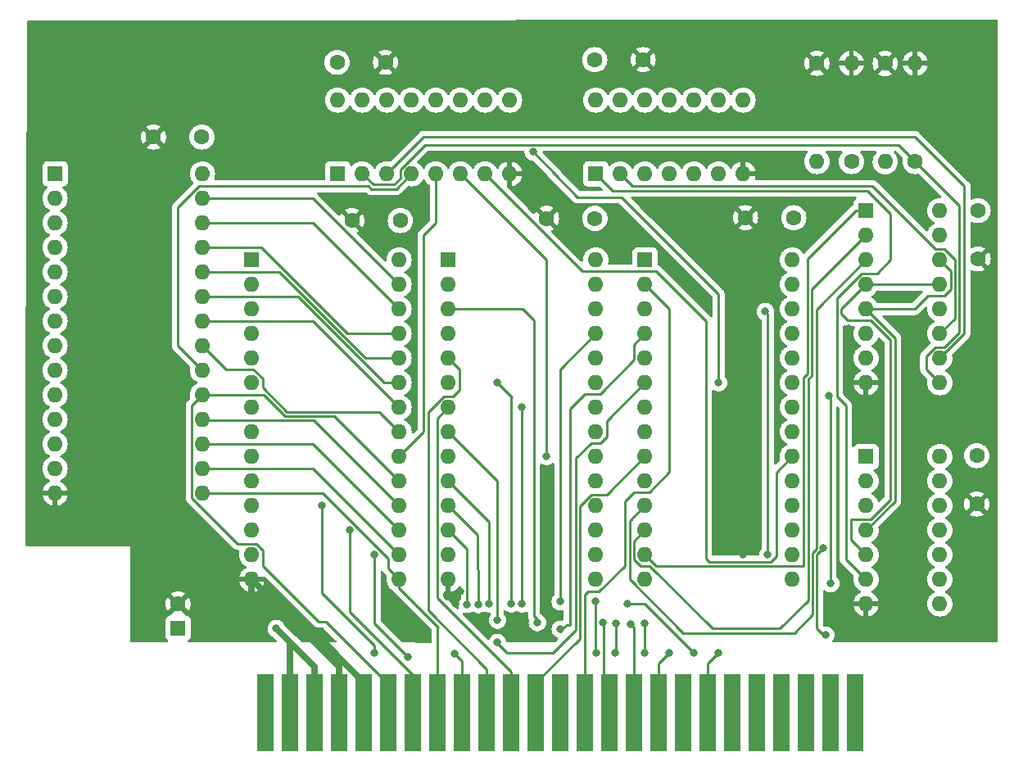
<source format=gbr>
%TF.GenerationSoftware,KiCad,Pcbnew,(7.0.0)*%
%TF.CreationDate,2023-02-27T14:18:29+09:00*%
%TF.ProjectId,ykp74,796b7037-342e-46b6-9963-61645f706362,rev?*%
%TF.SameCoordinates,Original*%
%TF.FileFunction,Copper,L2,Bot*%
%TF.FilePolarity,Positive*%
%FSLAX46Y46*%
G04 Gerber Fmt 4.6, Leading zero omitted, Abs format (unit mm)*
G04 Created by KiCad (PCBNEW (7.0.0)) date 2023-02-27 14:18:29*
%MOMM*%
%LPD*%
G01*
G04 APERTURE LIST*
%TA.AperFunction,ComponentPad*%
%ADD10R,1.600000X1.600000*%
%TD*%
%TA.AperFunction,ComponentPad*%
%ADD11O,1.600000X1.600000*%
%TD*%
%TA.AperFunction,ComponentPad*%
%ADD12C,1.600000*%
%TD*%
%TA.AperFunction,ConnectorPad*%
%ADD13R,1.700000X8.000000*%
%TD*%
%TA.AperFunction,ViaPad*%
%ADD14C,0.800000*%
%TD*%
%TA.AperFunction,Conductor*%
%ADD15C,0.700000*%
%TD*%
%TA.AperFunction,Conductor*%
%ADD16C,0.250000*%
%TD*%
G04 APERTURE END LIST*
D10*
%TO.P,U3,1,VPP*%
%TO.N,+5V*%
X139395193Y-91439999D03*
D11*
%TO.P,U3,2,A12*%
%TO.N,/A12*%
X139395193Y-93979999D03*
%TO.P,U3,3,A7*%
%TO.N,/A7*%
X139395193Y-96519999D03*
%TO.P,U3,4,A6*%
%TO.N,/A6*%
X139395193Y-99059999D03*
%TO.P,U3,5,A5*%
%TO.N,/A5*%
X139395193Y-101599999D03*
%TO.P,U3,6,A4*%
%TO.N,/A4*%
X139395193Y-104139999D03*
%TO.P,U3,7,A3*%
%TO.N,/A3*%
X139395193Y-106679999D03*
%TO.P,U3,8,A2*%
%TO.N,/A2*%
X139395193Y-109219999D03*
%TO.P,U3,9,A1*%
%TO.N,/A1*%
X139395193Y-111759999D03*
%TO.P,U3,10,A0*%
%TO.N,/A0*%
X139395193Y-114299999D03*
%TO.P,U3,11,D0*%
%TO.N,/D0*%
X139395193Y-116839999D03*
%TO.P,U3,12,D1*%
%TO.N,/D1*%
X139395193Y-119379999D03*
%TO.P,U3,13,D2*%
%TO.N,/D2*%
X139395193Y-121919999D03*
%TO.P,U3,14,GND*%
%TO.N,GND*%
X139395193Y-124459999D03*
%TO.P,U3,15,D3*%
%TO.N,/D3*%
X154635193Y-124459999D03*
%TO.P,U3,16,D4*%
%TO.N,/D4*%
X154635193Y-121919999D03*
%TO.P,U3,17,D5*%
%TO.N,/D5*%
X154635193Y-119379999D03*
%TO.P,U3,18,D6*%
%TO.N,/D6*%
X154635193Y-116839999D03*
%TO.P,U3,19,D7*%
%TO.N,/D7*%
X154635193Y-114299999D03*
%TO.P,U3,20,~{CE}*%
%TO.N,/ROM_CE3*%
X154635193Y-111759999D03*
%TO.P,U3,21,A10*%
%TO.N,/A10*%
X154635193Y-109219999D03*
%TO.P,U3,22,~{OE}*%
%TO.N,/{slash}RD*%
X154635193Y-106679999D03*
%TO.P,U3,23,A11*%
%TO.N,/A11*%
X154635193Y-104139999D03*
%TO.P,U3,24,A9*%
%TO.N,/A9*%
X154635193Y-101599999D03*
%TO.P,U3,25,A8*%
%TO.N,/A8*%
X154635193Y-99059999D03*
%TO.P,U3,26,A13*%
%TO.N,/MA13*%
X154635193Y-96519999D03*
%TO.P,U3,27,A14*%
%TO.N,/MA14*%
X154635193Y-93979999D03*
%TO.P,U3,28,VCC*%
%TO.N,+5V*%
X154635193Y-91439999D03*
%TD*%
D12*
%TO.P,C3,1*%
%TO.N,+5V*%
X113915194Y-78740000D03*
%TO.P,C3,2*%
%TO.N,GND*%
X108915194Y-78740000D03*
%TD*%
D10*
%TO.P,U8,1,D2*%
%TO.N,/D2*%
X182575193Y-86359999D03*
D11*
%TO.P,U8,2,D3*%
%TO.N,/D1*%
X182575193Y-88899999D03*
%TO.P,U8,3,D4*%
%TO.N,/D0*%
X182575193Y-91439999D03*
%TO.P,U8,4,Rb*%
%TO.N,/A13*%
X182575193Y-93979999D03*
%TO.P,U8,5,Ra*%
%TO.N,/A15*%
X182575193Y-96519999D03*
%TO.P,U8,6,Q4*%
%TO.N,/MA13*%
X182575193Y-99059999D03*
%TO.P,U8,7,Q3*%
%TO.N,/MA14*%
X182575193Y-101599999D03*
%TO.P,U8,8,GND*%
%TO.N,GND*%
X182575193Y-104139999D03*
%TO.P,U8,9,Q2*%
%TO.N,Net-(U5A-A0)*%
X190195193Y-104139999D03*
%TO.P,U8,10,Q1*%
%TO.N,Net-(U5A-A1)*%
X190195193Y-101599999D03*
%TO.P,U8,11,~{Er}*%
%TO.N,Net-(U8-~{Er})*%
X190195193Y-99059999D03*
%TO.P,U8,12,~{Ew}*%
%TO.N,Net-(U8-~{Ew})*%
X190195193Y-96519999D03*
%TO.P,U8,13,Wb*%
%TO.N,/A13*%
X190195193Y-93979999D03*
%TO.P,U8,14,Wa*%
%TO.N,/A15*%
X190195193Y-91439999D03*
%TO.P,U8,15,D1*%
%TO.N,/D3*%
X190195193Y-88899999D03*
%TO.P,U8,16,VCC*%
%TO.N,+5V*%
X190195193Y-86359999D03*
%TD*%
D12*
%TO.P,C7,1*%
%TO.N,+5V*%
X194026986Y-111672831D03*
%TO.P,C7,2*%
%TO.N,GND*%
X194026986Y-116672831D03*
%TD*%
D10*
%TO.P,U1,1,VPP*%
%TO.N,+5V*%
X98750193Y-82534999D03*
D11*
%TO.P,U1,2,A12*%
%TO.N,/A12*%
X98750193Y-85074999D03*
%TO.P,U1,3,A7*%
%TO.N,/A7*%
X98750193Y-87614999D03*
%TO.P,U1,4,A6*%
%TO.N,/A6*%
X98750193Y-90154999D03*
%TO.P,U1,5,A5*%
%TO.N,/A5*%
X98750193Y-92694999D03*
%TO.P,U1,6,A4*%
%TO.N,/A4*%
X98750193Y-95234999D03*
%TO.P,U1,7,A3*%
%TO.N,/A3*%
X98750193Y-97774999D03*
%TO.P,U1,8,A2*%
%TO.N,/A2*%
X98750193Y-100314999D03*
%TO.P,U1,9,A1*%
%TO.N,/A1*%
X98750193Y-102854999D03*
%TO.P,U1,10,A0*%
%TO.N,/A0*%
X98750193Y-105394999D03*
%TO.P,U1,11,D0*%
%TO.N,/D0*%
X98750193Y-107934999D03*
%TO.P,U1,12,D1*%
%TO.N,/D1*%
X98750193Y-110474999D03*
%TO.P,U1,13,D2*%
%TO.N,/D2*%
X98750193Y-113014999D03*
%TO.P,U1,14,GND*%
%TO.N,GND*%
X98750193Y-115554999D03*
%TO.P,U1,15,D3*%
%TO.N,/D3*%
X113990193Y-115554999D03*
%TO.P,U1,16,D4*%
%TO.N,/D4*%
X113990193Y-113014999D03*
%TO.P,U1,17,D5*%
%TO.N,/D5*%
X113990193Y-110474999D03*
%TO.P,U1,18,D6*%
%TO.N,/D6*%
X113990193Y-107934999D03*
%TO.P,U1,19,D7*%
%TO.N,/D7*%
X113990193Y-105394999D03*
%TO.P,U1,20,~{CE}*%
%TO.N,/ROM_CE1*%
X113990193Y-102854999D03*
%TO.P,U1,21,A10*%
%TO.N,/A10*%
X113990193Y-100314999D03*
%TO.P,U1,22,~{OE}*%
%TO.N,/{slash}RD*%
X113990193Y-97774999D03*
%TO.P,U1,23,A11*%
%TO.N,/A11*%
X113990193Y-95234999D03*
%TO.P,U1,24,A9*%
%TO.N,/A9*%
X113990193Y-92694999D03*
%TO.P,U1,25,A8*%
%TO.N,/A8*%
X113990193Y-90154999D03*
%TO.P,U1,26,A13*%
%TO.N,/MA13*%
X113990193Y-87614999D03*
%TO.P,U1,27,A14*%
%TO.N,/MA14*%
X113990193Y-85074999D03*
%TO.P,U1,28,VCC*%
%TO.N,+5V*%
X113990193Y-82534999D03*
%TD*%
D13*
%TO.P,CE1,1,~{CS1}*%
%TO.N,unconnected-(CE1-~{CS1}-Pad1)*%
X181485033Y-138267439D03*
%TO.P,CE1,3,~{CS12}*%
%TO.N,unconnected-(CE1-~{CS12}-Pad3)*%
X178945033Y-138267439D03*
%TO.P,CE1,5,N.C.*%
%TO.N,unconnected-(CE1-N.C.-Pad5)*%
X176405033Y-138267439D03*
%TO.P,CE1,7,~{WAIT}*%
%TO.N,unconnected-(CE1-~{WAIT}-Pad7)*%
X173865033Y-138267439D03*
%TO.P,CE1,9,~{M1}*%
%TO.N,unconnected-(CE1-~{M1}-Pad9)*%
X171325033Y-138267439D03*
%TO.P,CE1,11,~{IORQ}*%
%TO.N,unconnected-(CE1-~{IORQ}-Pad11)*%
X168785033Y-138267439D03*
%TO.P,CE1,13,~{WR}*%
%TO.N,/{slash}WR*%
X166245033Y-138267439D03*
%TO.P,CE1,15,~{RESET}*%
%TO.N,unconnected-(CE1-~{RESET}-Pad15)*%
X163705033Y-138267439D03*
%TO.P,CE1,17,A9*%
%TO.N,/A9*%
X161165033Y-138267439D03*
%TO.P,CE1,19,A11*%
%TO.N,/A11*%
X158625033Y-138267439D03*
%TO.P,CE1,21,A7*%
%TO.N,/A7*%
X156085033Y-138267439D03*
%TO.P,CE1,23,A12*%
%TO.N,/A12*%
X153545033Y-138267439D03*
%TO.P,CE1,25,A14*%
%TO.N,unconnected-(CE1-A14-Pad25)*%
X151005033Y-138267439D03*
%TO.P,CE1,27,A1*%
%TO.N,/A1*%
X148465033Y-138267439D03*
%TO.P,CE1,29,A3*%
%TO.N,/A3*%
X145925033Y-138267439D03*
%TO.P,CE1,31,A5*%
%TO.N,/A5*%
X143385033Y-138267439D03*
%TO.P,CE1,33,D1*%
%TO.N,/D1*%
X140845033Y-138267439D03*
%TO.P,CE1,35,D3*%
%TO.N,/D3*%
X138305033Y-138267439D03*
%TO.P,CE1,37,D5*%
%TO.N,/D5*%
X135765033Y-138267439D03*
%TO.P,CE1,39,D7*%
%TO.N,/D7*%
X133225033Y-138267439D03*
%TO.P,CE1,41,GND*%
%TO.N,GND*%
X130685033Y-138267439D03*
%TO.P,CE1,43,GND*%
X128145033Y-138267439D03*
%TO.P,CE1,45,+5V*%
%TO.N,+5V*%
X125605033Y-138267439D03*
%TO.P,CE1,47,+5V*%
X123065033Y-138267439D03*
%TO.P,CE1,49,SNDOUT*%
%TO.N,unconnected-(CE1-SNDOUT-Pad49)*%
X120525033Y-138267439D03*
%TD*%
D12*
%TO.P,R2,1*%
%TO.N,/MA13*%
X181065194Y-81280000D03*
D11*
%TO.P,R2,2*%
%TO.N,GND*%
X181065193Y-71119999D03*
%TD*%
D12*
%TO.P,R4,1*%
%TO.N,Net-(U5A-A0)*%
X187655194Y-81280000D03*
D11*
%TO.P,R4,2*%
%TO.N,GND*%
X187655193Y-71119999D03*
%TD*%
D10*
%TO.P,U5,1,E*%
%TO.N,/{slash}SLTSL*%
X127955193Y-82539999D03*
D11*
%TO.P,U5,2,A0*%
%TO.N,Net-(U5A-A0)*%
X130495193Y-82539999D03*
%TO.P,U5,3,A1*%
%TO.N,Net-(U5A-A1)*%
X133035193Y-82539999D03*
%TO.P,U5,4,O0*%
%TO.N,/ROM_CE1*%
X135575193Y-82539999D03*
%TO.P,U5,5,O1*%
%TO.N,/ROM_CE2*%
X138115193Y-82539999D03*
%TO.P,U5,6,O2*%
%TO.N,/ROM_CE3*%
X140655193Y-82539999D03*
%TO.P,U5,7,O3*%
%TO.N,/ROM_CE4*%
X143195193Y-82539999D03*
%TO.P,U5,8,GND*%
%TO.N,GND*%
X145735193Y-82539999D03*
%TO.P,U5,9*%
%TO.N,N/C*%
X145735193Y-74919999D03*
%TO.P,U5,10*%
X143195193Y-74919999D03*
%TO.P,U5,11*%
X140655193Y-74919999D03*
%TO.P,U5,12*%
X138115193Y-74919999D03*
%TO.P,U5,13*%
X135575193Y-74919999D03*
%TO.P,U5,14*%
X133035193Y-74919999D03*
%TO.P,U5,15*%
X130495193Y-74919999D03*
%TO.P,U5,16,VCC*%
%TO.N,+5V*%
X127955193Y-74919999D03*
%TD*%
D12*
%TO.P,C6,1*%
%TO.N,+5V*%
X194156649Y-86339018D03*
%TO.P,C6,2*%
%TO.N,GND*%
X194156649Y-91339018D03*
%TD*%
%TO.P,C9,1*%
%TO.N,+5V*%
X127907380Y-71018215D03*
%TO.P,C9,2*%
%TO.N,GND*%
X132907380Y-71018215D03*
%TD*%
D10*
%TO.P,U7,1*%
%TO.N,Net-(U6-Pad6)*%
X154630193Y-82539999D03*
D11*
%TO.P,U7,2*%
%TO.N,Net-(U8-~{Er})*%
X157170193Y-82539999D03*
%TO.P,U7,3*%
%TO.N,N/C*%
X159710193Y-82539999D03*
%TO.P,U7,4*%
X162250193Y-82539999D03*
%TO.P,U7,5*%
X164790193Y-82539999D03*
%TO.P,U7,6*%
X167330193Y-82539999D03*
%TO.P,U7,7,GND*%
%TO.N,GND*%
X169870193Y-82539999D03*
%TO.P,U7,8*%
%TO.N,N/C*%
X169870193Y-74919999D03*
%TO.P,U7,9*%
X167330193Y-74919999D03*
%TO.P,U7,10*%
X164790193Y-74919999D03*
%TO.P,U7,11*%
X162250193Y-74919999D03*
%TO.P,U7,12*%
X159710193Y-74919999D03*
%TO.P,U7,13*%
X157170193Y-74919999D03*
%TO.P,U7,14,VCC*%
%TO.N,+5V*%
X154630193Y-74919999D03*
%TD*%
D12*
%TO.P,C8,1*%
%TO.N,+5V*%
X154530074Y-70743370D03*
%TO.P,C8,2*%
%TO.N,GND*%
X159530074Y-70743370D03*
%TD*%
D10*
%TO.P,U6,1*%
%TO.N,/{slash}WR*%
X182575193Y-111759999D03*
D11*
%TO.P,U6,2*%
%TO.N,/{slash}SLTSL*%
X182575193Y-114299999D03*
%TO.P,U6,3*%
%TO.N,Net-(U8-~{Ew})*%
X182575193Y-116839999D03*
%TO.P,U6,4*%
%TO.N,/A15*%
X182575193Y-119379999D03*
%TO.P,U6,5*%
%TO.N,/A13*%
X182575193Y-121919999D03*
%TO.P,U6,6*%
%TO.N,Net-(U6-Pad6)*%
X182575193Y-124459999D03*
%TO.P,U6,7,GND*%
%TO.N,GND*%
X182575193Y-126999999D03*
%TO.P,U6,8*%
%TO.N,N/C*%
X190195193Y-126999999D03*
%TO.P,U6,9*%
X190195193Y-124459999D03*
%TO.P,U6,10*%
X190195193Y-121919999D03*
%TO.P,U6,11*%
X190195193Y-119379999D03*
%TO.P,U6,12*%
X190195193Y-116839999D03*
%TO.P,U6,13*%
X190195193Y-114299999D03*
%TO.P,U6,14,VCC*%
%TO.N,+5V*%
X190195193Y-111759999D03*
%TD*%
D10*
%TO.P,U4,1,VPP*%
%TO.N,+5V*%
X159715193Y-91439999D03*
D11*
%TO.P,U4,2,A12*%
%TO.N,/A12*%
X159715193Y-93979999D03*
%TO.P,U4,3,A7*%
%TO.N,/A7*%
X159715193Y-96519999D03*
%TO.P,U4,4,A6*%
%TO.N,/A6*%
X159715193Y-99059999D03*
%TO.P,U4,5,A5*%
%TO.N,/A5*%
X159715193Y-101599999D03*
%TO.P,U4,6,A4*%
%TO.N,/A4*%
X159715193Y-104139999D03*
%TO.P,U4,7,A3*%
%TO.N,/A3*%
X159715193Y-106679999D03*
%TO.P,U4,8,A2*%
%TO.N,/A2*%
X159715193Y-109219999D03*
%TO.P,U4,9,A1*%
%TO.N,/A1*%
X159715193Y-111759999D03*
%TO.P,U4,10,A0*%
%TO.N,/A0*%
X159715193Y-114299999D03*
%TO.P,U4,11,D0*%
%TO.N,/D0*%
X159715193Y-116839999D03*
%TO.P,U4,12,D1*%
%TO.N,/D1*%
X159715193Y-119379999D03*
%TO.P,U4,13,D2*%
%TO.N,/D2*%
X159715193Y-121919999D03*
%TO.P,U4,14,GND*%
%TO.N,GND*%
X159715193Y-124459999D03*
%TO.P,U4,15,D3*%
%TO.N,/D3*%
X174955193Y-124459999D03*
%TO.P,U4,16,D4*%
%TO.N,/D4*%
X174955193Y-121919999D03*
%TO.P,U4,17,D5*%
%TO.N,/D5*%
X174955193Y-119379999D03*
%TO.P,U4,18,D6*%
%TO.N,/D6*%
X174955193Y-116839999D03*
%TO.P,U4,19,D7*%
%TO.N,/D7*%
X174955193Y-114299999D03*
%TO.P,U4,20,~{CE}*%
%TO.N,/ROM_CE4*%
X174955193Y-111759999D03*
%TO.P,U4,21,A10*%
%TO.N,/A10*%
X174955193Y-109219999D03*
%TO.P,U4,22,~{OE}*%
%TO.N,/{slash}RD*%
X174955193Y-106679999D03*
%TO.P,U4,23,A11*%
%TO.N,/A11*%
X174955193Y-104139999D03*
%TO.P,U4,24,A9*%
%TO.N,/A9*%
X174955193Y-101599999D03*
%TO.P,U4,25,A8*%
%TO.N,/A8*%
X174955193Y-99059999D03*
%TO.P,U4,26,A13*%
%TO.N,/MA13*%
X174955193Y-96519999D03*
%TO.P,U4,27,A14*%
%TO.N,/MA14*%
X174955193Y-93979999D03*
%TO.P,U4,28,VCC*%
%TO.N,+5V*%
X174955193Y-91439999D03*
%TD*%
D10*
%TO.P,C5,1*%
%TO.N,+5V*%
X111455193Y-129499999D03*
D12*
%TO.P,C5,2*%
%TO.N,GND*%
X111455194Y-127000000D03*
%TD*%
%TO.P,C1,1*%
%TO.N,+5V*%
X154551531Y-87153390D03*
%TO.P,C1,2*%
%TO.N,GND*%
X149551531Y-87153390D03*
%TD*%
%TO.P,R1,1*%
%TO.N,GND*%
X177495194Y-71120000D03*
D11*
%TO.P,R1,2*%
%TO.N,/MA14*%
X177495193Y-81279999D03*
%TD*%
D10*
%TO.P,U2,1,VPP*%
%TO.N,+5V*%
X119070193Y-91439999D03*
D11*
%TO.P,U2,2,A12*%
%TO.N,/A12*%
X119070193Y-93979999D03*
%TO.P,U2,3,A7*%
%TO.N,/A7*%
X119070193Y-96519999D03*
%TO.P,U2,4,A6*%
%TO.N,/A6*%
X119070193Y-99059999D03*
%TO.P,U2,5,A5*%
%TO.N,/A5*%
X119070193Y-101599999D03*
%TO.P,U2,6,A4*%
%TO.N,/A4*%
X119070193Y-104139999D03*
%TO.P,U2,7,A3*%
%TO.N,/A3*%
X119070193Y-106679999D03*
%TO.P,U2,8,A2*%
%TO.N,/A2*%
X119070193Y-109219999D03*
%TO.P,U2,9,A1*%
%TO.N,/A1*%
X119070193Y-111759999D03*
%TO.P,U2,10,A0*%
%TO.N,/A0*%
X119070193Y-114299999D03*
%TO.P,U2,11,D0*%
%TO.N,/D0*%
X119070193Y-116839999D03*
%TO.P,U2,12,D1*%
%TO.N,/D1*%
X119070193Y-119379999D03*
%TO.P,U2,13,D2*%
%TO.N,/D2*%
X119070193Y-121919999D03*
%TO.P,U2,14,GND*%
%TO.N,GND*%
X119070193Y-124459999D03*
%TO.P,U2,15,D3*%
%TO.N,/D3*%
X134310193Y-124459999D03*
%TO.P,U2,16,D4*%
%TO.N,/D4*%
X134310193Y-121919999D03*
%TO.P,U2,17,D5*%
%TO.N,/D5*%
X134310193Y-119379999D03*
%TO.P,U2,18,D6*%
%TO.N,/D6*%
X134310193Y-116839999D03*
%TO.P,U2,19,D7*%
%TO.N,/D7*%
X134310193Y-114299999D03*
%TO.P,U2,20,~{CE}*%
%TO.N,/ROM_CE2*%
X134310193Y-111759999D03*
%TO.P,U2,21,A10*%
%TO.N,/A10*%
X134310193Y-109219999D03*
%TO.P,U2,22,~{OE}*%
%TO.N,/{slash}RD*%
X134310193Y-106679999D03*
%TO.P,U2,23,A11*%
%TO.N,/A11*%
X134310193Y-104139999D03*
%TO.P,U2,24,A9*%
%TO.N,/A9*%
X134310193Y-101599999D03*
%TO.P,U2,25,A8*%
%TO.N,/A8*%
X134310193Y-99059999D03*
%TO.P,U2,26,A13*%
%TO.N,/MA13*%
X134310193Y-96519999D03*
%TO.P,U2,27,A14*%
%TO.N,/MA14*%
X134310193Y-93979999D03*
%TO.P,U2,28,VCC*%
%TO.N,+5V*%
X134310193Y-91439999D03*
%TD*%
D12*
%TO.P,C4,1*%
%TO.N,+5V*%
X134436114Y-87374129D03*
%TO.P,C4,2*%
%TO.N,GND*%
X129436114Y-87374129D03*
%TD*%
%TO.P,C2,1*%
%TO.N,+5V*%
X175113891Y-87073998D03*
%TO.P,C2,2*%
%TO.N,GND*%
X170113891Y-87073998D03*
%TD*%
%TO.P,R3,1*%
%TO.N,GND*%
X184552915Y-71135662D03*
D11*
%TO.P,R3,2*%
%TO.N,Net-(U5A-A1)*%
X184552914Y-81295661D03*
%TD*%
D14*
%TO.N,+5V*%
X121615194Y-129540000D03*
%TO.N,GND*%
X106375194Y-88900000D03*
X186623015Y-95215325D03*
X139245160Y-126233872D03*
X169875194Y-119380000D03*
X134425467Y-130202652D03*
X182575194Y-106680000D03*
X136855194Y-129540000D03*
X169875194Y-106680000D03*
X169875194Y-116840000D03*
X167335194Y-88900000D03*
X164795194Y-88900000D03*
X140609678Y-125688065D03*
X182571023Y-108685794D03*
X169875194Y-114300000D03*
X132952905Y-128656463D03*
X180035194Y-86360000D03*
X140164948Y-126990196D03*
X169875194Y-99060000D03*
X169875194Y-101600000D03*
X169875194Y-109220000D03*
X186541511Y-97986457D03*
X135672346Y-128264618D03*
X190195194Y-106680000D03*
X180780061Y-98558936D03*
X134315194Y-127000000D03*
X190195194Y-109220000D03*
X178837531Y-86349212D03*
X162255194Y-86360000D03*
X149563434Y-125747172D03*
X164795194Y-86360000D03*
X167335194Y-86360000D03*
X169875194Y-121920000D03*
%TO.N,/{slash}SLTSL*%
X178404287Y-130208142D03*
X167335194Y-104140000D03*
X178166045Y-121229410D03*
X148183345Y-80279350D03*
%TO.N,/{slash}WR*%
X167335194Y-132080000D03*
%TO.N,/{slash}RD*%
X157894600Y-126985396D03*
X147015194Y-106680000D03*
X147015194Y-127000000D03*
X164795194Y-132080000D03*
%TO.N,/A9*%
X162255194Y-132080000D03*
X178915733Y-124898049D03*
X178697408Y-105451421D03*
%TO.N,/A11*%
X144475194Y-104140000D03*
X145926806Y-126989445D03*
X158288144Y-129053363D03*
%TO.N,/A10*%
X159715194Y-132080000D03*
X159710796Y-128990918D03*
%TO.N,/A7*%
X148606932Y-128935915D03*
X155351291Y-128893771D03*
%TO.N,/A6*%
X150979831Y-129618271D03*
X156644955Y-132080000D03*
X156753891Y-129029773D03*
%TO.N,/A8*%
X154659897Y-132080000D03*
X154620413Y-126759500D03*
X150967648Y-126759500D03*
%TO.N,/A0*%
X143602246Y-127000000D03*
%TO.N,/A2*%
X144475194Y-128673933D03*
%TO.N,/A4*%
X144475194Y-130996065D03*
%TO.N,/D1*%
X141342753Y-127049313D03*
X140077310Y-132153999D03*
%TO.N,/D0*%
X142502640Y-127073633D03*
%TO.N,/D3*%
X172159221Y-96775973D03*
X172415194Y-121920000D03*
%TO.N,/D5*%
X129235194Y-119380000D03*
%TO.N,/D4*%
X135230460Y-132467745D03*
X131775194Y-121920000D03*
%TO.N,/D6*%
X131775194Y-132080000D03*
X126340856Y-116776445D03*
%TO.N,/ROM_CE3*%
X149555194Y-111760000D03*
%TD*%
D15*
%TO.N,+5V*%
X121615194Y-129540000D02*
X123065034Y-130989840D01*
X125605034Y-133529840D02*
X125605034Y-138267440D01*
X123065034Y-130989840D02*
X123065034Y-138267440D01*
X123065034Y-130989840D02*
X125605034Y-133529840D01*
%TO.N,GND*%
X130685034Y-138267440D02*
X130685034Y-135117440D01*
X128145034Y-138267440D02*
X128145034Y-133529840D01*
X122567594Y-127000000D02*
X119075194Y-127000000D01*
X130685034Y-135117440D02*
X122567594Y-127000000D01*
X119075194Y-127000000D02*
X119070194Y-126995000D01*
X128145034Y-133529840D02*
X119075194Y-124460000D01*
X119070194Y-126995000D02*
X119070194Y-124460000D01*
D16*
%TO.N,/{slash}SLTSL*%
X178163336Y-130208142D02*
X177495194Y-129540000D01*
X177495194Y-129540000D02*
X177495194Y-121900261D01*
X167335194Y-95004598D02*
X157290307Y-84959711D01*
X178404287Y-130208142D02*
X178163336Y-130208142D01*
X152724147Y-84959711D02*
X148183345Y-80279350D01*
X157290307Y-84959711D02*
X156282271Y-84959711D01*
X177495194Y-121900261D02*
X178166045Y-121229410D01*
X156282271Y-84959711D02*
X152724147Y-84959711D01*
X167335194Y-104140000D02*
X167335194Y-95004598D01*
%TO.N,/{slash}WR*%
X166245034Y-133170160D02*
X167335194Y-132080000D01*
X166245034Y-138267440D02*
X166245034Y-133170160D01*
%TO.N,/{slash}RD*%
X159700590Y-126985396D02*
X164795194Y-132080000D01*
X113990194Y-97775000D02*
X125405194Y-97775000D01*
X157894600Y-126985396D02*
X159700590Y-126985396D01*
X147015194Y-106680000D02*
X147015194Y-127000000D01*
X125405194Y-97775000D02*
X134310194Y-106680000D01*
%TO.N,/A9*%
X161165034Y-138267440D02*
X161165034Y-133170160D01*
X178891045Y-124897698D02*
X178915733Y-124922386D01*
X178891045Y-124219163D02*
X178891045Y-124897698D01*
X161165034Y-133170160D02*
X162255194Y-132080000D01*
X178891045Y-124219163D02*
X178891045Y-105535851D01*
X121939504Y-92695000D02*
X130844504Y-101600000D01*
X113990194Y-92695000D02*
X121939504Y-92695000D01*
X130844504Y-101600000D02*
X134315194Y-101600000D01*
%TO.N,/A15*%
X185564695Y-99509501D02*
X185564695Y-116390499D01*
X191320194Y-92565000D02*
X190195194Y-91440000D01*
X191320194Y-94445991D02*
X191320194Y-92565000D01*
X185564695Y-116390499D02*
X182575194Y-119380000D01*
X187588697Y-96520000D02*
X189003697Y-95105000D01*
X189003697Y-95105000D02*
X190661185Y-95105000D01*
X190661185Y-95105000D02*
X191320194Y-94445991D01*
X182575194Y-96520000D02*
X187588697Y-96520000D01*
X185564695Y-99509501D02*
X182575194Y-96520000D01*
%TO.N,/A11*%
X145945781Y-105610587D02*
X145926806Y-105629562D01*
X113990194Y-95235000D02*
X123843814Y-95235000D01*
X123843814Y-95235000D02*
X132748814Y-104140000D01*
X132748814Y-104140000D02*
X134310194Y-104140000D01*
X144475194Y-104140000D02*
X145945781Y-105610587D01*
X158625034Y-129390253D02*
X158625034Y-138267440D01*
X145926806Y-105629562D02*
X145926806Y-126690523D01*
X158288144Y-129053363D02*
X158625034Y-129390253D01*
%TO.N,/A10*%
X120195194Y-104615690D02*
X122709005Y-107129501D01*
X159715194Y-128995316D02*
X159710796Y-128990918D01*
X159715194Y-132080000D02*
X159715194Y-128995316D01*
X113990194Y-100315000D02*
X116400194Y-102725000D01*
X116400194Y-102725000D02*
X119246185Y-102725000D01*
X120195194Y-103674009D02*
X120195194Y-104615690D01*
X119246185Y-102725000D02*
X120195194Y-103674009D01*
X122709005Y-107129501D02*
X132224695Y-107129501D01*
X132224695Y-107129501D02*
X134315194Y-109220000D01*
%TO.N,/A7*%
X156085034Y-138267440D02*
X155428613Y-137611019D01*
X148255853Y-128264649D02*
X148606932Y-128615728D01*
X148255853Y-97687776D02*
X147088077Y-96520000D01*
X148715539Y-128827308D02*
X148606932Y-128935915D01*
X147088077Y-96520000D02*
X139395194Y-96520000D01*
X155428613Y-128971093D02*
X155351291Y-128893771D01*
X148606932Y-128615728D02*
X148606932Y-128935915D01*
X155428613Y-137611019D02*
X155428613Y-128971093D01*
X148715539Y-128724335D02*
X148715539Y-128827308D01*
X148255853Y-97687776D02*
X148255853Y-128264649D01*
%TO.N,/A6*%
X158590194Y-101775991D02*
X155101185Y-105265000D01*
X156644955Y-131998296D02*
X156644955Y-132080000D01*
X156753891Y-131971064D02*
X156644955Y-132080000D01*
X156644955Y-132080000D02*
X156563251Y-132080000D01*
X156753891Y-131889360D02*
X156644955Y-131998296D01*
X150979831Y-129618271D02*
X150979831Y-129813948D01*
X151175508Y-129618271D02*
X150979831Y-129618271D01*
X159715194Y-99060000D02*
X158590194Y-100185000D01*
X151958219Y-106816975D02*
X151958219Y-129168212D01*
X151958219Y-129168212D02*
X151625567Y-129168212D01*
X158590194Y-100185000D02*
X158590194Y-101775991D01*
X150979831Y-129813948D02*
X151058102Y-129735677D01*
X156563251Y-132080000D02*
X156617720Y-132025531D01*
X156753891Y-129029773D02*
X156753891Y-131971064D01*
X155101185Y-105265000D02*
X153510194Y-105265000D01*
X151625567Y-129168212D02*
X151175508Y-129618271D01*
X153510194Y-105265000D02*
X151958219Y-106816975D01*
%TO.N,/A12*%
X159715194Y-93980000D02*
X162255194Y-96520000D01*
X162255194Y-96520000D02*
X162255194Y-113350991D01*
X160181185Y-115425000D02*
X158590194Y-115425000D01*
X153545034Y-126048207D02*
X153872127Y-125721114D01*
X158590194Y-115425000D02*
X157624695Y-116390499D01*
X153872127Y-125721114D02*
X154965071Y-125721114D01*
X162255194Y-113350991D02*
X160181185Y-115425000D01*
X157624695Y-123061490D02*
X157624695Y-116390499D01*
X153545034Y-138267440D02*
X153545034Y-126048207D01*
X154965071Y-125721114D02*
X157624695Y-123061490D01*
%TO.N,/A8*%
X150967648Y-102727546D02*
X150967648Y-126759500D01*
X154635194Y-99060000D02*
X150967648Y-102727546D01*
X128940194Y-99060000D02*
X134310194Y-99060000D01*
X113990194Y-90155000D02*
X120035194Y-90155000D01*
X120035194Y-90155000D02*
X128940194Y-99060000D01*
X154620413Y-132040516D02*
X154620413Y-126759500D01*
%TO.N,/A13*%
X182102069Y-118262134D02*
X181046972Y-118262134D01*
X180694203Y-97645000D02*
X180035194Y-96985991D01*
X183041185Y-97645000D02*
X180694203Y-97645000D01*
X183063798Y-118255000D02*
X185115194Y-116203604D01*
X185115194Y-99719009D02*
X183041185Y-97645000D01*
X182575194Y-93980000D02*
X190195194Y-93980000D01*
X182109203Y-118255000D02*
X183063798Y-118255000D01*
X181046972Y-118262134D02*
X181046972Y-120391778D01*
X181046972Y-120391778D02*
X182575194Y-121920000D01*
X182109203Y-118255000D02*
X182102069Y-118262134D01*
X180035194Y-96520000D02*
X182575194Y-93980000D01*
X180035194Y-96985991D02*
X180035194Y-96520000D01*
X185115194Y-116203604D02*
X185115194Y-99719009D01*
%TO.N,/A1*%
X148465034Y-135117440D02*
X148465034Y-138267440D01*
X152994196Y-116890007D02*
X152994196Y-130588278D01*
X154169203Y-115715000D02*
X152994196Y-116890007D01*
X159715194Y-111760000D02*
X155760194Y-115715000D01*
X155760194Y-115715000D02*
X154169203Y-115715000D01*
X152994196Y-130588278D02*
X148465034Y-135117440D01*
%TO.N,/A0*%
X139395194Y-114300000D02*
X143602246Y-118507052D01*
X143602246Y-118507052D02*
X143602246Y-127000000D01*
%TO.N,/A3*%
X139395194Y-106680000D02*
X138270194Y-107805000D01*
X138270194Y-126362600D02*
X145925034Y-134017440D01*
X145925034Y-134017440D02*
X145925034Y-138267440D01*
X138270194Y-107805000D02*
X138270194Y-126362600D01*
%TO.N,/A2*%
X139395194Y-109220000D02*
X144475194Y-114300000D01*
X144475194Y-114300000D02*
X144475194Y-128673933D01*
%TO.N,/A5*%
X137304695Y-107179508D02*
X137304695Y-127654210D01*
X140520194Y-104895991D02*
X139861185Y-105555000D01*
X137304695Y-127654210D02*
X143385034Y-133734549D01*
X143385034Y-133734549D02*
X143385034Y-138267440D01*
X138929203Y-105555000D02*
X137304695Y-107179508D01*
X139395194Y-101600000D02*
X140520194Y-102725000D01*
X140520194Y-102725000D02*
X140520194Y-104895991D01*
X139861185Y-105555000D02*
X138929203Y-105555000D01*
%TO.N,/A4*%
X144475194Y-130996065D02*
X144475194Y-131065495D01*
X155760194Y-108095000D02*
X155760194Y-109685991D01*
X154145884Y-110345000D02*
X152544695Y-111946189D01*
X150190884Y-132080000D02*
X145428478Y-132080000D01*
X155101185Y-110345000D02*
X154145884Y-110345000D01*
X145428478Y-132080000D02*
X144344543Y-130996065D01*
X144475194Y-131065495D02*
X144514892Y-131025797D01*
X152544695Y-111946189D02*
X152544695Y-129726189D01*
X152544695Y-129726189D02*
X150190884Y-132080000D01*
X155760194Y-109685991D02*
X155101185Y-110345000D01*
X159715194Y-104140000D02*
X155760194Y-108095000D01*
%TO.N,/D1*%
X176990664Y-103373150D02*
X176596192Y-103767622D01*
X176596192Y-103767622D02*
X176596192Y-126627622D01*
X158590194Y-120505000D02*
X159715194Y-119380000D01*
X182575194Y-88900000D02*
X176990664Y-94484530D01*
X166676185Y-129540000D02*
X160181185Y-123045000D01*
X160181185Y-123045000D02*
X159249203Y-123045000D01*
X176596192Y-126627622D02*
X173683814Y-129540000D01*
X141342753Y-121327559D02*
X141342753Y-127049313D01*
X158590194Y-122385991D02*
X158590194Y-120505000D01*
X173683814Y-129540000D02*
X166676185Y-129540000D01*
X159249203Y-123045000D02*
X158590194Y-122385991D01*
X140077310Y-132153999D02*
X140845034Y-132921723D01*
X176990664Y-94484530D02*
X176990664Y-103373150D01*
X140845034Y-132921723D02*
X140845034Y-138267440D01*
X139395194Y-119380000D02*
X141342753Y-121327559D01*
%TO.N,/D0*%
X177045693Y-128085191D02*
X175141383Y-129989501D01*
X182575194Y-91440000D02*
X177440165Y-96575029D01*
X177440165Y-96575029D02*
X177440165Y-121319600D01*
X175141383Y-129989501D02*
X163653704Y-129989501D01*
X139395194Y-116840000D02*
X142453326Y-119898132D01*
X163653704Y-129989501D02*
X158140693Y-124476490D01*
X158140693Y-118414501D02*
X159715194Y-116840000D01*
X158140693Y-124476490D02*
X158140693Y-118414501D01*
X177440165Y-121319600D02*
X177045693Y-121714072D01*
X177045693Y-121714072D02*
X177045693Y-128085191D01*
X142453326Y-119898132D02*
X142502640Y-127073633D01*
%TO.N,/D3*%
X138305034Y-129403775D02*
X138305034Y-138267440D01*
X134310194Y-125382015D02*
X138318494Y-129390315D01*
X172415194Y-97031946D02*
X172159221Y-96775973D01*
X138318494Y-129390315D02*
X138305034Y-129403775D01*
X133171271Y-123321077D02*
X134310194Y-124460000D01*
X172415194Y-121920000D02*
X172415194Y-97031946D01*
X126434792Y-115555000D02*
X133171271Y-122291479D01*
X113990194Y-115555000D02*
X126434792Y-115555000D01*
X134310194Y-124460000D02*
X134310194Y-125382015D01*
X133171271Y-122291479D02*
X133171271Y-123321077D01*
%TO.N,/D2*%
X160889695Y-123094501D02*
X159715194Y-121920000D01*
X181525194Y-86360000D02*
X176541163Y-91344031D01*
X176541163Y-91344031D02*
X176541163Y-103186961D01*
X176146691Y-103581433D02*
X176146691Y-123094501D01*
X176541163Y-103186961D02*
X176146691Y-103581433D01*
X176146691Y-123094501D02*
X160889695Y-123094501D01*
X182575194Y-86360000D02*
X181525194Y-86360000D01*
%TO.N,/D5*%
X129235194Y-127793800D02*
X129235194Y-119380000D01*
X113990194Y-110475000D02*
X125405194Y-110475000D01*
X125405194Y-110475000D02*
X134310194Y-119380000D01*
X135765034Y-138267440D02*
X135765034Y-134323640D01*
X135765034Y-134323640D02*
X129235194Y-127793800D01*
%TO.N,/D4*%
X135230460Y-132467745D02*
X131775194Y-129012479D01*
X131775194Y-129012479D02*
X131775194Y-121920000D01*
X125405194Y-113015000D02*
X134310194Y-121920000D01*
X113990194Y-113015000D02*
X125405194Y-113015000D01*
%TO.N,/D7*%
X112865194Y-106520000D02*
X112865194Y-116020991D01*
X117639203Y-120795000D02*
X119536185Y-120795000D01*
X119536185Y-120795000D02*
X120195194Y-121454009D01*
X120195194Y-123040000D02*
X125970194Y-128815000D01*
X125970194Y-128815000D02*
X126732594Y-128815000D01*
X120195194Y-121454009D02*
X120195194Y-123040000D01*
X122522816Y-107579002D02*
X127589196Y-107579002D01*
X112865194Y-116020991D02*
X117639203Y-120795000D01*
X120338814Y-105395000D02*
X122522816Y-107579002D01*
X126732594Y-128815000D02*
X133225034Y-135307440D01*
X133225034Y-135307440D02*
X133225034Y-138267440D01*
X113990194Y-105395000D02*
X120338814Y-105395000D01*
X127589196Y-107579002D02*
X134310194Y-114300000D01*
X113990194Y-105395000D02*
X112865194Y-106520000D01*
%TO.N,/D6*%
X125503697Y-108028503D02*
X134315194Y-116840000D01*
X131775194Y-131317600D02*
X131775194Y-132080000D01*
X126340856Y-125883262D02*
X131775194Y-131317600D01*
X114083697Y-108028503D02*
X125503697Y-108028503D01*
X126340856Y-116776445D02*
X126340856Y-125883262D01*
X113990194Y-107935000D02*
X114083697Y-108028503D01*
%TO.N,/MA14*%
X125405194Y-85075000D02*
X134310194Y-93980000D01*
X113990194Y-85075000D02*
X125405194Y-85075000D01*
%TO.N,/MA13*%
X113990194Y-87615000D02*
X125410194Y-87615000D01*
X125410194Y-87615000D02*
X134315194Y-96520000D01*
%TO.N,Net-(U5A-A1)*%
X187655194Y-78740000D02*
X136835194Y-78740000D01*
X136835194Y-78740000D02*
X133035194Y-82540000D01*
X190171169Y-101600000D02*
X192735194Y-99035975D01*
X192735194Y-83820000D02*
X187655194Y-78740000D01*
X190195194Y-101600000D02*
X190171169Y-101600000D01*
X192735194Y-99035975D02*
X192735194Y-83820000D01*
%TO.N,Net-(U5A-A0)*%
X192219695Y-98915784D02*
X190660479Y-100475000D01*
X136969853Y-79554350D02*
X185929544Y-79554350D01*
X133791185Y-83665000D02*
X134450194Y-83005991D01*
X134450194Y-82074009D02*
X136969853Y-79554350D01*
X188796185Y-102740991D02*
X190195194Y-104140000D01*
X189729203Y-100475000D02*
X188796185Y-101408018D01*
X187655194Y-81280000D02*
X192219695Y-85844501D01*
X131620194Y-83665000D02*
X133791185Y-83665000D01*
X192219695Y-85844501D02*
X192219695Y-98915784D01*
X134450194Y-83005991D02*
X134450194Y-82074009D01*
X188796185Y-101408018D02*
X188796185Y-102740991D01*
X130495194Y-82540000D02*
X131620194Y-83665000D01*
X185929544Y-79554350D02*
X187655194Y-81280000D01*
X190660479Y-100475000D02*
X189729203Y-100475000D01*
%TO.N,/ROM_CE1*%
X111455194Y-100320000D02*
X113990194Y-102855000D01*
X113654203Y-83820000D02*
X111455194Y-86019009D01*
X131139504Y-83820000D02*
X113654203Y-83820000D01*
X111455194Y-86019009D02*
X111455194Y-100320000D01*
X131434005Y-84114501D02*
X131139504Y-83820000D01*
X135575194Y-82540000D02*
X134000693Y-84114501D01*
X134000693Y-84114501D02*
X131434005Y-84114501D01*
%TO.N,/ROM_CE2*%
X138115194Y-87640000D02*
X136855194Y-88900000D01*
X136855194Y-88900000D02*
X136855194Y-109220000D01*
X136855194Y-109220000D02*
X134315194Y-111760000D01*
X138115194Y-82540000D02*
X138115194Y-87640000D01*
%TO.N,/ROM_CE3*%
X140655194Y-82540000D02*
X149555194Y-91440000D01*
X149555194Y-91440000D02*
X149555194Y-111760000D01*
%TO.N,/ROM_CE4*%
X174955194Y-111760000D02*
X173314695Y-113400499D01*
X160840194Y-92565000D02*
X153220194Y-92565000D01*
X172715499Y-122645000D02*
X166385807Y-122645000D01*
X166385807Y-122645000D02*
X166030873Y-122290066D01*
X173314695Y-113400499D02*
X173314695Y-122045804D01*
X166030873Y-97755679D02*
X160840194Y-92565000D01*
X173314695Y-122045804D02*
X172715499Y-122645000D01*
X166030873Y-122290066D02*
X166030873Y-97755679D01*
X153220194Y-92565000D02*
X143195194Y-82540000D01*
%TO.N,Net-(U6-Pad6)*%
X182109203Y-92855000D02*
X183700194Y-92855000D01*
X182575194Y-124460000D02*
X180484695Y-122369501D01*
X183700194Y-92855000D02*
X185115194Y-91440000D01*
X179585194Y-105594310D02*
X179585194Y-95379009D01*
X179585194Y-95379009D02*
X182109203Y-92855000D01*
X156359196Y-84269002D02*
X154630194Y-82540000D01*
X182734196Y-84269002D02*
X156359196Y-84269002D01*
X185115194Y-86650000D02*
X182734196Y-84269002D01*
X185115194Y-91440000D02*
X185115194Y-86650000D01*
X180484695Y-106493811D02*
X179585194Y-105594310D01*
X180484695Y-122369501D02*
X180484695Y-106493811D01*
%TO.N,Net-(U8-~{Er})*%
X191769695Y-97485499D02*
X190195194Y-99060000D01*
X191769695Y-91423510D02*
X191769695Y-97485499D01*
X190661185Y-90315000D02*
X191769695Y-91423510D01*
X183233704Y-83819501D02*
X189729203Y-90315000D01*
X158449695Y-83819501D02*
X183233704Y-83819501D01*
X157170194Y-82540000D02*
X158449695Y-83819501D01*
X189729203Y-90315000D02*
X190661185Y-90315000D01*
%TD*%
%TA.AperFunction,Conductor*%
%TO.N,GND*%
G36*
X132577491Y-123594067D02*
G01*
X132625013Y-123633381D01*
X132644452Y-123660137D01*
X132650864Y-123669899D01*
X132669127Y-123700779D01*
X132669130Y-123700784D01*
X132673101Y-123707497D01*
X132678616Y-123713012D01*
X132687261Y-123721657D01*
X132699897Y-123736451D01*
X132707090Y-123746352D01*
X132707094Y-123746356D01*
X132711677Y-123752664D01*
X132717686Y-123757635D01*
X132717689Y-123757638D01*
X132745329Y-123780504D01*
X132753969Y-123788366D01*
X133010780Y-124045177D01*
X133042874Y-124100763D01*
X133042874Y-124164950D01*
X133025959Y-124228079D01*
X133025956Y-124228090D01*
X133024559Y-124233308D01*
X133004726Y-124460000D01*
X133024559Y-124686692D01*
X133025956Y-124691907D01*
X133025958Y-124691916D01*
X133082052Y-124901263D01*
X133082055Y-124901271D01*
X133083455Y-124906496D01*
X133179626Y-125112734D01*
X133310147Y-125299139D01*
X133471055Y-125460047D01*
X133657460Y-125590568D01*
X133689469Y-125605493D01*
X133727303Y-125632829D01*
X133752351Y-125672219D01*
X133757708Y-125685747D01*
X133779634Y-125715927D01*
X133783375Y-125721075D01*
X133789787Y-125730837D01*
X133808050Y-125761717D01*
X133808053Y-125761722D01*
X133812024Y-125768435D01*
X133817539Y-125773950D01*
X133826184Y-125782595D01*
X133838820Y-125797389D01*
X133846013Y-125807290D01*
X133846017Y-125807294D01*
X133850600Y-125813602D01*
X133856609Y-125818573D01*
X133856610Y-125818574D01*
X133884252Y-125841441D01*
X133892893Y-125849304D01*
X137643215Y-129599627D01*
X137670095Y-129639855D01*
X137679534Y-129687308D01*
X137679534Y-130899974D01*
X137662610Y-130962510D01*
X137616457Y-131007976D01*
X137553674Y-131023959D01*
X137237207Y-131019212D01*
X134677640Y-130980819D01*
X134631189Y-130971035D01*
X134591819Y-130944514D01*
X134055011Y-130407706D01*
X132437013Y-128789707D01*
X132410133Y-128749479D01*
X132400694Y-128702026D01*
X132400694Y-123706265D01*
X132416032Y-123646527D01*
X132458252Y-123601568D01*
X132516909Y-123582510D01*
X132577491Y-123594067D01*
G37*
%TD.AperFunction*%
%TD*%
%TA.AperFunction,Conductor*%
%TO.N,GND*%
G36*
X196098470Y-66588988D02*
G01*
X196143928Y-66634383D01*
X196160569Y-66696432D01*
X196160569Y-130844243D01*
X196143956Y-130906243D01*
X196098569Y-130951630D01*
X196036569Y-130968243D01*
X179210140Y-130968243D01*
X179155005Y-130955311D01*
X179111370Y-130919213D01*
X179088336Y-130867479D01*
X179090708Y-130810897D01*
X179117990Y-130761271D01*
X179122230Y-130756562D01*
X179136820Y-130740358D01*
X179231466Y-130576426D01*
X179289961Y-130396398D01*
X179309747Y-130208142D01*
X179289961Y-130019886D01*
X179231466Y-129839858D01*
X179136820Y-129675926D01*
X179109983Y-129646121D01*
X179014507Y-129540084D01*
X179014506Y-129540083D01*
X179010158Y-129535254D01*
X179004900Y-129531434D01*
X179004898Y-129531432D01*
X178862275Y-129427811D01*
X178862274Y-129427810D01*
X178857017Y-129423991D01*
X178842077Y-129417339D01*
X178690032Y-129349643D01*
X178690027Y-129349641D01*
X178684090Y-129346998D01*
X178677731Y-129345646D01*
X178677727Y-129345645D01*
X178505295Y-129308994D01*
X178505292Y-129308993D01*
X178498933Y-129307642D01*
X178309641Y-129307642D01*
X178303282Y-129308993D01*
X178303278Y-129308994D01*
X178284969Y-129312886D01*
X178270474Y-129315966D01*
X178215747Y-129315251D01*
X178166658Y-129291043D01*
X178132773Y-129248060D01*
X178120694Y-129194677D01*
X178120694Y-127252551D01*
X181299646Y-127252551D01*
X181300014Y-127263780D01*
X181347524Y-127441092D01*
X181351216Y-127451234D01*
X181442773Y-127647580D01*
X181448161Y-127656912D01*
X181572426Y-127834381D01*
X181579363Y-127842647D01*
X181732546Y-127995830D01*
X181740812Y-128002767D01*
X181918281Y-128127032D01*
X181927613Y-128132420D01*
X182123959Y-128223977D01*
X182134101Y-128227669D01*
X182311413Y-128275179D01*
X182322642Y-128275547D01*
X182325194Y-128264605D01*
X182825194Y-128264605D01*
X182827745Y-128275547D01*
X182838974Y-128275179D01*
X183016286Y-128227669D01*
X183026428Y-128223977D01*
X183222774Y-128132420D01*
X183232106Y-128127032D01*
X183409575Y-128002767D01*
X183417841Y-127995830D01*
X183571024Y-127842647D01*
X183577961Y-127834381D01*
X183702226Y-127656912D01*
X183707614Y-127647580D01*
X183799171Y-127451234D01*
X183802863Y-127441092D01*
X183850373Y-127263780D01*
X183850741Y-127252551D01*
X183839799Y-127250000D01*
X182841520Y-127250000D01*
X182828644Y-127253450D01*
X182825194Y-127266326D01*
X182825194Y-128264605D01*
X182325194Y-128264605D01*
X182325194Y-127266326D01*
X182321743Y-127253450D01*
X182308868Y-127250000D01*
X181310589Y-127250000D01*
X181299646Y-127252551D01*
X178120694Y-127252551D01*
X178120694Y-127000000D01*
X188889726Y-127000000D01*
X188890198Y-127005395D01*
X188904918Y-127173652D01*
X188909559Y-127226692D01*
X188910956Y-127231907D01*
X188910958Y-127231916D01*
X188967052Y-127441263D01*
X188967055Y-127441271D01*
X188968455Y-127446496D01*
X189064626Y-127652734D01*
X189067733Y-127657171D01*
X189067734Y-127657173D01*
X189071347Y-127662333D01*
X189195147Y-127839139D01*
X189356055Y-128000047D01*
X189542460Y-128130568D01*
X189748698Y-128226739D01*
X189753928Y-128228140D01*
X189753930Y-128228141D01*
X189919563Y-128272522D01*
X189968502Y-128285635D01*
X190195194Y-128305468D01*
X190421886Y-128285635D01*
X190641690Y-128226739D01*
X190847928Y-128130568D01*
X191034333Y-128000047D01*
X191195241Y-127839139D01*
X191325762Y-127652734D01*
X191421933Y-127446496D01*
X191480829Y-127226692D01*
X191500662Y-127000000D01*
X191480829Y-126773308D01*
X191470891Y-126736219D01*
X191423335Y-126558736D01*
X191423334Y-126558734D01*
X191421933Y-126553504D01*
X191325762Y-126347266D01*
X191195241Y-126160861D01*
X191034333Y-125999953D01*
X190921997Y-125921295D01*
X190852367Y-125872540D01*
X190852365Y-125872539D01*
X190847928Y-125869432D01*
X190789918Y-125842381D01*
X190737743Y-125796625D01*
X190718324Y-125730000D01*
X190737743Y-125663375D01*
X190789919Y-125617618D01*
X190847928Y-125590568D01*
X191034333Y-125460047D01*
X191195241Y-125299139D01*
X191325762Y-125112734D01*
X191421933Y-124906496D01*
X191480829Y-124686692D01*
X191500662Y-124460000D01*
X191480829Y-124233308D01*
X191421933Y-124013504D01*
X191325762Y-123807266D01*
X191195241Y-123620861D01*
X191034333Y-123459953D01*
X190847928Y-123329432D01*
X190789918Y-123302381D01*
X190737743Y-123256625D01*
X190718324Y-123190000D01*
X190737743Y-123123375D01*
X190789919Y-123077618D01*
X190847928Y-123050568D01*
X191034333Y-122920047D01*
X191195241Y-122759139D01*
X191325762Y-122572734D01*
X191421933Y-122366496D01*
X191480829Y-122146692D01*
X191500662Y-121920000D01*
X191480829Y-121693308D01*
X191421933Y-121473504D01*
X191325762Y-121267266D01*
X191195241Y-121080861D01*
X191034333Y-120919953D01*
X190847928Y-120789432D01*
X190789918Y-120762381D01*
X190737743Y-120716625D01*
X190718324Y-120650000D01*
X190737743Y-120583375D01*
X190789919Y-120537618D01*
X190847928Y-120510568D01*
X191034333Y-120380047D01*
X191195241Y-120219139D01*
X191325762Y-120032734D01*
X191421933Y-119826496D01*
X191480829Y-119606692D01*
X191500662Y-119380000D01*
X191480829Y-119153308D01*
X191430420Y-118965177D01*
X191423335Y-118938736D01*
X191423334Y-118938734D01*
X191421933Y-118933504D01*
X191325762Y-118727266D01*
X191195241Y-118540861D01*
X191034333Y-118379953D01*
X190847928Y-118249432D01*
X190789918Y-118222381D01*
X190737743Y-118176625D01*
X190718324Y-118110000D01*
X190737743Y-118043375D01*
X190789919Y-117997618D01*
X190847928Y-117970568D01*
X191034333Y-117840047D01*
X191122846Y-117751534D01*
X193305203Y-117751534D01*
X193312636Y-117759645D01*
X193370063Y-117799856D01*
X193379413Y-117805254D01*
X193575754Y-117896810D01*
X193585888Y-117900498D01*
X193795148Y-117956570D01*
X193805779Y-117958444D01*
X194021591Y-117977325D01*
X194032381Y-117977325D01*
X194248192Y-117958444D01*
X194258823Y-117956570D01*
X194468083Y-117900498D01*
X194478217Y-117896810D01*
X194674561Y-117805253D01*
X194683906Y-117799857D01*
X194741334Y-117759645D01*
X194748766Y-117751534D01*
X194742853Y-117742252D01*
X194038528Y-117037926D01*
X194026986Y-117031262D01*
X194015443Y-117037926D01*
X193311114Y-117742255D01*
X193305203Y-117751534D01*
X191122846Y-117751534D01*
X191195241Y-117679139D01*
X191325762Y-117492734D01*
X191421933Y-117286496D01*
X191480829Y-117066692D01*
X191500662Y-116840000D01*
X191486509Y-116678226D01*
X192722492Y-116678226D01*
X192741372Y-116894037D01*
X192743246Y-116904668D01*
X192799318Y-117113928D01*
X192803006Y-117124062D01*
X192894562Y-117320403D01*
X192899960Y-117329753D01*
X192940170Y-117387179D01*
X192948281Y-117394612D01*
X192957560Y-117388701D01*
X193661889Y-116684372D01*
X193668552Y-116672830D01*
X194385417Y-116672830D01*
X194392081Y-116684372D01*
X195096407Y-117388698D01*
X195105689Y-117394611D01*
X195113800Y-117387179D01*
X195154012Y-117329751D01*
X195159408Y-117320406D01*
X195250965Y-117124062D01*
X195254653Y-117113928D01*
X195310725Y-116904668D01*
X195312599Y-116894037D01*
X195331480Y-116678226D01*
X195331480Y-116667436D01*
X195312599Y-116451624D01*
X195310725Y-116440993D01*
X195254653Y-116231733D01*
X195250965Y-116221599D01*
X195159409Y-116025258D01*
X195154011Y-116015908D01*
X195113800Y-115958481D01*
X195105689Y-115951048D01*
X195096410Y-115956959D01*
X194392081Y-116661287D01*
X194385417Y-116672830D01*
X193668552Y-116672830D01*
X193668553Y-116672829D01*
X193661889Y-116661287D01*
X192957560Y-115956959D01*
X192948282Y-115951048D01*
X192940169Y-115958482D01*
X192899957Y-116015912D01*
X192894563Y-116025256D01*
X192803006Y-116221599D01*
X192799318Y-116231733D01*
X192743246Y-116440993D01*
X192741372Y-116451624D01*
X192722492Y-116667436D01*
X192722492Y-116678226D01*
X191486509Y-116678226D01*
X191480829Y-116613308D01*
X191441003Y-116464673D01*
X191423335Y-116398736D01*
X191423334Y-116398734D01*
X191421933Y-116393504D01*
X191325762Y-116187266D01*
X191195241Y-116000861D01*
X191034333Y-115839953D01*
X190847928Y-115709432D01*
X190789918Y-115682381D01*
X190737743Y-115636625D01*
X190725356Y-115594127D01*
X193305203Y-115594127D01*
X193311114Y-115603405D01*
X194015443Y-116307734D01*
X194026986Y-116314398D01*
X194038528Y-116307734D01*
X194742856Y-115603405D01*
X194748767Y-115594126D01*
X194741334Y-115586015D01*
X194683908Y-115545805D01*
X194674558Y-115540407D01*
X194478217Y-115448851D01*
X194468083Y-115445163D01*
X194258823Y-115389091D01*
X194248192Y-115387217D01*
X194032381Y-115368337D01*
X194021591Y-115368337D01*
X193805779Y-115387217D01*
X193795148Y-115389091D01*
X193585888Y-115445163D01*
X193575754Y-115448851D01*
X193379411Y-115540408D01*
X193370067Y-115545802D01*
X193312637Y-115586014D01*
X193305203Y-115594127D01*
X190725356Y-115594127D01*
X190718324Y-115570000D01*
X190737743Y-115503375D01*
X190789919Y-115457618D01*
X190847928Y-115430568D01*
X191034333Y-115300047D01*
X191195241Y-115139139D01*
X191325762Y-114952734D01*
X191421933Y-114746496D01*
X191480829Y-114526692D01*
X191500662Y-114300000D01*
X191480829Y-114073308D01*
X191438030Y-113913580D01*
X191423335Y-113858736D01*
X191423334Y-113858734D01*
X191421933Y-113853504D01*
X191325762Y-113647266D01*
X191195241Y-113460861D01*
X191034333Y-113299953D01*
X190847928Y-113169432D01*
X190789918Y-113142381D01*
X190737743Y-113096625D01*
X190718324Y-113030000D01*
X190737743Y-112963375D01*
X190789919Y-112917618D01*
X190847928Y-112890568D01*
X191034333Y-112760047D01*
X191195241Y-112599139D01*
X191325762Y-112412734D01*
X191421933Y-112206496D01*
X191480829Y-111986692D01*
X191500662Y-111760000D01*
X191493036Y-111672831D01*
X192721518Y-111672831D01*
X192721990Y-111678226D01*
X192740302Y-111887540D01*
X192741351Y-111899523D01*
X192742748Y-111904738D01*
X192742750Y-111904747D01*
X192798844Y-112114094D01*
X192798847Y-112114102D01*
X192800247Y-112119327D01*
X192802535Y-112124234D01*
X192802536Y-112124236D01*
X192838455Y-112201263D01*
X192896418Y-112325565D01*
X193026939Y-112511970D01*
X193187847Y-112672878D01*
X193374252Y-112803399D01*
X193580490Y-112899570D01*
X193585720Y-112900971D01*
X193585722Y-112900972D01*
X193647839Y-112917616D01*
X193800294Y-112958466D01*
X194026986Y-112978299D01*
X194253678Y-112958466D01*
X194473482Y-112899570D01*
X194679720Y-112803399D01*
X194866125Y-112672878D01*
X195027033Y-112511970D01*
X195157554Y-112325565D01*
X195253725Y-112119327D01*
X195312621Y-111899523D01*
X195332454Y-111672831D01*
X195312621Y-111446139D01*
X195253725Y-111226335D01*
X195157554Y-111020097D01*
X195027033Y-110833692D01*
X194866125Y-110672784D01*
X194775817Y-110609550D01*
X194684159Y-110545371D01*
X194684157Y-110545370D01*
X194679720Y-110542263D01*
X194545413Y-110479634D01*
X194478391Y-110448381D01*
X194478389Y-110448380D01*
X194473482Y-110446092D01*
X194468257Y-110444692D01*
X194468249Y-110444689D01*
X194258902Y-110388595D01*
X194258893Y-110388593D01*
X194253678Y-110387196D01*
X194248290Y-110386724D01*
X194248287Y-110386724D01*
X194032381Y-110367835D01*
X194026986Y-110367363D01*
X194021591Y-110367835D01*
X193805684Y-110386724D01*
X193805679Y-110386724D01*
X193800294Y-110387196D01*
X193795080Y-110388593D01*
X193795069Y-110388595D01*
X193585722Y-110444689D01*
X193585710Y-110444693D01*
X193580490Y-110446092D01*
X193575585Y-110448378D01*
X193575580Y-110448381D01*
X193379162Y-110539973D01*
X193379158Y-110539975D01*
X193374252Y-110542263D01*
X193369819Y-110545366D01*
X193369812Y-110545371D01*
X193192282Y-110669678D01*
X193192277Y-110669681D01*
X193187847Y-110672784D01*
X193184023Y-110676607D01*
X193184017Y-110676613D01*
X193030768Y-110829862D01*
X193030762Y-110829868D01*
X193026939Y-110833692D01*
X193023836Y-110838122D01*
X193023833Y-110838127D01*
X192899526Y-111015657D01*
X192899521Y-111015664D01*
X192896418Y-111020097D01*
X192894130Y-111025003D01*
X192894128Y-111025007D01*
X192802536Y-111221425D01*
X192802533Y-111221430D01*
X192800247Y-111226335D01*
X192798848Y-111231555D01*
X192798844Y-111231567D01*
X192742750Y-111440914D01*
X192742748Y-111440925D01*
X192741351Y-111446139D01*
X192740879Y-111451524D01*
X192740879Y-111451529D01*
X192733253Y-111538698D01*
X192721518Y-111672831D01*
X191493036Y-111672831D01*
X191480829Y-111533308D01*
X191463569Y-111468894D01*
X191423335Y-111318736D01*
X191423334Y-111318734D01*
X191421933Y-111313504D01*
X191325762Y-111107266D01*
X191195241Y-110920861D01*
X191034333Y-110759953D01*
X190951127Y-110701692D01*
X190852367Y-110632540D01*
X190852365Y-110632539D01*
X190847928Y-110629432D01*
X190641690Y-110533261D01*
X190636465Y-110531861D01*
X190636457Y-110531858D01*
X190427110Y-110475764D01*
X190427101Y-110475762D01*
X190421886Y-110474365D01*
X190416498Y-110473893D01*
X190416495Y-110473893D01*
X190200589Y-110455004D01*
X190195194Y-110454532D01*
X190189799Y-110455004D01*
X189973892Y-110473893D01*
X189973887Y-110473893D01*
X189968502Y-110474365D01*
X189963288Y-110475762D01*
X189963277Y-110475764D01*
X189753930Y-110531858D01*
X189753918Y-110531862D01*
X189748698Y-110533261D01*
X189743793Y-110535547D01*
X189743788Y-110535550D01*
X189547370Y-110627142D01*
X189547366Y-110627144D01*
X189542460Y-110629432D01*
X189538027Y-110632535D01*
X189538020Y-110632540D01*
X189360490Y-110756847D01*
X189360485Y-110756850D01*
X189356055Y-110759953D01*
X189352231Y-110763776D01*
X189352225Y-110763782D01*
X189198976Y-110917031D01*
X189198970Y-110917037D01*
X189195147Y-110920861D01*
X189192044Y-110925291D01*
X189192041Y-110925296D01*
X189067734Y-111102826D01*
X189067729Y-111102833D01*
X189064626Y-111107266D01*
X189062338Y-111112172D01*
X189062336Y-111112176D01*
X188970744Y-111308594D01*
X188970741Y-111308599D01*
X188968455Y-111313504D01*
X188967056Y-111318724D01*
X188967052Y-111318736D01*
X188910958Y-111528083D01*
X188910956Y-111528094D01*
X188909559Y-111533308D01*
X188909087Y-111538693D01*
X188909087Y-111538698D01*
X188891038Y-111745000D01*
X188889726Y-111760000D01*
X188890198Y-111765395D01*
X188904904Y-111933492D01*
X188909559Y-111986692D01*
X188910956Y-111991907D01*
X188910958Y-111991916D01*
X188967052Y-112201263D01*
X188967055Y-112201271D01*
X188968455Y-112206496D01*
X188970743Y-112211403D01*
X188970744Y-112211405D01*
X188971990Y-112214076D01*
X189064626Y-112412734D01*
X189067733Y-112417171D01*
X189067734Y-112417173D01*
X189078738Y-112432888D01*
X189195147Y-112599139D01*
X189356055Y-112760047D01*
X189542460Y-112890568D01*
X189600470Y-112917618D01*
X189652643Y-112963373D01*
X189672063Y-113029997D01*
X189652645Y-113096622D01*
X189600470Y-113142380D01*
X189547372Y-113167141D01*
X189547367Y-113167143D01*
X189542460Y-113169432D01*
X189538027Y-113172535D01*
X189538020Y-113172540D01*
X189360490Y-113296847D01*
X189360488Y-113296849D01*
X189356055Y-113299953D01*
X189352231Y-113303776D01*
X189352225Y-113303782D01*
X189198976Y-113457031D01*
X189198970Y-113457037D01*
X189195147Y-113460861D01*
X189192044Y-113465291D01*
X189192041Y-113465296D01*
X189069364Y-113640500D01*
X189064626Y-113647266D01*
X189062338Y-113652172D01*
X189062336Y-113652176D01*
X188970744Y-113848594D01*
X188970741Y-113848599D01*
X188968455Y-113853504D01*
X188967056Y-113858724D01*
X188967052Y-113858736D01*
X188910958Y-114068083D01*
X188910956Y-114068094D01*
X188909559Y-114073308D01*
X188909087Y-114078693D01*
X188909087Y-114078698D01*
X188896867Y-114218375D01*
X188889726Y-114300000D01*
X188890198Y-114305392D01*
X188890198Y-114305395D01*
X188909086Y-114521293D01*
X188909559Y-114526692D01*
X188910956Y-114531907D01*
X188910958Y-114531916D01*
X188967052Y-114741263D01*
X188967055Y-114741271D01*
X188968455Y-114746496D01*
X188970743Y-114751403D01*
X188970744Y-114751405D01*
X189014017Y-114844204D01*
X189064626Y-114952734D01*
X189195147Y-115139139D01*
X189356055Y-115300047D01*
X189542460Y-115430568D01*
X189547366Y-115432855D01*
X189547370Y-115432858D01*
X189600468Y-115457618D01*
X189652644Y-115503375D01*
X189672063Y-115570000D01*
X189652644Y-115636625D01*
X189600468Y-115682382D01*
X189547370Y-115707141D01*
X189547357Y-115707148D01*
X189542460Y-115709432D01*
X189538027Y-115712535D01*
X189538020Y-115712540D01*
X189360490Y-115836847D01*
X189360485Y-115836850D01*
X189356055Y-115839953D01*
X189352231Y-115843776D01*
X189352225Y-115843782D01*
X189198976Y-115997031D01*
X189198970Y-115997037D01*
X189195147Y-116000861D01*
X189192044Y-116005291D01*
X189192041Y-116005296D01*
X189067734Y-116182826D01*
X189067729Y-116182833D01*
X189064626Y-116187266D01*
X189062338Y-116192172D01*
X189062336Y-116192176D01*
X188970744Y-116388594D01*
X188970741Y-116388599D01*
X188968455Y-116393504D01*
X188967056Y-116398724D01*
X188967052Y-116398736D01*
X188910958Y-116608083D01*
X188910956Y-116608094D01*
X188909559Y-116613308D01*
X188909087Y-116618693D01*
X188909087Y-116618698D01*
X188893060Y-116801894D01*
X188889726Y-116840000D01*
X188890198Y-116845395D01*
X188909086Y-117061293D01*
X188909559Y-117066692D01*
X188910956Y-117071907D01*
X188910958Y-117071916D01*
X188967052Y-117281263D01*
X188967055Y-117281271D01*
X188968455Y-117286496D01*
X189064626Y-117492734D01*
X189067733Y-117497171D01*
X189067734Y-117497173D01*
X189119111Y-117570548D01*
X189195147Y-117679139D01*
X189356055Y-117840047D01*
X189542460Y-117970568D01*
X189547366Y-117972855D01*
X189547370Y-117972858D01*
X189600468Y-117997618D01*
X189652644Y-118043375D01*
X189672063Y-118110000D01*
X189652644Y-118176625D01*
X189600468Y-118222382D01*
X189547370Y-118247141D01*
X189547357Y-118247148D01*
X189542460Y-118249432D01*
X189538027Y-118252535D01*
X189538020Y-118252540D01*
X189360490Y-118376847D01*
X189360485Y-118376850D01*
X189356055Y-118379953D01*
X189352231Y-118383776D01*
X189352225Y-118383782D01*
X189198976Y-118537031D01*
X189198970Y-118537037D01*
X189195147Y-118540861D01*
X189192044Y-118545291D01*
X189192041Y-118545296D01*
X189067734Y-118722826D01*
X189067729Y-118722833D01*
X189064626Y-118727266D01*
X189062338Y-118732172D01*
X189062336Y-118732176D01*
X188970744Y-118928594D01*
X188970741Y-118928599D01*
X188968455Y-118933504D01*
X188967056Y-118938724D01*
X188967052Y-118938736D01*
X188910958Y-119148083D01*
X188910956Y-119148094D01*
X188909559Y-119153308D01*
X188909087Y-119158693D01*
X188909087Y-119158698D01*
X188893408Y-119337918D01*
X188889726Y-119380000D01*
X188890198Y-119385395D01*
X188909086Y-119601293D01*
X188909559Y-119606692D01*
X188910956Y-119611907D01*
X188910958Y-119611916D01*
X188967052Y-119821263D01*
X188967055Y-119821271D01*
X188968455Y-119826496D01*
X189064626Y-120032734D01*
X189067733Y-120037171D01*
X189067734Y-120037173D01*
X189074562Y-120046924D01*
X189195147Y-120219139D01*
X189356055Y-120380047D01*
X189542460Y-120510568D01*
X189547366Y-120512855D01*
X189547370Y-120512858D01*
X189600468Y-120537618D01*
X189652644Y-120583375D01*
X189672063Y-120650000D01*
X189652644Y-120716625D01*
X189600468Y-120762382D01*
X189547370Y-120787141D01*
X189547357Y-120787148D01*
X189542460Y-120789432D01*
X189538027Y-120792535D01*
X189538020Y-120792540D01*
X189360490Y-120916847D01*
X189360485Y-120916850D01*
X189356055Y-120919953D01*
X189352231Y-120923776D01*
X189352225Y-120923782D01*
X189198976Y-121077031D01*
X189198970Y-121077037D01*
X189195147Y-121080861D01*
X189192044Y-121085291D01*
X189192041Y-121085296D01*
X189067734Y-121262826D01*
X189067729Y-121262833D01*
X189064626Y-121267266D01*
X189062338Y-121272172D01*
X189062336Y-121272176D01*
X188970744Y-121468594D01*
X188970741Y-121468599D01*
X188968455Y-121473504D01*
X188967056Y-121478724D01*
X188967052Y-121478736D01*
X188910958Y-121688083D01*
X188910956Y-121688094D01*
X188909559Y-121693308D01*
X188889726Y-121920000D01*
X188890198Y-121925395D01*
X188909086Y-122141293D01*
X188909559Y-122146692D01*
X188910956Y-122151907D01*
X188910958Y-122151916D01*
X188967052Y-122361263D01*
X188967055Y-122361271D01*
X188968455Y-122366496D01*
X188970743Y-122371403D01*
X188970744Y-122371405D01*
X188999318Y-122432682D01*
X189064626Y-122572734D01*
X189067733Y-122577171D01*
X189067734Y-122577173D01*
X189139414Y-122679543D01*
X189195147Y-122759139D01*
X189356055Y-122920047D01*
X189542460Y-123050568D01*
X189547366Y-123052855D01*
X189547370Y-123052858D01*
X189600468Y-123077618D01*
X189652644Y-123123375D01*
X189672063Y-123190000D01*
X189652644Y-123256625D01*
X189600468Y-123302382D01*
X189547370Y-123327141D01*
X189547357Y-123327148D01*
X189542460Y-123329432D01*
X189538027Y-123332535D01*
X189538020Y-123332540D01*
X189360490Y-123456847D01*
X189360485Y-123456850D01*
X189356055Y-123459953D01*
X189352231Y-123463776D01*
X189352225Y-123463782D01*
X189198976Y-123617031D01*
X189198970Y-123617037D01*
X189195147Y-123620861D01*
X189192044Y-123625291D01*
X189192041Y-123625296D01*
X189067734Y-123802826D01*
X189067729Y-123802833D01*
X189064626Y-123807266D01*
X189062338Y-123812172D01*
X189062336Y-123812176D01*
X188970744Y-124008594D01*
X188970741Y-124008599D01*
X188968455Y-124013504D01*
X188967056Y-124018724D01*
X188967052Y-124018736D01*
X188910958Y-124228083D01*
X188910956Y-124228094D01*
X188909559Y-124233308D01*
X188909087Y-124238693D01*
X188909087Y-124238698D01*
X188893474Y-124417157D01*
X188889726Y-124460000D01*
X188890198Y-124465395D01*
X188908914Y-124679327D01*
X188909559Y-124686692D01*
X188910956Y-124691907D01*
X188910958Y-124691916D01*
X188967052Y-124901263D01*
X188967055Y-124901271D01*
X188968455Y-124906496D01*
X189064626Y-125112734D01*
X189067733Y-125117171D01*
X189067734Y-125117173D01*
X189074269Y-125126506D01*
X189195147Y-125299139D01*
X189356055Y-125460047D01*
X189542460Y-125590568D01*
X189547366Y-125592855D01*
X189547370Y-125592858D01*
X189600468Y-125617618D01*
X189652644Y-125663375D01*
X189672063Y-125730000D01*
X189652644Y-125796625D01*
X189600468Y-125842382D01*
X189547370Y-125867141D01*
X189547357Y-125867148D01*
X189542460Y-125869432D01*
X189538027Y-125872535D01*
X189538020Y-125872540D01*
X189360490Y-125996847D01*
X189360485Y-125996850D01*
X189356055Y-125999953D01*
X189352231Y-126003776D01*
X189352225Y-126003782D01*
X189198976Y-126157031D01*
X189198970Y-126157037D01*
X189195147Y-126160861D01*
X189192044Y-126165291D01*
X189192041Y-126165296D01*
X189067734Y-126342826D01*
X189067729Y-126342833D01*
X189064626Y-126347266D01*
X189062338Y-126352172D01*
X189062336Y-126352176D01*
X188970744Y-126548594D01*
X188970741Y-126548599D01*
X188968455Y-126553504D01*
X188967056Y-126558724D01*
X188967052Y-126558736D01*
X188910958Y-126768083D01*
X188910956Y-126768094D01*
X188909559Y-126773308D01*
X188909087Y-126778693D01*
X188909087Y-126778698D01*
X188901882Y-126861057D01*
X188889726Y-127000000D01*
X178120694Y-127000000D01*
X178120694Y-125676862D01*
X178138967Y-125612072D01*
X178188399Y-125566377D01*
X178254423Y-125553244D01*
X178317579Y-125576544D01*
X178392814Y-125631205D01*
X178463003Y-125682200D01*
X178635930Y-125759193D01*
X178821087Y-125798549D01*
X179003876Y-125798549D01*
X179010379Y-125798549D01*
X179195536Y-125759193D01*
X179368463Y-125682200D01*
X179521604Y-125570937D01*
X179648266Y-125430265D01*
X179742912Y-125266333D01*
X179801407Y-125086305D01*
X179821193Y-124898049D01*
X179801407Y-124709793D01*
X179742912Y-124529765D01*
X179648266Y-124365833D01*
X179548395Y-124254915D01*
X179524781Y-124216381D01*
X179516545Y-124171943D01*
X179516545Y-106709613D01*
X179530060Y-106653318D01*
X179567660Y-106609295D01*
X179621147Y-106587140D01*
X179678863Y-106591682D01*
X179728226Y-106621932D01*
X179822876Y-106716582D01*
X179849756Y-106756810D01*
X179859195Y-106804263D01*
X179859195Y-122291726D01*
X179858673Y-122302781D01*
X179857022Y-122310168D01*
X179857266Y-122317954D01*
X179857266Y-122317962D01*
X179859134Y-122377374D01*
X179859195Y-122381269D01*
X179859195Y-122408851D01*
X179859683Y-122412720D01*
X179859684Y-122412726D01*
X179859699Y-122412844D01*
X179860613Y-122424467D01*
X179861740Y-122460331D01*
X179861741Y-122460338D01*
X179861986Y-122468128D01*
X179864162Y-122475620D01*
X179864163Y-122475622D01*
X179867574Y-122487363D01*
X179871520Y-122506416D01*
X179874031Y-122526293D01*
X179876901Y-122533543D01*
X179876903Y-122533549D01*
X179890109Y-122566905D01*
X179893892Y-122577952D01*
X179906077Y-122619891D01*
X179910048Y-122626606D01*
X179910049Y-122626608D01*
X179916276Y-122637138D01*
X179924831Y-122654600D01*
X179929337Y-122665981D01*
X179929338Y-122665984D01*
X179932209Y-122673233D01*
X179946232Y-122692534D01*
X179957876Y-122708561D01*
X179964288Y-122718323D01*
X179982551Y-122749203D01*
X179982554Y-122749208D01*
X179986525Y-122755921D01*
X179992040Y-122761436D01*
X180000685Y-122770081D01*
X180013321Y-122784875D01*
X180020514Y-122794776D01*
X180020518Y-122794780D01*
X180025101Y-122801088D01*
X180031110Y-122806059D01*
X180031111Y-122806060D01*
X180058753Y-122828927D01*
X180067394Y-122836790D01*
X181275780Y-124045177D01*
X181307874Y-124100763D01*
X181307874Y-124164950D01*
X181290959Y-124228079D01*
X181290956Y-124228090D01*
X181289559Y-124233308D01*
X181289087Y-124238693D01*
X181289087Y-124238698D01*
X181273474Y-124417157D01*
X181269726Y-124460000D01*
X181270198Y-124465395D01*
X181288914Y-124679327D01*
X181289559Y-124686692D01*
X181290956Y-124691907D01*
X181290958Y-124691916D01*
X181347052Y-124901263D01*
X181347055Y-124901271D01*
X181348455Y-124906496D01*
X181444626Y-125112734D01*
X181447733Y-125117171D01*
X181447734Y-125117173D01*
X181454269Y-125126506D01*
X181575147Y-125299139D01*
X181736055Y-125460047D01*
X181922460Y-125590568D01*
X181927369Y-125592857D01*
X181927374Y-125592860D01*
X181981058Y-125617893D01*
X182033234Y-125663649D01*
X182052654Y-125730274D01*
X182033235Y-125796899D01*
X181981060Y-125842657D01*
X181927610Y-125867581D01*
X181918281Y-125872967D01*
X181740812Y-125997232D01*
X181732546Y-126004169D01*
X181579363Y-126157352D01*
X181572426Y-126165618D01*
X181448161Y-126343087D01*
X181442773Y-126352419D01*
X181351216Y-126548765D01*
X181347524Y-126558907D01*
X181300014Y-126736219D01*
X181299646Y-126747448D01*
X181310589Y-126750000D01*
X183839799Y-126750000D01*
X183850741Y-126747448D01*
X183850373Y-126736219D01*
X183802863Y-126558907D01*
X183799171Y-126548765D01*
X183707614Y-126352419D01*
X183702226Y-126343087D01*
X183577961Y-126165618D01*
X183571024Y-126157352D01*
X183417841Y-126004169D01*
X183409575Y-125997232D01*
X183232106Y-125872967D01*
X183222773Y-125867579D01*
X183169328Y-125842657D01*
X183117152Y-125796899D01*
X183097733Y-125730274D01*
X183117153Y-125663649D01*
X183169325Y-125617894D01*
X183227928Y-125590568D01*
X183414333Y-125460047D01*
X183575241Y-125299139D01*
X183705762Y-125112734D01*
X183801933Y-124906496D01*
X183860829Y-124686692D01*
X183880662Y-124460000D01*
X183860829Y-124233308D01*
X183801933Y-124013504D01*
X183705762Y-123807266D01*
X183575241Y-123620861D01*
X183414333Y-123459953D01*
X183227928Y-123329432D01*
X183169918Y-123302381D01*
X183117743Y-123256625D01*
X183098324Y-123190000D01*
X183117743Y-123123375D01*
X183169919Y-123077618D01*
X183227928Y-123050568D01*
X183414333Y-122920047D01*
X183575241Y-122759139D01*
X183705762Y-122572734D01*
X183801933Y-122366496D01*
X183860829Y-122146692D01*
X183880662Y-121920000D01*
X183860829Y-121693308D01*
X183801933Y-121473504D01*
X183705762Y-121267266D01*
X183575241Y-121080861D01*
X183414333Y-120919953D01*
X183227928Y-120789432D01*
X183169918Y-120762381D01*
X183117743Y-120716625D01*
X183098324Y-120650000D01*
X183117743Y-120583375D01*
X183169919Y-120537618D01*
X183227928Y-120510568D01*
X183414333Y-120380047D01*
X183575241Y-120219139D01*
X183705762Y-120032734D01*
X183801933Y-119826496D01*
X183860829Y-119606692D01*
X183880662Y-119380000D01*
X183860829Y-119153308D01*
X183842512Y-119084951D01*
X183842512Y-119020765D01*
X183874604Y-118965179D01*
X185952006Y-116887777D01*
X185960176Y-116880343D01*
X185966572Y-116876285D01*
X186012613Y-116827255D01*
X186015230Y-116824553D01*
X186034815Y-116804970D01*
X186037280Y-116801791D01*
X186044862Y-116792915D01*
X186054262Y-116782905D01*
X186074757Y-116761081D01*
X186084408Y-116743522D01*
X186095085Y-116727269D01*
X186107368Y-116711435D01*
X186124721Y-116671331D01*
X186129853Y-116660860D01*
X186147130Y-116629434D01*
X186147130Y-116629433D01*
X186150892Y-116622591D01*
X186155872Y-116603190D01*
X186162176Y-116584780D01*
X186170133Y-116566395D01*
X186176967Y-116523240D01*
X186179333Y-116511820D01*
X186185378Y-116488280D01*
X186190195Y-116469518D01*
X186190195Y-116449482D01*
X186191720Y-116430096D01*
X186194855Y-116410303D01*
X186190745Y-116366823D01*
X186190195Y-116355154D01*
X186190195Y-99587276D01*
X186190716Y-99576220D01*
X186192368Y-99568834D01*
X186190256Y-99501628D01*
X186190195Y-99497733D01*
X186190195Y-99474042D01*
X186190195Y-99470151D01*
X186189693Y-99466178D01*
X186188775Y-99454519D01*
X186188550Y-99447370D01*
X186187404Y-99410874D01*
X186181815Y-99391641D01*
X186177869Y-99372584D01*
X186176336Y-99360445D01*
X186175359Y-99352709D01*
X186159277Y-99312092D01*
X186155498Y-99301052D01*
X186145490Y-99266603D01*
X186145488Y-99266600D01*
X186143313Y-99259111D01*
X186133112Y-99241861D01*
X186124558Y-99224402D01*
X186117181Y-99205769D01*
X186091503Y-99170426D01*
X186085096Y-99160672D01*
X186083099Y-99157296D01*
X186062865Y-99123081D01*
X186048700Y-99108916D01*
X186036065Y-99094123D01*
X186024289Y-99077914D01*
X186018278Y-99072941D01*
X186018276Y-99072939D01*
X185990636Y-99050074D01*
X185981995Y-99042211D01*
X184296966Y-97357181D01*
X184266716Y-97307818D01*
X184262174Y-97250102D01*
X184284329Y-97196615D01*
X184328352Y-97159015D01*
X184384647Y-97145500D01*
X187510922Y-97145500D01*
X187521977Y-97146021D01*
X187529364Y-97147673D01*
X187596569Y-97145561D01*
X187600465Y-97145500D01*
X187624145Y-97145500D01*
X187628047Y-97145500D01*
X187632010Y-97144999D01*
X187643660Y-97144080D01*
X187687324Y-97142709D01*
X187706558Y-97137119D01*
X187725614Y-97133174D01*
X187745489Y-97130664D01*
X187786092Y-97114587D01*
X187797147Y-97110802D01*
X187839087Y-97098618D01*
X187856326Y-97088422D01*
X187873800Y-97079862D01*
X187885171Y-97075360D01*
X187885173Y-97075358D01*
X187892429Y-97072486D01*
X187927766Y-97046811D01*
X187937521Y-97040403D01*
X187975117Y-97018170D01*
X187989281Y-97004005D01*
X188004076Y-96991368D01*
X188020284Y-96979594D01*
X188048125Y-96945938D01*
X188055976Y-96937309D01*
X188688752Y-96304534D01*
X188740178Y-96273634D01*
X188800092Y-96270494D01*
X188854468Y-96295850D01*
X188890575Y-96343765D01*
X188899960Y-96403023D01*
X188898769Y-96416636D01*
X188889726Y-96520000D01*
X188890198Y-96525395D01*
X188892198Y-96548261D01*
X188909559Y-96746692D01*
X188910956Y-96751907D01*
X188910958Y-96751916D01*
X188967052Y-96961263D01*
X188967055Y-96961271D01*
X188968455Y-96966496D01*
X188970743Y-96971403D01*
X188970744Y-96971405D01*
X188987208Y-97006712D01*
X189064626Y-97172734D01*
X189067733Y-97177171D01*
X189067734Y-97177173D01*
X189115777Y-97245786D01*
X189195147Y-97359139D01*
X189356055Y-97520047D01*
X189542460Y-97650568D01*
X189547366Y-97652855D01*
X189547370Y-97652858D01*
X189600468Y-97677618D01*
X189652644Y-97723375D01*
X189672063Y-97790000D01*
X189652644Y-97856625D01*
X189600468Y-97902382D01*
X189547370Y-97927141D01*
X189547357Y-97927148D01*
X189542460Y-97929432D01*
X189538027Y-97932535D01*
X189538020Y-97932540D01*
X189360490Y-98056847D01*
X189360485Y-98056850D01*
X189356055Y-98059953D01*
X189352231Y-98063776D01*
X189352225Y-98063782D01*
X189198976Y-98217031D01*
X189198970Y-98217037D01*
X189195147Y-98220861D01*
X189192044Y-98225291D01*
X189192041Y-98225296D01*
X189067734Y-98402826D01*
X189067729Y-98402833D01*
X189064626Y-98407266D01*
X189062338Y-98412172D01*
X189062336Y-98412176D01*
X188970744Y-98608594D01*
X188970741Y-98608599D01*
X188968455Y-98613504D01*
X188967056Y-98618724D01*
X188967052Y-98618736D01*
X188910958Y-98828083D01*
X188910956Y-98828094D01*
X188909559Y-98833308D01*
X188909087Y-98838693D01*
X188909087Y-98838698D01*
X188900870Y-98932618D01*
X188889726Y-99060000D01*
X188890198Y-99065395D01*
X188907929Y-99268067D01*
X188909559Y-99286692D01*
X188910956Y-99291907D01*
X188910958Y-99291916D01*
X188967052Y-99501263D01*
X188967055Y-99501271D01*
X188968455Y-99506496D01*
X188970743Y-99511403D01*
X188970744Y-99511405D01*
X188974555Y-99519577D01*
X189064626Y-99712734D01*
X189067733Y-99717171D01*
X189067734Y-99717173D01*
X189082581Y-99738377D01*
X189195147Y-99899139D01*
X189198976Y-99902967D01*
X189198976Y-99902968D01*
X189220128Y-99924120D01*
X189252222Y-99979707D01*
X189252222Y-100043895D01*
X189220128Y-100099482D01*
X188408881Y-100910729D01*
X188400696Y-100918177D01*
X188394308Y-100922232D01*
X188388973Y-100927912D01*
X188388968Y-100927917D01*
X188348281Y-100971243D01*
X188345577Y-100974034D01*
X188328813Y-100990798D01*
X188328806Y-100990805D01*
X188326065Y-100993547D01*
X188323685Y-100996614D01*
X188323674Y-100996627D01*
X188323585Y-100996743D01*
X188316027Y-101005588D01*
X188291465Y-101031745D01*
X188291458Y-101031754D01*
X188286123Y-101037436D01*
X188282367Y-101044267D01*
X188282364Y-101044272D01*
X188276470Y-101054993D01*
X188265794Y-101071245D01*
X188258294Y-101080914D01*
X188258286Y-101080925D01*
X188253512Y-101087082D01*
X188250419Y-101094226D01*
X188250414Y-101094237D01*
X188236159Y-101127178D01*
X188231023Y-101137661D01*
X188213745Y-101169091D01*
X188209988Y-101175926D01*
X188208049Y-101183474D01*
X188208048Y-101183479D01*
X188205007Y-101195325D01*
X188198706Y-101213729D01*
X188193843Y-101224966D01*
X188193841Y-101224970D01*
X188190747Y-101232122D01*
X188189527Y-101239821D01*
X188189527Y-101239823D01*
X188183914Y-101275259D01*
X188181546Y-101286694D01*
X188172623Y-101321446D01*
X188172621Y-101321454D01*
X188170685Y-101328999D01*
X188170685Y-101336795D01*
X188170685Y-101349035D01*
X188169159Y-101368420D01*
X188166025Y-101388214D01*
X188166759Y-101395979D01*
X188166759Y-101395982D01*
X188170135Y-101431694D01*
X188170685Y-101443363D01*
X188170685Y-102663216D01*
X188170163Y-102674271D01*
X188168512Y-102681658D01*
X188168756Y-102689444D01*
X188168756Y-102689452D01*
X188170624Y-102748864D01*
X188170685Y-102752759D01*
X188170685Y-102780341D01*
X188171173Y-102784210D01*
X188171174Y-102784216D01*
X188171189Y-102784334D01*
X188172103Y-102795957D01*
X188173230Y-102831821D01*
X188173231Y-102831828D01*
X188173476Y-102839618D01*
X188175652Y-102847110D01*
X188175653Y-102847112D01*
X188179064Y-102858853D01*
X188183010Y-102877906D01*
X188185521Y-102897783D01*
X188188391Y-102905033D01*
X188188393Y-102905039D01*
X188201599Y-102938395D01*
X188205382Y-102949442D01*
X188217567Y-102991381D01*
X188221538Y-102998096D01*
X188221539Y-102998098D01*
X188227766Y-103008628D01*
X188236321Y-103026090D01*
X188240827Y-103037471D01*
X188240828Y-103037474D01*
X188243699Y-103044723D01*
X188254093Y-103059029D01*
X188269366Y-103080051D01*
X188275778Y-103089813D01*
X188294041Y-103120693D01*
X188294044Y-103120698D01*
X188298015Y-103127411D01*
X188303530Y-103132926D01*
X188312175Y-103141571D01*
X188324811Y-103156365D01*
X188332004Y-103166266D01*
X188332008Y-103166270D01*
X188336591Y-103172578D01*
X188342600Y-103177549D01*
X188342601Y-103177550D01*
X188370243Y-103200417D01*
X188378884Y-103208280D01*
X188895780Y-103725176D01*
X188927873Y-103780762D01*
X188927875Y-103844948D01*
X188916488Y-103887448D01*
X188909559Y-103913308D01*
X188889726Y-104140000D01*
X188890198Y-104145395D01*
X188892198Y-104168261D01*
X188909559Y-104366692D01*
X188910956Y-104371907D01*
X188910958Y-104371916D01*
X188967052Y-104581263D01*
X188967055Y-104581271D01*
X188968455Y-104586496D01*
X188970743Y-104591403D01*
X188970744Y-104591405D01*
X189010678Y-104677043D01*
X189064626Y-104792734D01*
X189195147Y-104979139D01*
X189356055Y-105140047D01*
X189542460Y-105270568D01*
X189748698Y-105366739D01*
X189753928Y-105368140D01*
X189753930Y-105368141D01*
X189963277Y-105424235D01*
X189968502Y-105425635D01*
X190195194Y-105445468D01*
X190421886Y-105425635D01*
X190641690Y-105366739D01*
X190847928Y-105270568D01*
X191034333Y-105140047D01*
X191195241Y-104979139D01*
X191325762Y-104792734D01*
X191421933Y-104586496D01*
X191480829Y-104366692D01*
X191500662Y-104140000D01*
X191480829Y-103913308D01*
X191430518Y-103725543D01*
X191423335Y-103698736D01*
X191423334Y-103698734D01*
X191421933Y-103693504D01*
X191325762Y-103487266D01*
X191195241Y-103300861D01*
X191034333Y-103139953D01*
X190875883Y-103029006D01*
X190852367Y-103012540D01*
X190852365Y-103012539D01*
X190847928Y-103009432D01*
X190789918Y-102982381D01*
X190737743Y-102936625D01*
X190718324Y-102870000D01*
X190737743Y-102803375D01*
X190789919Y-102757618D01*
X190847928Y-102730568D01*
X191034333Y-102600047D01*
X191195241Y-102439139D01*
X191325762Y-102252734D01*
X191421933Y-102046496D01*
X191480829Y-101826692D01*
X191500662Y-101600000D01*
X191480829Y-101373308D01*
X191457435Y-101286000D01*
X191457435Y-101221817D01*
X191489527Y-101166231D01*
X193122505Y-99533253D01*
X193130675Y-99525819D01*
X193137071Y-99521761D01*
X193183112Y-99472731D01*
X193185729Y-99470029D01*
X193205314Y-99450446D01*
X193207779Y-99447267D01*
X193215361Y-99438391D01*
X193245256Y-99406557D01*
X193254907Y-99388998D01*
X193265584Y-99372745D01*
X193277867Y-99356911D01*
X193295220Y-99316807D01*
X193300352Y-99306336D01*
X193317629Y-99274910D01*
X193317629Y-99274909D01*
X193321391Y-99268067D01*
X193326371Y-99248666D01*
X193332675Y-99230256D01*
X193340632Y-99211871D01*
X193347466Y-99168716D01*
X193349832Y-99157296D01*
X193358618Y-99123081D01*
X193360694Y-99114994D01*
X193360694Y-99094958D01*
X193362219Y-99075572D01*
X193365354Y-99055779D01*
X193361244Y-99012299D01*
X193360694Y-99000630D01*
X193360694Y-92596891D01*
X193375980Y-92537248D01*
X193418069Y-92492310D01*
X193476584Y-92473156D01*
X193537099Y-92484509D01*
X193705417Y-92562997D01*
X193715551Y-92566685D01*
X193924811Y-92622757D01*
X193935442Y-92624631D01*
X194151254Y-92643512D01*
X194162044Y-92643512D01*
X194377855Y-92624631D01*
X194388486Y-92622757D01*
X194597746Y-92566685D01*
X194607880Y-92562997D01*
X194804224Y-92471440D01*
X194813569Y-92466044D01*
X194870997Y-92425832D01*
X194878429Y-92417721D01*
X194872516Y-92408439D01*
X193890776Y-91426699D01*
X193858682Y-91371111D01*
X193858682Y-91339016D01*
X194515080Y-91339016D01*
X194521744Y-91350559D01*
X195226070Y-92054885D01*
X195235352Y-92060798D01*
X195243463Y-92053366D01*
X195283675Y-91995938D01*
X195289071Y-91986593D01*
X195380628Y-91790249D01*
X195384316Y-91780115D01*
X195440388Y-91570855D01*
X195442262Y-91560224D01*
X195461143Y-91344413D01*
X195461143Y-91333623D01*
X195442262Y-91117811D01*
X195440388Y-91107180D01*
X195384316Y-90897920D01*
X195380628Y-90887786D01*
X195289072Y-90691445D01*
X195283674Y-90682095D01*
X195243463Y-90624668D01*
X195235352Y-90617235D01*
X195226073Y-90623146D01*
X194521744Y-91327474D01*
X194515080Y-91339016D01*
X193858682Y-91339016D01*
X193858682Y-91306924D01*
X193890776Y-91251337D01*
X194156649Y-90985465D01*
X194872519Y-90269592D01*
X194878430Y-90260313D01*
X194870997Y-90252202D01*
X194813571Y-90211992D01*
X194804221Y-90206594D01*
X194607880Y-90115038D01*
X194597746Y-90111350D01*
X194388486Y-90055278D01*
X194377855Y-90053404D01*
X194162044Y-90034524D01*
X194151254Y-90034524D01*
X193935442Y-90053404D01*
X193924811Y-90055278D01*
X193715551Y-90111350D01*
X193705417Y-90115038D01*
X193537099Y-90193527D01*
X193476584Y-90204880D01*
X193418069Y-90185726D01*
X193375980Y-90140788D01*
X193360694Y-90081145D01*
X193360694Y-87597442D01*
X193375980Y-87537799D01*
X193418069Y-87492861D01*
X193476584Y-87473707D01*
X193537098Y-87485059D01*
X193710153Y-87565757D01*
X193715383Y-87567158D01*
X193715385Y-87567159D01*
X193914066Y-87620395D01*
X193929957Y-87624653D01*
X194156649Y-87644486D01*
X194383341Y-87624653D01*
X194603145Y-87565757D01*
X194809383Y-87469586D01*
X194995788Y-87339065D01*
X195156696Y-87178157D01*
X195287217Y-86991752D01*
X195383388Y-86785514D01*
X195442284Y-86565710D01*
X195462117Y-86339018D01*
X195442284Y-86112326D01*
X195433127Y-86078152D01*
X195384790Y-85897754D01*
X195384789Y-85897752D01*
X195383388Y-85892522D01*
X195287217Y-85686284D01*
X195156696Y-85499879D01*
X194995788Y-85338971D01*
X194933873Y-85295618D01*
X194813822Y-85211558D01*
X194813820Y-85211557D01*
X194809383Y-85208450D01*
X194663101Y-85140237D01*
X194608054Y-85114568D01*
X194608052Y-85114567D01*
X194603145Y-85112279D01*
X194597920Y-85110879D01*
X194597912Y-85110876D01*
X194388565Y-85054782D01*
X194388556Y-85054780D01*
X194383341Y-85053383D01*
X194377953Y-85052911D01*
X194377950Y-85052911D01*
X194162044Y-85034022D01*
X194156649Y-85033550D01*
X194151254Y-85034022D01*
X193935347Y-85052911D01*
X193935342Y-85052911D01*
X193929957Y-85053383D01*
X193924743Y-85054780D01*
X193924732Y-85054782D01*
X193715385Y-85110876D01*
X193715373Y-85110880D01*
X193710153Y-85112279D01*
X193705248Y-85114565D01*
X193705243Y-85114568D01*
X193537099Y-85192976D01*
X193476584Y-85204329D01*
X193418069Y-85185175D01*
X193375980Y-85140237D01*
X193360694Y-85080594D01*
X193360694Y-83897775D01*
X193361215Y-83886719D01*
X193362867Y-83879333D01*
X193360755Y-83812127D01*
X193360694Y-83808232D01*
X193360694Y-83784541D01*
X193360694Y-83780650D01*
X193360192Y-83776677D01*
X193359274Y-83765018D01*
X193358148Y-83729173D01*
X193357903Y-83721373D01*
X193352314Y-83702140D01*
X193348368Y-83683083D01*
X193346835Y-83670944D01*
X193345858Y-83663208D01*
X193329776Y-83622591D01*
X193325997Y-83611551D01*
X193315989Y-83577102D01*
X193315987Y-83577099D01*
X193313812Y-83569610D01*
X193303611Y-83552360D01*
X193295057Y-83534901D01*
X193287680Y-83516268D01*
X193262002Y-83480925D01*
X193255595Y-83471171D01*
X193237336Y-83440296D01*
X193237335Y-83440294D01*
X193233364Y-83433580D01*
X193219199Y-83419415D01*
X193206564Y-83404622D01*
X193194788Y-83388413D01*
X193188777Y-83383440D01*
X193188775Y-83383438D01*
X193161135Y-83360573D01*
X193152494Y-83352710D01*
X188152480Y-78352695D01*
X188145036Y-78344514D01*
X188140980Y-78338123D01*
X188091969Y-78292098D01*
X188089172Y-78289387D01*
X188072421Y-78272636D01*
X188069665Y-78269880D01*
X188066484Y-78267412D01*
X188057608Y-78259830D01*
X188031463Y-78235278D01*
X188031461Y-78235276D01*
X188025776Y-78229938D01*
X188018943Y-78226182D01*
X188018937Y-78226177D01*
X188008219Y-78220285D01*
X187991960Y-78209606D01*
X187982289Y-78202104D01*
X187982286Y-78202102D01*
X187976130Y-78197327D01*
X187968973Y-78194229D01*
X187968970Y-78194228D01*
X187936043Y-78179978D01*
X187925557Y-78174841D01*
X187894126Y-78157562D01*
X187894117Y-78157558D01*
X187887286Y-78153803D01*
X187879729Y-78151862D01*
X187879725Y-78151861D01*
X187867882Y-78148820D01*
X187849478Y-78142519D01*
X187838251Y-78137660D01*
X187838244Y-78137658D01*
X187831090Y-78134562D01*
X187823386Y-78133341D01*
X187823384Y-78133341D01*
X187787953Y-78127729D01*
X187776518Y-78125361D01*
X187741765Y-78116438D01*
X187741757Y-78116437D01*
X187734213Y-78114500D01*
X187726417Y-78114500D01*
X187714177Y-78114500D01*
X187694791Y-78112974D01*
X187674998Y-78109840D01*
X187667232Y-78110574D01*
X187667229Y-78110574D01*
X187631518Y-78113950D01*
X187619849Y-78114500D01*
X136912969Y-78114500D01*
X136901913Y-78113978D01*
X136894527Y-78112327D01*
X136886739Y-78112571D01*
X136886732Y-78112571D01*
X136827307Y-78114439D01*
X136823413Y-78114500D01*
X136795844Y-78114500D01*
X136791988Y-78114986D01*
X136791985Y-78114987D01*
X136791929Y-78114994D01*
X136791856Y-78115003D01*
X136780238Y-78115917D01*
X136744359Y-78117045D01*
X136744358Y-78117045D01*
X136736567Y-78117290D01*
X136729082Y-78119464D01*
X136729078Y-78119465D01*
X136717319Y-78122881D01*
X136698281Y-78126823D01*
X136686143Y-78128357D01*
X136686135Y-78128358D01*
X136678402Y-78129336D01*
X136671154Y-78132205D01*
X136671148Y-78132207D01*
X136637791Y-78145413D01*
X136626748Y-78149194D01*
X136592294Y-78159205D01*
X136592288Y-78159207D01*
X136584804Y-78161382D01*
X136578092Y-78165351D01*
X136578090Y-78165352D01*
X136567558Y-78171580D01*
X136550098Y-78180134D01*
X136538713Y-78184642D01*
X136538707Y-78184644D01*
X136531462Y-78187514D01*
X136525157Y-78192094D01*
X136525149Y-78192099D01*
X136496126Y-78213185D01*
X136486368Y-78219595D01*
X136455490Y-78237857D01*
X136455484Y-78237861D01*
X136448774Y-78241830D01*
X136443261Y-78247341D01*
X136443254Y-78247348D01*
X136434604Y-78255998D01*
X136419821Y-78268624D01*
X136409920Y-78275817D01*
X136409910Y-78275826D01*
X136403607Y-78280406D01*
X136398638Y-78286411D01*
X136398635Y-78286415D01*
X136375766Y-78314059D01*
X136367905Y-78322697D01*
X133450015Y-81240586D01*
X133394428Y-81272680D01*
X133330242Y-81272680D01*
X133267114Y-81255765D01*
X133267105Y-81255763D01*
X133261886Y-81254365D01*
X133256498Y-81253893D01*
X133256495Y-81253893D01*
X133040589Y-81235004D01*
X133035194Y-81234532D01*
X133029799Y-81235004D01*
X132813892Y-81253893D01*
X132813887Y-81253893D01*
X132808502Y-81254365D01*
X132803288Y-81255762D01*
X132803277Y-81255764D01*
X132593930Y-81311858D01*
X132593918Y-81311862D01*
X132588698Y-81313261D01*
X132583793Y-81315547D01*
X132583788Y-81315550D01*
X132387370Y-81407142D01*
X132387366Y-81407144D01*
X132382460Y-81409432D01*
X132378027Y-81412535D01*
X132378020Y-81412540D01*
X132200490Y-81536847D01*
X132200485Y-81536850D01*
X132196055Y-81539953D01*
X132192231Y-81543776D01*
X132192225Y-81543782D01*
X132038976Y-81697031D01*
X132038970Y-81697037D01*
X132035147Y-81700861D01*
X132032044Y-81705291D01*
X132032041Y-81705296D01*
X131907734Y-81882826D01*
X131907729Y-81882833D01*
X131904626Y-81887266D01*
X131902342Y-81892163D01*
X131902335Y-81892176D01*
X131877576Y-81945274D01*
X131831819Y-81997450D01*
X131765194Y-82016869D01*
X131698569Y-81997450D01*
X131652812Y-81945274D01*
X131628052Y-81892176D01*
X131628049Y-81892172D01*
X131625762Y-81887266D01*
X131495241Y-81700861D01*
X131334333Y-81539953D01*
X131263803Y-81490568D01*
X131152367Y-81412540D01*
X131152362Y-81412537D01*
X131147928Y-81409432D01*
X131067958Y-81372141D01*
X130946599Y-81315550D01*
X130946597Y-81315549D01*
X130941690Y-81313261D01*
X130936465Y-81311861D01*
X130936457Y-81311858D01*
X130727110Y-81255764D01*
X130727101Y-81255762D01*
X130721886Y-81254365D01*
X130716498Y-81253893D01*
X130716495Y-81253893D01*
X130500589Y-81235004D01*
X130495194Y-81234532D01*
X130489799Y-81235004D01*
X130273892Y-81253893D01*
X130273887Y-81253893D01*
X130268502Y-81254365D01*
X130263288Y-81255762D01*
X130263277Y-81255764D01*
X130053930Y-81311858D01*
X130053918Y-81311862D01*
X130048698Y-81313261D01*
X130043793Y-81315547D01*
X130043788Y-81315550D01*
X129847370Y-81407142D01*
X129847366Y-81407144D01*
X129842460Y-81409432D01*
X129838027Y-81412535D01*
X129838020Y-81412540D01*
X129660490Y-81536847D01*
X129660485Y-81536850D01*
X129656055Y-81539953D01*
X129652231Y-81543776D01*
X129652225Y-81543782D01*
X129498976Y-81697031D01*
X129498970Y-81697037D01*
X129495147Y-81700861D01*
X129492043Y-81705293D01*
X129492043Y-81705294D01*
X129477919Y-81725465D01*
X129433076Y-81764602D01*
X129375162Y-81778334D01*
X129317521Y-81763499D01*
X129273433Y-81723514D01*
X129253055Y-81667591D01*
X129250540Y-81644199D01*
X129249285Y-81632517D01*
X129198990Y-81497669D01*
X129112740Y-81382454D01*
X129051679Y-81336744D01*
X129004625Y-81301519D01*
X129004624Y-81301518D01*
X128997525Y-81296204D01*
X128913380Y-81264820D01*
X128869946Y-81248620D01*
X128869944Y-81248619D01*
X128862677Y-81245909D01*
X128854964Y-81245079D01*
X128854961Y-81245079D01*
X128806374Y-81239855D01*
X128806363Y-81239854D01*
X128803067Y-81239500D01*
X128799744Y-81239500D01*
X127110633Y-81239500D01*
X127110614Y-81239500D01*
X127107322Y-81239501D01*
X127104044Y-81239853D01*
X127104032Y-81239854D01*
X127055425Y-81245079D01*
X127055419Y-81245080D01*
X127047711Y-81245909D01*
X127040446Y-81248618D01*
X127040440Y-81248620D01*
X126921174Y-81293104D01*
X126921172Y-81293104D01*
X126912863Y-81296204D01*
X126905766Y-81301516D01*
X126905762Y-81301519D01*
X126804744Y-81377141D01*
X126804740Y-81377144D01*
X126797648Y-81382454D01*
X126792338Y-81389546D01*
X126792335Y-81389550D01*
X126716713Y-81490568D01*
X126716710Y-81490572D01*
X126711398Y-81497669D01*
X126708298Y-81505978D01*
X126708298Y-81505980D01*
X126663814Y-81625247D01*
X126663813Y-81625250D01*
X126661103Y-81632517D01*
X126660273Y-81640227D01*
X126660273Y-81640232D01*
X126655049Y-81688819D01*
X126655048Y-81688831D01*
X126654694Y-81692127D01*
X126654694Y-82428519D01*
X126654695Y-83070500D01*
X126638082Y-83132500D01*
X126592695Y-83177887D01*
X126530695Y-83194500D01*
X115312248Y-83194500D01*
X115252605Y-83179214D01*
X115207667Y-83137124D01*
X115188513Y-83078609D01*
X115199867Y-83018094D01*
X115214601Y-82986496D01*
X115216933Y-82981496D01*
X115275829Y-82761692D01*
X115295662Y-82535000D01*
X115275829Y-82308308D01*
X115223953Y-82114703D01*
X115218335Y-82093736D01*
X115218334Y-82093734D01*
X115216933Y-82088504D01*
X115120762Y-81882266D01*
X114990241Y-81695861D01*
X114829333Y-81534953D01*
X114758803Y-81485568D01*
X114647367Y-81407540D01*
X114647365Y-81407539D01*
X114642928Y-81404432D01*
X114497772Y-81336744D01*
X114441599Y-81310550D01*
X114441597Y-81310549D01*
X114436690Y-81308261D01*
X114431465Y-81306861D01*
X114431457Y-81306858D01*
X114222110Y-81250764D01*
X114222101Y-81250762D01*
X114216886Y-81249365D01*
X114211498Y-81248893D01*
X114211495Y-81248893D01*
X113995589Y-81230004D01*
X113990194Y-81229532D01*
X113984799Y-81230004D01*
X113768892Y-81248893D01*
X113768887Y-81248893D01*
X113763502Y-81249365D01*
X113758288Y-81250762D01*
X113758277Y-81250764D01*
X113548930Y-81306858D01*
X113548918Y-81306862D01*
X113543698Y-81308261D01*
X113538793Y-81310547D01*
X113538788Y-81310550D01*
X113342370Y-81402142D01*
X113342366Y-81402144D01*
X113337460Y-81404432D01*
X113333027Y-81407535D01*
X113333020Y-81407540D01*
X113155490Y-81531847D01*
X113155485Y-81531850D01*
X113151055Y-81534953D01*
X113147231Y-81538776D01*
X113147225Y-81538782D01*
X112993976Y-81692031D01*
X112993970Y-81692037D01*
X112990147Y-81695861D01*
X112987044Y-81700291D01*
X112987041Y-81700296D01*
X112862734Y-81877826D01*
X112862729Y-81877833D01*
X112859626Y-81882266D01*
X112857338Y-81887172D01*
X112857336Y-81887176D01*
X112765744Y-82083594D01*
X112765741Y-82083599D01*
X112763455Y-82088504D01*
X112762056Y-82093724D01*
X112762052Y-82093736D01*
X112705958Y-82303083D01*
X112705956Y-82303094D01*
X112704559Y-82308308D01*
X112704087Y-82313693D01*
X112704087Y-82313698D01*
X112687076Y-82508141D01*
X112684726Y-82535000D01*
X112685198Y-82540395D01*
X112687447Y-82566107D01*
X112704559Y-82761692D01*
X112705956Y-82766907D01*
X112705958Y-82766916D01*
X112762052Y-82976263D01*
X112762055Y-82976271D01*
X112763455Y-82981496D01*
X112765743Y-82986403D01*
X112765744Y-82986405D01*
X112808508Y-83078111D01*
X112859626Y-83187734D01*
X112862733Y-83192171D01*
X112862734Y-83192173D01*
X112880231Y-83217161D01*
X112990147Y-83374139D01*
X112993975Y-83377967D01*
X112993976Y-83377968D01*
X113015128Y-83399120D01*
X113047222Y-83454707D01*
X113047222Y-83518895D01*
X113015128Y-83574482D01*
X111067890Y-85521720D01*
X111059705Y-85529168D01*
X111053317Y-85533223D01*
X111047982Y-85538903D01*
X111047977Y-85538908D01*
X111007290Y-85582234D01*
X111004586Y-85585025D01*
X110987822Y-85601789D01*
X110987815Y-85601796D01*
X110985074Y-85604538D01*
X110982694Y-85607605D01*
X110982683Y-85607618D01*
X110982594Y-85607734D01*
X110975036Y-85616579D01*
X110950474Y-85642736D01*
X110950467Y-85642745D01*
X110945132Y-85648427D01*
X110941376Y-85655258D01*
X110941373Y-85655263D01*
X110935479Y-85665984D01*
X110924803Y-85682236D01*
X110917303Y-85691905D01*
X110917295Y-85691916D01*
X110912521Y-85698073D01*
X110909428Y-85705217D01*
X110909423Y-85705228D01*
X110895168Y-85738169D01*
X110890032Y-85748652D01*
X110878845Y-85769002D01*
X110868997Y-85786917D01*
X110867058Y-85794465D01*
X110867057Y-85794470D01*
X110864016Y-85806316D01*
X110857715Y-85824720D01*
X110852852Y-85835957D01*
X110852850Y-85835961D01*
X110849756Y-85843113D01*
X110848536Y-85850812D01*
X110848536Y-85850814D01*
X110842923Y-85886250D01*
X110840555Y-85897685D01*
X110831632Y-85932437D01*
X110831630Y-85932445D01*
X110829694Y-85939990D01*
X110829694Y-85947786D01*
X110829694Y-85960026D01*
X110828168Y-85979411D01*
X110825034Y-85999205D01*
X110825768Y-86006970D01*
X110825768Y-86006973D01*
X110829144Y-86042685D01*
X110829694Y-86054354D01*
X110829694Y-100242225D01*
X110829172Y-100253280D01*
X110827521Y-100260667D01*
X110827765Y-100268453D01*
X110827765Y-100268461D01*
X110829633Y-100327873D01*
X110829694Y-100331768D01*
X110829694Y-100359350D01*
X110830182Y-100363219D01*
X110830183Y-100363225D01*
X110830198Y-100363343D01*
X110831112Y-100374966D01*
X110832239Y-100410830D01*
X110832240Y-100410837D01*
X110832485Y-100418627D01*
X110834661Y-100426119D01*
X110834662Y-100426121D01*
X110838073Y-100437862D01*
X110842019Y-100456915D01*
X110843201Y-100466276D01*
X110844530Y-100476792D01*
X110847400Y-100484042D01*
X110847402Y-100484048D01*
X110860608Y-100517404D01*
X110864391Y-100528451D01*
X110876576Y-100570390D01*
X110880547Y-100577105D01*
X110880548Y-100577107D01*
X110886775Y-100587637D01*
X110895330Y-100605099D01*
X110899836Y-100616480D01*
X110899837Y-100616483D01*
X110902708Y-100623732D01*
X110924634Y-100653912D01*
X110928375Y-100659060D01*
X110934787Y-100668822D01*
X110953050Y-100699702D01*
X110953053Y-100699707D01*
X110957024Y-100706420D01*
X110962539Y-100711935D01*
X110971184Y-100720580D01*
X110983820Y-100735374D01*
X110991013Y-100745275D01*
X110991017Y-100745279D01*
X110995600Y-100751587D01*
X111001609Y-100756558D01*
X111001610Y-100756559D01*
X111029252Y-100779426D01*
X111037893Y-100787289D01*
X112690780Y-102440177D01*
X112722874Y-102495763D01*
X112722874Y-102559950D01*
X112705959Y-102623079D01*
X112705956Y-102623090D01*
X112704559Y-102628308D01*
X112704087Y-102633693D01*
X112704087Y-102633698D01*
X112686754Y-102831821D01*
X112684726Y-102855000D01*
X112685198Y-102860395D01*
X112701876Y-103051033D01*
X112704559Y-103081692D01*
X112705956Y-103086907D01*
X112705958Y-103086916D01*
X112762052Y-103296263D01*
X112762055Y-103296271D01*
X112763455Y-103301496D01*
X112765743Y-103306403D01*
X112765744Y-103306405D01*
X112812363Y-103406379D01*
X112859626Y-103507734D01*
X112862733Y-103512171D01*
X112862734Y-103512173D01*
X112912454Y-103583181D01*
X112990147Y-103694139D01*
X113151055Y-103855047D01*
X113337460Y-103985568D01*
X113395470Y-104012618D01*
X113447643Y-104058373D01*
X113467063Y-104124997D01*
X113447645Y-104191622D01*
X113395470Y-104237380D01*
X113342372Y-104262141D01*
X113342367Y-104262143D01*
X113337460Y-104264432D01*
X113333027Y-104267535D01*
X113333020Y-104267540D01*
X113155490Y-104391847D01*
X113155485Y-104391850D01*
X113151055Y-104394953D01*
X113147231Y-104398776D01*
X113147225Y-104398782D01*
X112993976Y-104552031D01*
X112993970Y-104552037D01*
X112990147Y-104555861D01*
X112987044Y-104560291D01*
X112987041Y-104560296D01*
X112862734Y-104737826D01*
X112862729Y-104737833D01*
X112859626Y-104742266D01*
X112857338Y-104747172D01*
X112857336Y-104747176D01*
X112765744Y-104943594D01*
X112765741Y-104943599D01*
X112763455Y-104948504D01*
X112762056Y-104953724D01*
X112762052Y-104953736D01*
X112705958Y-105163083D01*
X112705956Y-105163094D01*
X112704559Y-105168308D01*
X112704087Y-105173693D01*
X112704087Y-105173698D01*
X112687117Y-105367669D01*
X112684726Y-105395000D01*
X112685198Y-105400395D01*
X112698036Y-105547142D01*
X112704559Y-105621692D01*
X112705957Y-105626911D01*
X112705959Y-105626920D01*
X112722874Y-105690048D01*
X112722874Y-105754234D01*
X112690780Y-105809821D01*
X112477890Y-106022711D01*
X112469705Y-106030159D01*
X112463317Y-106034214D01*
X112457982Y-106039894D01*
X112457977Y-106039899D01*
X112417290Y-106083225D01*
X112414586Y-106086016D01*
X112397822Y-106102780D01*
X112397815Y-106102787D01*
X112395074Y-106105529D01*
X112392694Y-106108596D01*
X112392683Y-106108609D01*
X112392594Y-106108725D01*
X112385036Y-106117570D01*
X112360474Y-106143727D01*
X112360467Y-106143736D01*
X112355132Y-106149418D01*
X112351376Y-106156249D01*
X112351373Y-106156254D01*
X112345479Y-106166975D01*
X112334803Y-106183227D01*
X112327303Y-106192896D01*
X112327295Y-106192907D01*
X112322521Y-106199064D01*
X112319428Y-106206208D01*
X112319423Y-106206219D01*
X112305168Y-106239160D01*
X112300032Y-106249643D01*
X112291493Y-106265176D01*
X112278997Y-106287908D01*
X112277058Y-106295456D01*
X112277057Y-106295461D01*
X112274016Y-106307307D01*
X112267715Y-106325711D01*
X112262852Y-106336948D01*
X112262850Y-106336952D01*
X112259756Y-106344104D01*
X112258536Y-106351803D01*
X112258536Y-106351805D01*
X112252923Y-106387241D01*
X112250555Y-106398676D01*
X112241632Y-106433428D01*
X112241630Y-106433436D01*
X112239694Y-106440981D01*
X112239694Y-106448777D01*
X112239694Y-106461017D01*
X112238168Y-106480402D01*
X112235034Y-106500196D01*
X112235768Y-106507961D01*
X112235768Y-106507964D01*
X112239144Y-106543676D01*
X112239694Y-106555345D01*
X112239694Y-115943216D01*
X112239172Y-115954271D01*
X112237521Y-115961658D01*
X112237765Y-115969444D01*
X112237765Y-115969452D01*
X112239633Y-116028864D01*
X112239694Y-116032759D01*
X112239694Y-116060341D01*
X112240182Y-116064210D01*
X112240183Y-116064216D01*
X112240198Y-116064334D01*
X112241112Y-116075957D01*
X112242239Y-116111821D01*
X112242240Y-116111828D01*
X112242485Y-116119618D01*
X112244661Y-116127110D01*
X112244662Y-116127112D01*
X112248073Y-116138853D01*
X112252019Y-116157906D01*
X112254530Y-116177783D01*
X112257400Y-116185033D01*
X112257402Y-116185039D01*
X112270608Y-116218395D01*
X112274391Y-116229442D01*
X112286576Y-116271381D01*
X112290547Y-116278096D01*
X112290548Y-116278098D01*
X112296775Y-116288628D01*
X112305330Y-116306090D01*
X112309836Y-116317471D01*
X112309837Y-116317474D01*
X112312708Y-116324723D01*
X112328028Y-116345809D01*
X112338375Y-116360051D01*
X112344787Y-116369813D01*
X112363050Y-116400693D01*
X112363053Y-116400698D01*
X112367024Y-116407411D01*
X112372539Y-116412926D01*
X112381184Y-116421571D01*
X112393820Y-116436365D01*
X112401013Y-116446266D01*
X112401017Y-116446270D01*
X112405600Y-116452578D01*
X112411609Y-116457549D01*
X112411610Y-116457550D01*
X112439252Y-116480417D01*
X112447893Y-116488280D01*
X117141910Y-121182298D01*
X117149362Y-121190487D01*
X117153417Y-121196877D01*
X117200478Y-121241071D01*
X117202426Y-121242900D01*
X117205223Y-121245611D01*
X117224732Y-121265120D01*
X117227912Y-121267587D01*
X117236774Y-121275155D01*
X117250223Y-121287785D01*
X117262935Y-121299723D01*
X117262937Y-121299724D01*
X117268621Y-121305062D01*
X117275454Y-121308818D01*
X117275455Y-121308819D01*
X117286176Y-121314713D01*
X117302437Y-121325394D01*
X117318267Y-121337673D01*
X117358358Y-121355021D01*
X117368838Y-121360155D01*
X117407111Y-121381197D01*
X117426519Y-121386180D01*
X117444920Y-121392480D01*
X117448047Y-121393833D01*
X117456147Y-121397339D01*
X117456149Y-121397339D01*
X117463307Y-121400437D01*
X117506461Y-121407271D01*
X117517847Y-121409629D01*
X117560184Y-121420500D01*
X117580220Y-121420500D01*
X117599618Y-121422027D01*
X117611689Y-121423939D01*
X117611690Y-121423939D01*
X117619399Y-121425160D01*
X117657479Y-121421560D01*
X117662879Y-121421050D01*
X117674548Y-121420500D01*
X117696058Y-121420500D01*
X117750902Y-121433288D01*
X117794434Y-121469014D01*
X117817675Y-121520309D01*
X117815833Y-121576590D01*
X117784559Y-121693308D01*
X117764726Y-121920000D01*
X117765198Y-121925395D01*
X117784086Y-122141293D01*
X117784559Y-122146692D01*
X117785956Y-122151907D01*
X117785958Y-122151916D01*
X117842052Y-122361263D01*
X117842055Y-122361271D01*
X117843455Y-122366496D01*
X117845743Y-122371403D01*
X117845744Y-122371405D01*
X117874318Y-122432682D01*
X117939626Y-122572734D01*
X117942733Y-122577171D01*
X117942734Y-122577173D01*
X118014414Y-122679543D01*
X118070147Y-122759139D01*
X118231055Y-122920047D01*
X118417460Y-123050568D01*
X118422369Y-123052857D01*
X118422374Y-123052860D01*
X118476058Y-123077893D01*
X118528234Y-123123649D01*
X118547654Y-123190274D01*
X118528235Y-123256899D01*
X118476060Y-123302657D01*
X118422610Y-123327581D01*
X118413281Y-123332967D01*
X118235812Y-123457232D01*
X118227546Y-123464169D01*
X118074363Y-123617352D01*
X118067426Y-123625618D01*
X117943161Y-123803087D01*
X117937773Y-123812419D01*
X117846216Y-124008765D01*
X117842524Y-124018907D01*
X117795014Y-124196219D01*
X117794646Y-124207448D01*
X117805589Y-124210000D01*
X120334799Y-124210000D01*
X120370012Y-124201789D01*
X120386605Y-124193941D01*
X120446793Y-124196897D01*
X120498480Y-124227877D01*
X125472901Y-129202298D01*
X125480353Y-129210487D01*
X125484408Y-129216877D01*
X125513674Y-129244360D01*
X125533417Y-129262900D01*
X125536213Y-129265610D01*
X125555723Y-129285120D01*
X125558903Y-129287587D01*
X125567765Y-129295155D01*
X125570815Y-129298020D01*
X125593926Y-129319723D01*
X125593928Y-129319724D01*
X125599612Y-129325062D01*
X125606445Y-129328818D01*
X125606446Y-129328819D01*
X125617167Y-129334713D01*
X125633428Y-129345394D01*
X125649258Y-129357673D01*
X125689349Y-129375021D01*
X125699829Y-129380155D01*
X125738102Y-129401197D01*
X125757510Y-129406180D01*
X125775913Y-129412481D01*
X125787138Y-129417339D01*
X125787140Y-129417339D01*
X125794298Y-129420437D01*
X125837452Y-129427271D01*
X125848838Y-129429629D01*
X125891175Y-129440500D01*
X125911211Y-129440500D01*
X125930609Y-129442027D01*
X125942680Y-129443939D01*
X125942681Y-129443939D01*
X125950390Y-129445160D01*
X125988470Y-129441560D01*
X125993870Y-129441050D01*
X126005539Y-129440500D01*
X126422142Y-129440500D01*
X126469595Y-129449939D01*
X126509823Y-129476819D01*
X127789566Y-130756562D01*
X127819816Y-130805925D01*
X127824358Y-130863641D01*
X127802203Y-130917128D01*
X127758180Y-130954728D01*
X127701885Y-130968243D01*
X124297588Y-130968243D01*
X124250135Y-130958804D01*
X124209907Y-130931924D01*
X123675765Y-130397782D01*
X123673423Y-130395376D01*
X123655372Y-130376320D01*
X123618883Y-130337799D01*
X123613320Y-130334027D01*
X123608452Y-130329892D01*
X123601048Y-130323066D01*
X122443909Y-129165926D01*
X122424203Y-129140245D01*
X122414923Y-129124171D01*
X122347727Y-129007784D01*
X122330816Y-128989003D01*
X122225414Y-128871942D01*
X122225413Y-128871941D01*
X122221065Y-128867112D01*
X122215807Y-128863292D01*
X122215805Y-128863290D01*
X122073182Y-128759669D01*
X122073181Y-128759668D01*
X122067924Y-128755849D01*
X122053617Y-128749479D01*
X121900939Y-128681501D01*
X121900934Y-128681499D01*
X121894997Y-128678856D01*
X121888638Y-128677504D01*
X121888634Y-128677503D01*
X121716202Y-128640852D01*
X121716199Y-128640851D01*
X121709840Y-128639500D01*
X121520548Y-128639500D01*
X121514189Y-128640851D01*
X121514185Y-128640852D01*
X121341753Y-128677503D01*
X121341746Y-128677505D01*
X121335391Y-128678856D01*
X121329456Y-128681498D01*
X121329448Y-128681501D01*
X121168401Y-128753205D01*
X121168396Y-128753207D01*
X121162464Y-128755849D01*
X121157210Y-128759665D01*
X121157205Y-128759669D01*
X121014582Y-128863290D01*
X121014575Y-128863295D01*
X121009323Y-128867112D01*
X121004978Y-128871937D01*
X121004973Y-128871942D01*
X120887007Y-129002956D01*
X120887002Y-129002962D01*
X120882661Y-129007784D01*
X120879416Y-129013404D01*
X120879412Y-129013410D01*
X120791263Y-129166089D01*
X120791260Y-129166094D01*
X120788015Y-129171716D01*
X120786009Y-129177888D01*
X120786007Y-129177894D01*
X120731527Y-129345564D01*
X120731525Y-129345573D01*
X120729520Y-129351744D01*
X120728842Y-129358194D01*
X120728840Y-129358204D01*
X120716374Y-129476819D01*
X120709734Y-129540000D01*
X120710765Y-129549814D01*
X120728840Y-129721795D01*
X120728841Y-129721803D01*
X120729520Y-129728256D01*
X120731525Y-129734428D01*
X120731527Y-129734435D01*
X120778519Y-129879060D01*
X120788015Y-129908284D01*
X120791262Y-129913908D01*
X120791263Y-129913910D01*
X120835835Y-129991112D01*
X120882661Y-130072216D01*
X120887005Y-130077041D01*
X120887007Y-130077043D01*
X120948070Y-130144860D01*
X121009323Y-130212888D01*
X121162464Y-130324151D01*
X121168404Y-130326795D01*
X121168403Y-130326795D01*
X121202920Y-130342163D01*
X121240167Y-130367762D01*
X121628967Y-130756562D01*
X121659217Y-130805925D01*
X121663759Y-130863641D01*
X121641604Y-130917128D01*
X121597581Y-130954728D01*
X121541286Y-130968243D01*
X112569675Y-130968243D01*
X112507165Y-130951334D01*
X112461703Y-130905218D01*
X112445688Y-130842472D01*
X112463488Y-130780210D01*
X112499183Y-130746011D01*
X112497525Y-130743796D01*
X112509634Y-130734731D01*
X112612740Y-130657546D01*
X112698990Y-130542331D01*
X112749285Y-130407483D01*
X112755694Y-130347873D01*
X112755693Y-128652128D01*
X112749285Y-128592517D01*
X112698990Y-128457669D01*
X112612740Y-128342454D01*
X112569758Y-128310278D01*
X112504625Y-128261519D01*
X112504624Y-128261518D01*
X112497525Y-128256204D01*
X112404197Y-128221395D01*
X112369946Y-128208620D01*
X112369944Y-128208619D01*
X112362677Y-128205909D01*
X112354964Y-128205079D01*
X112354961Y-128205079D01*
X112306374Y-128199855D01*
X112306363Y-128199854D01*
X112303067Y-128199500D01*
X112299748Y-128199500D01*
X112296426Y-128199322D01*
X112296492Y-128198077D01*
X112245050Y-128185489D01*
X112200732Y-128146623D01*
X112179368Y-128091684D01*
X112177837Y-128080057D01*
X112171061Y-128069421D01*
X111466736Y-127365095D01*
X111455194Y-127358431D01*
X111443651Y-127365095D01*
X110739322Y-128069424D01*
X110732549Y-128080055D01*
X110731018Y-128091688D01*
X110709684Y-128146580D01*
X110665432Y-128185439D01*
X110613891Y-128198111D01*
X110613956Y-128199323D01*
X110610629Y-128199500D01*
X110607322Y-128199501D01*
X110604044Y-128199853D01*
X110604032Y-128199854D01*
X110555425Y-128205079D01*
X110555419Y-128205080D01*
X110547711Y-128205909D01*
X110540446Y-128208618D01*
X110540440Y-128208620D01*
X110421174Y-128253104D01*
X110421172Y-128253104D01*
X110412863Y-128256204D01*
X110405766Y-128261516D01*
X110405762Y-128261519D01*
X110304744Y-128337141D01*
X110304740Y-128337144D01*
X110297648Y-128342454D01*
X110292338Y-128349546D01*
X110292335Y-128349550D01*
X110216713Y-128450568D01*
X110216710Y-128450572D01*
X110211398Y-128457669D01*
X110208298Y-128465978D01*
X110208298Y-128465980D01*
X110163814Y-128585247D01*
X110163813Y-128585250D01*
X110161103Y-128592517D01*
X110160273Y-128600227D01*
X110160273Y-128600232D01*
X110155049Y-128648819D01*
X110155048Y-128648831D01*
X110154694Y-128652127D01*
X110154694Y-128655448D01*
X110154694Y-128655449D01*
X110154694Y-130344560D01*
X110154694Y-130344578D01*
X110154695Y-130347872D01*
X110155047Y-130351150D01*
X110155048Y-130351161D01*
X110160273Y-130399768D01*
X110160274Y-130399773D01*
X110161103Y-130407483D01*
X110163813Y-130414749D01*
X110163814Y-130414753D01*
X110182126Y-130463849D01*
X110211398Y-130542331D01*
X110216712Y-130549430D01*
X110216713Y-130549431D01*
X110271153Y-130622154D01*
X110297648Y-130657546D01*
X110340003Y-130689253D01*
X110412863Y-130743796D01*
X110411204Y-130746011D01*
X110446900Y-130780210D01*
X110464700Y-130842472D01*
X110448685Y-130905218D01*
X110403223Y-130951334D01*
X110340713Y-130968243D01*
X106600037Y-130968243D01*
X106538037Y-130951630D01*
X106492650Y-130906243D01*
X106476037Y-130844243D01*
X106476037Y-127005395D01*
X110150700Y-127005395D01*
X110169580Y-127221206D01*
X110171454Y-127231837D01*
X110227526Y-127441097D01*
X110231214Y-127451231D01*
X110322770Y-127647572D01*
X110328168Y-127656922D01*
X110368378Y-127714348D01*
X110376489Y-127721781D01*
X110385768Y-127715870D01*
X111090097Y-127011542D01*
X111096761Y-127000000D01*
X111813625Y-127000000D01*
X111820289Y-127011542D01*
X112524615Y-127715867D01*
X112533897Y-127721780D01*
X112542008Y-127714348D01*
X112582220Y-127656920D01*
X112587616Y-127647575D01*
X112679173Y-127451231D01*
X112682861Y-127441097D01*
X112738933Y-127231837D01*
X112740807Y-127221206D01*
X112759688Y-127005395D01*
X112759688Y-126994605D01*
X112740807Y-126778793D01*
X112738933Y-126768162D01*
X112682861Y-126558902D01*
X112679173Y-126548768D01*
X112587617Y-126352427D01*
X112582219Y-126343077D01*
X112542008Y-126285650D01*
X112533897Y-126278217D01*
X112524618Y-126284128D01*
X111820289Y-126988457D01*
X111813625Y-127000000D01*
X111096761Y-127000000D01*
X111090097Y-126988457D01*
X110385768Y-126284128D01*
X110376490Y-126278217D01*
X110368377Y-126285651D01*
X110328165Y-126343081D01*
X110322771Y-126352425D01*
X110231214Y-126548768D01*
X110227526Y-126558902D01*
X110171454Y-126768162D01*
X110169580Y-126778793D01*
X110150700Y-126994605D01*
X110150700Y-127005395D01*
X106476037Y-127005395D01*
X106476037Y-125921296D01*
X110733411Y-125921296D01*
X110739322Y-125930574D01*
X111443651Y-126634903D01*
X111455194Y-126641567D01*
X111466736Y-126634903D01*
X112171064Y-125930574D01*
X112176975Y-125921295D01*
X112169542Y-125913184D01*
X112112116Y-125872974D01*
X112102766Y-125867576D01*
X111906425Y-125776020D01*
X111896291Y-125772332D01*
X111687031Y-125716260D01*
X111676400Y-125714386D01*
X111460589Y-125695506D01*
X111449799Y-125695506D01*
X111233987Y-125714386D01*
X111223356Y-125716260D01*
X111014096Y-125772332D01*
X111003962Y-125776020D01*
X110807619Y-125867577D01*
X110798275Y-125872971D01*
X110740845Y-125913183D01*
X110733411Y-125921296D01*
X106476037Y-125921296D01*
X106476037Y-124712551D01*
X117794646Y-124712551D01*
X117795014Y-124723780D01*
X117842524Y-124901092D01*
X117846216Y-124911234D01*
X117937773Y-125107580D01*
X117943161Y-125116912D01*
X118067426Y-125294381D01*
X118074363Y-125302647D01*
X118227546Y-125455830D01*
X118235812Y-125462767D01*
X118413281Y-125587032D01*
X118422613Y-125592420D01*
X118618959Y-125683977D01*
X118629101Y-125687669D01*
X118806413Y-125735179D01*
X118817642Y-125735547D01*
X118820194Y-125724605D01*
X119320194Y-125724605D01*
X119322745Y-125735547D01*
X119333974Y-125735179D01*
X119511286Y-125687669D01*
X119521428Y-125683977D01*
X119717774Y-125592420D01*
X119727106Y-125587032D01*
X119904575Y-125462767D01*
X119912841Y-125455830D01*
X120066024Y-125302647D01*
X120072961Y-125294381D01*
X120197226Y-125116912D01*
X120202614Y-125107580D01*
X120294171Y-124911234D01*
X120297863Y-124901092D01*
X120345373Y-124723780D01*
X120345741Y-124712551D01*
X120334799Y-124710000D01*
X119336520Y-124710000D01*
X119323644Y-124713450D01*
X119320194Y-124726326D01*
X119320194Y-125724605D01*
X118820194Y-125724605D01*
X118820194Y-124726326D01*
X118816743Y-124713450D01*
X118803868Y-124710000D01*
X117805589Y-124710000D01*
X117794646Y-124712551D01*
X106476037Y-124712551D01*
X106476037Y-121034975D01*
X106476037Y-121018649D01*
X106459711Y-121018649D01*
X95821626Y-121018649D01*
X95759535Y-121001984D01*
X95714134Y-120956467D01*
X95697626Y-120894333D01*
X95698066Y-120721397D01*
X95710569Y-115807551D01*
X97474646Y-115807551D01*
X97475014Y-115818780D01*
X97522524Y-115996092D01*
X97526216Y-116006234D01*
X97617773Y-116202580D01*
X97623161Y-116211912D01*
X97747426Y-116389381D01*
X97754363Y-116397647D01*
X97907546Y-116550830D01*
X97915812Y-116557767D01*
X98093281Y-116682032D01*
X98102613Y-116687420D01*
X98298959Y-116778977D01*
X98309101Y-116782669D01*
X98486413Y-116830179D01*
X98497642Y-116830547D01*
X98500194Y-116819605D01*
X99000194Y-116819605D01*
X99002745Y-116830547D01*
X99013974Y-116830179D01*
X99191286Y-116782669D01*
X99201428Y-116778977D01*
X99397774Y-116687420D01*
X99407106Y-116682032D01*
X99584575Y-116557767D01*
X99592841Y-116550830D01*
X99746024Y-116397647D01*
X99752961Y-116389381D01*
X99877226Y-116211912D01*
X99882614Y-116202580D01*
X99974171Y-116006234D01*
X99977863Y-115996092D01*
X100025373Y-115818780D01*
X100025741Y-115807551D01*
X100014799Y-115805000D01*
X99016520Y-115805000D01*
X99003644Y-115808450D01*
X99000194Y-115821326D01*
X99000194Y-116819605D01*
X98500194Y-116819605D01*
X98500194Y-115821326D01*
X98496743Y-115808450D01*
X98483868Y-115805000D01*
X97485589Y-115805000D01*
X97474646Y-115807551D01*
X95710569Y-115807551D01*
X95717675Y-113015000D01*
X97444726Y-113015000D01*
X97445198Y-113020395D01*
X97458036Y-113167142D01*
X97464559Y-113241692D01*
X97465956Y-113246907D01*
X97465958Y-113246916D01*
X97522052Y-113456263D01*
X97522055Y-113456271D01*
X97523455Y-113461496D01*
X97619626Y-113667734D01*
X97622733Y-113672171D01*
X97622734Y-113672173D01*
X97647810Y-113707985D01*
X97750147Y-113854139D01*
X97911055Y-114015047D01*
X98097460Y-114145568D01*
X98102369Y-114147857D01*
X98102374Y-114147860D01*
X98156058Y-114172893D01*
X98208234Y-114218649D01*
X98227654Y-114285274D01*
X98208235Y-114351899D01*
X98156060Y-114397657D01*
X98102610Y-114422581D01*
X98093281Y-114427967D01*
X97915812Y-114552232D01*
X97907546Y-114559169D01*
X97754363Y-114712352D01*
X97747426Y-114720618D01*
X97623161Y-114898087D01*
X97617773Y-114907419D01*
X97526216Y-115103765D01*
X97522524Y-115113907D01*
X97475014Y-115291219D01*
X97474646Y-115302448D01*
X97485589Y-115305000D01*
X100014799Y-115305000D01*
X100025741Y-115302448D01*
X100025373Y-115291219D01*
X99977863Y-115113907D01*
X99974171Y-115103765D01*
X99882614Y-114907419D01*
X99877226Y-114898087D01*
X99752961Y-114720618D01*
X99746024Y-114712352D01*
X99592841Y-114559169D01*
X99584575Y-114552232D01*
X99407106Y-114427967D01*
X99397773Y-114422579D01*
X99344328Y-114397657D01*
X99292152Y-114351899D01*
X99272733Y-114285274D01*
X99292153Y-114218649D01*
X99344325Y-114172894D01*
X99402928Y-114145568D01*
X99589333Y-114015047D01*
X99750241Y-113854139D01*
X99880762Y-113667734D01*
X99976933Y-113461496D01*
X100035829Y-113241692D01*
X100055662Y-113015000D01*
X100035829Y-112788308D01*
X99987457Y-112607780D01*
X99978335Y-112573736D01*
X99978334Y-112573734D01*
X99976933Y-112568504D01*
X99880762Y-112362266D01*
X99750241Y-112175861D01*
X99589333Y-112014953D01*
X99428862Y-111902591D01*
X99407367Y-111887540D01*
X99407365Y-111887539D01*
X99402928Y-111884432D01*
X99344918Y-111857381D01*
X99292743Y-111811625D01*
X99273324Y-111745000D01*
X99292743Y-111678375D01*
X99344919Y-111632618D01*
X99402928Y-111605568D01*
X99589333Y-111475047D01*
X99750241Y-111314139D01*
X99880762Y-111127734D01*
X99976933Y-110921496D01*
X100035829Y-110701692D01*
X100055662Y-110475000D01*
X100035829Y-110248308D01*
X100016752Y-110177112D01*
X99978335Y-110033736D01*
X99978334Y-110033734D01*
X99976933Y-110028504D01*
X99880762Y-109822266D01*
X99750241Y-109635861D01*
X99589333Y-109474953D01*
X99527418Y-109431600D01*
X99407367Y-109347540D01*
X99407365Y-109347539D01*
X99402928Y-109344432D01*
X99344918Y-109317381D01*
X99292743Y-109271625D01*
X99273324Y-109205000D01*
X99292743Y-109138375D01*
X99344919Y-109092618D01*
X99402928Y-109065568D01*
X99589333Y-108935047D01*
X99750241Y-108774139D01*
X99880762Y-108587734D01*
X99976933Y-108381496D01*
X100035829Y-108161692D01*
X100055662Y-107935000D01*
X100035829Y-107708308D01*
X99976933Y-107488504D01*
X99880762Y-107282266D01*
X99750241Y-107095861D01*
X99589333Y-106934953D01*
X99402928Y-106804432D01*
X99344918Y-106777381D01*
X99292743Y-106731625D01*
X99273324Y-106665000D01*
X99292743Y-106598375D01*
X99344919Y-106552618D01*
X99402928Y-106525568D01*
X99589333Y-106395047D01*
X99750241Y-106234139D01*
X99880762Y-106047734D01*
X99976933Y-105841496D01*
X100035829Y-105621692D01*
X100055662Y-105395000D01*
X100035829Y-105168308D01*
X100016295Y-105095406D01*
X99978335Y-104953736D01*
X99978334Y-104953734D01*
X99976933Y-104948504D01*
X99880762Y-104742266D01*
X99750241Y-104555861D01*
X99589333Y-104394953D01*
X99402928Y-104264432D01*
X99344918Y-104237381D01*
X99292743Y-104191625D01*
X99273324Y-104125000D01*
X99292743Y-104058375D01*
X99344919Y-104012618D01*
X99402928Y-103985568D01*
X99589333Y-103855047D01*
X99750241Y-103694139D01*
X99880762Y-103507734D01*
X99976933Y-103301496D01*
X100035829Y-103081692D01*
X100055662Y-102855000D01*
X100035829Y-102628308D01*
X99998984Y-102490800D01*
X99978335Y-102413736D01*
X99978334Y-102413734D01*
X99976933Y-102408504D01*
X99880762Y-102202266D01*
X99750241Y-102015861D01*
X99589333Y-101854953D01*
X99402928Y-101724432D01*
X99344918Y-101697381D01*
X99292743Y-101651625D01*
X99273324Y-101585000D01*
X99292743Y-101518375D01*
X99344919Y-101472618D01*
X99402928Y-101445568D01*
X99589333Y-101315047D01*
X99750241Y-101154139D01*
X99880762Y-100967734D01*
X99976933Y-100761496D01*
X100035829Y-100541692D01*
X100055662Y-100315000D01*
X100035829Y-100088308D01*
X100029089Y-100063152D01*
X99978335Y-99873736D01*
X99978334Y-99873734D01*
X99976933Y-99868504D01*
X99880762Y-99662266D01*
X99750241Y-99475861D01*
X99589333Y-99314953D01*
X99494680Y-99248677D01*
X99407367Y-99187540D01*
X99407365Y-99187539D01*
X99402928Y-99184432D01*
X99344918Y-99157381D01*
X99292743Y-99111625D01*
X99273324Y-99045000D01*
X99292743Y-98978375D01*
X99344919Y-98932618D01*
X99402928Y-98905568D01*
X99589333Y-98775047D01*
X99750241Y-98614139D01*
X99880762Y-98427734D01*
X99976933Y-98221496D01*
X100035829Y-98001692D01*
X100055662Y-97775000D01*
X100035829Y-97548308D01*
X99987853Y-97369259D01*
X99978335Y-97333736D01*
X99978334Y-97333734D01*
X99976933Y-97328504D01*
X99880762Y-97122266D01*
X99750241Y-96935861D01*
X99589333Y-96774953D01*
X99512137Y-96720900D01*
X99407367Y-96647540D01*
X99407365Y-96647539D01*
X99402928Y-96644432D01*
X99344918Y-96617381D01*
X99292743Y-96571625D01*
X99273324Y-96505000D01*
X99292743Y-96438375D01*
X99344919Y-96392618D01*
X99402928Y-96365568D01*
X99589333Y-96235047D01*
X99750241Y-96074139D01*
X99880762Y-95887734D01*
X99976933Y-95681496D01*
X100035829Y-95461692D01*
X100055662Y-95235000D01*
X100035829Y-95008308D01*
X100008408Y-94905970D01*
X99978335Y-94793736D01*
X99978334Y-94793734D01*
X99976933Y-94788504D01*
X99880762Y-94582266D01*
X99750241Y-94395861D01*
X99589333Y-94234953D01*
X99402928Y-94104432D01*
X99344918Y-94077381D01*
X99292743Y-94031625D01*
X99273324Y-93965000D01*
X99292743Y-93898375D01*
X99344919Y-93852618D01*
X99402928Y-93825568D01*
X99589333Y-93695047D01*
X99750241Y-93534139D01*
X99880762Y-93347734D01*
X99976933Y-93141496D01*
X100035829Y-92921692D01*
X100055662Y-92695000D01*
X100035829Y-92468308D01*
X99986594Y-92284560D01*
X99978335Y-92253736D01*
X99978334Y-92253734D01*
X99976933Y-92248504D01*
X99880762Y-92042266D01*
X99750241Y-91855861D01*
X99589333Y-91694953D01*
X99402928Y-91564432D01*
X99344918Y-91537381D01*
X99292743Y-91491625D01*
X99273324Y-91425000D01*
X99292743Y-91358375D01*
X99344919Y-91312618D01*
X99402928Y-91285568D01*
X99589333Y-91155047D01*
X99750241Y-90994139D01*
X99880762Y-90807734D01*
X99976933Y-90601496D01*
X100035829Y-90381692D01*
X100055662Y-90155000D01*
X100035829Y-89928308D01*
X99976933Y-89708504D01*
X99880762Y-89502266D01*
X99750241Y-89315861D01*
X99589333Y-89154953D01*
X99402928Y-89024432D01*
X99344918Y-88997381D01*
X99292743Y-88951625D01*
X99273324Y-88885000D01*
X99292743Y-88818375D01*
X99344919Y-88772618D01*
X99356450Y-88767241D01*
X99402928Y-88745568D01*
X99589333Y-88615047D01*
X99750241Y-88454139D01*
X99880762Y-88267734D01*
X99976933Y-88061496D01*
X100035829Y-87841692D01*
X100055662Y-87615000D01*
X100035829Y-87388308D01*
X99987457Y-87207780D01*
X99978335Y-87173736D01*
X99978334Y-87173734D01*
X99976933Y-87168504D01*
X99880762Y-86962266D01*
X99750241Y-86775861D01*
X99589333Y-86614953D01*
X99433469Y-86505817D01*
X99407367Y-86487540D01*
X99407365Y-86487539D01*
X99402928Y-86484432D01*
X99344918Y-86457381D01*
X99292743Y-86411625D01*
X99273324Y-86345000D01*
X99292743Y-86278375D01*
X99344919Y-86232618D01*
X99402928Y-86205568D01*
X99589333Y-86075047D01*
X99750241Y-85914139D01*
X99880762Y-85727734D01*
X99976933Y-85521496D01*
X100035829Y-85301692D01*
X100055662Y-85075000D01*
X100035829Y-84848308D01*
X100001433Y-84719938D01*
X99978335Y-84633736D01*
X99978334Y-84633734D01*
X99976933Y-84628504D01*
X99880762Y-84422266D01*
X99750241Y-84235861D01*
X99589333Y-84074953D01*
X99564729Y-84057725D01*
X99525592Y-84012883D01*
X99511859Y-83954969D01*
X99526693Y-83897328D01*
X99566679Y-83853239D01*
X99622600Y-83832861D01*
X99657677Y-83829091D01*
X99792525Y-83778796D01*
X99907740Y-83692546D01*
X99993990Y-83577331D01*
X100044285Y-83442483D01*
X100050694Y-83382873D01*
X100050693Y-81687128D01*
X100044285Y-81627517D01*
X99993990Y-81492669D01*
X99907740Y-81377454D01*
X99792525Y-81291204D01*
X99697508Y-81255765D01*
X99664946Y-81243620D01*
X99664944Y-81243619D01*
X99657677Y-81240909D01*
X99649964Y-81240079D01*
X99649961Y-81240079D01*
X99601374Y-81234855D01*
X99601363Y-81234854D01*
X99598067Y-81234500D01*
X99594744Y-81234500D01*
X97905633Y-81234500D01*
X97905614Y-81234500D01*
X97902322Y-81234501D01*
X97899044Y-81234853D01*
X97899032Y-81234854D01*
X97850425Y-81240079D01*
X97850419Y-81240080D01*
X97842711Y-81240909D01*
X97835446Y-81243618D01*
X97835440Y-81243620D01*
X97716174Y-81288104D01*
X97716172Y-81288104D01*
X97707863Y-81291204D01*
X97700766Y-81296516D01*
X97700762Y-81296519D01*
X97599744Y-81372141D01*
X97599740Y-81372144D01*
X97592648Y-81377454D01*
X97587338Y-81384546D01*
X97587335Y-81384550D01*
X97511713Y-81485568D01*
X97511710Y-81485572D01*
X97506398Y-81492669D01*
X97503298Y-81500978D01*
X97503298Y-81500980D01*
X97458814Y-81620247D01*
X97458813Y-81620250D01*
X97456103Y-81627517D01*
X97455273Y-81635227D01*
X97455273Y-81635232D01*
X97450049Y-81683819D01*
X97450048Y-81683831D01*
X97449694Y-81687127D01*
X97449694Y-81690448D01*
X97449694Y-81690449D01*
X97449694Y-83379560D01*
X97449694Y-83379578D01*
X97449695Y-83382872D01*
X97450047Y-83386150D01*
X97450048Y-83386161D01*
X97455273Y-83434768D01*
X97455274Y-83434773D01*
X97456103Y-83442483D01*
X97458813Y-83449749D01*
X97458814Y-83449753D01*
X97470445Y-83480936D01*
X97506398Y-83577331D01*
X97511712Y-83584430D01*
X97511713Y-83584431D01*
X97570685Y-83663208D01*
X97592648Y-83692546D01*
X97707863Y-83778796D01*
X97842711Y-83829091D01*
X97877793Y-83832862D01*
X97933710Y-83853240D01*
X97973694Y-83897328D01*
X97988528Y-83954969D01*
X97974795Y-84012882D01*
X97935658Y-84057725D01*
X97911055Y-84074953D01*
X97907231Y-84078776D01*
X97907225Y-84078782D01*
X97753976Y-84232031D01*
X97753970Y-84232037D01*
X97750147Y-84235861D01*
X97747044Y-84240291D01*
X97747041Y-84240296D01*
X97622734Y-84417826D01*
X97622729Y-84417833D01*
X97619626Y-84422266D01*
X97617338Y-84427172D01*
X97617336Y-84427176D01*
X97525744Y-84623594D01*
X97525741Y-84623599D01*
X97523455Y-84628504D01*
X97522056Y-84633724D01*
X97522052Y-84633736D01*
X97465958Y-84843083D01*
X97465956Y-84843094D01*
X97464559Y-84848308D01*
X97464087Y-84853693D01*
X97464087Y-84853698D01*
X97451366Y-84999104D01*
X97444726Y-85075000D01*
X97445198Y-85080395D01*
X97458036Y-85227142D01*
X97464559Y-85301692D01*
X97465956Y-85306907D01*
X97465958Y-85306916D01*
X97522052Y-85516263D01*
X97522055Y-85516271D01*
X97523455Y-85521496D01*
X97525743Y-85526403D01*
X97525744Y-85526405D01*
X97582644Y-85648427D01*
X97619626Y-85727734D01*
X97622733Y-85732171D01*
X97622734Y-85732173D01*
X97702335Y-85845856D01*
X97750147Y-85914139D01*
X97911055Y-86075047D01*
X98097460Y-86205568D01*
X98102366Y-86207855D01*
X98102370Y-86207858D01*
X98155468Y-86232618D01*
X98207644Y-86278375D01*
X98227063Y-86345000D01*
X98207644Y-86411625D01*
X98155468Y-86457382D01*
X98102370Y-86482141D01*
X98102357Y-86482148D01*
X98097460Y-86484432D01*
X98093027Y-86487535D01*
X98093020Y-86487540D01*
X97915490Y-86611847D01*
X97915485Y-86611850D01*
X97911055Y-86614953D01*
X97907231Y-86618776D01*
X97907225Y-86618782D01*
X97753976Y-86772031D01*
X97753970Y-86772037D01*
X97750147Y-86775861D01*
X97747044Y-86780291D01*
X97747041Y-86780296D01*
X97622734Y-86957826D01*
X97622729Y-86957833D01*
X97619626Y-86962266D01*
X97617338Y-86967172D01*
X97617336Y-86967176D01*
X97525744Y-87163594D01*
X97525741Y-87163599D01*
X97523455Y-87168504D01*
X97522057Y-87173721D01*
X97522052Y-87173736D01*
X97465958Y-87383083D01*
X97465956Y-87383094D01*
X97464559Y-87388308D01*
X97464087Y-87393693D01*
X97464087Y-87393698D01*
X97445706Y-87603796D01*
X97444726Y-87615000D01*
X97445198Y-87620395D01*
X97463909Y-87834270D01*
X97464559Y-87841692D01*
X97465956Y-87846907D01*
X97465958Y-87846916D01*
X97522052Y-88056263D01*
X97522055Y-88056271D01*
X97523455Y-88061496D01*
X97525743Y-88066403D01*
X97525744Y-88066405D01*
X97555922Y-88131121D01*
X97619626Y-88267734D01*
X97622733Y-88272171D01*
X97622734Y-88272173D01*
X97683958Y-88359611D01*
X97750147Y-88454139D01*
X97911055Y-88615047D01*
X98097460Y-88745568D01*
X98102366Y-88747855D01*
X98102370Y-88747858D01*
X98155468Y-88772618D01*
X98207644Y-88818375D01*
X98227063Y-88885000D01*
X98207644Y-88951625D01*
X98155468Y-88997382D01*
X98102370Y-89022141D01*
X98102357Y-89022148D01*
X98097460Y-89024432D01*
X98093027Y-89027535D01*
X98093020Y-89027540D01*
X97915490Y-89151847D01*
X97915485Y-89151850D01*
X97911055Y-89154953D01*
X97907231Y-89158776D01*
X97907225Y-89158782D01*
X97753976Y-89312031D01*
X97753970Y-89312037D01*
X97750147Y-89315861D01*
X97747044Y-89320291D01*
X97747041Y-89320296D01*
X97622734Y-89497826D01*
X97622729Y-89497833D01*
X97619626Y-89502266D01*
X97617338Y-89507172D01*
X97617336Y-89507176D01*
X97525744Y-89703594D01*
X97525741Y-89703599D01*
X97523455Y-89708504D01*
X97522056Y-89713724D01*
X97522052Y-89713736D01*
X97465958Y-89923083D01*
X97465956Y-89923094D01*
X97464559Y-89928308D01*
X97464087Y-89933693D01*
X97464087Y-89933698D01*
X97446517Y-90134532D01*
X97444726Y-90155000D01*
X97445198Y-90160395D01*
X97458036Y-90307142D01*
X97464559Y-90381692D01*
X97465956Y-90386907D01*
X97465958Y-90386916D01*
X97522052Y-90596263D01*
X97522055Y-90596271D01*
X97523455Y-90601496D01*
X97619626Y-90807734D01*
X97622733Y-90812171D01*
X97622734Y-90812173D01*
X97682774Y-90897920D01*
X97750147Y-90994139D01*
X97911055Y-91155047D01*
X98097460Y-91285568D01*
X98102366Y-91287855D01*
X98102370Y-91287858D01*
X98155468Y-91312618D01*
X98207644Y-91358375D01*
X98227063Y-91425000D01*
X98207644Y-91491625D01*
X98155468Y-91537382D01*
X98102370Y-91562141D01*
X98102357Y-91562148D01*
X98097460Y-91564432D01*
X98093027Y-91567535D01*
X98093020Y-91567540D01*
X97915490Y-91691847D01*
X97915485Y-91691850D01*
X97911055Y-91694953D01*
X97907231Y-91698776D01*
X97907225Y-91698782D01*
X97753976Y-91852031D01*
X97753970Y-91852037D01*
X97750147Y-91855861D01*
X97747044Y-91860291D01*
X97747041Y-91860296D01*
X97622734Y-92037826D01*
X97622729Y-92037833D01*
X97619626Y-92042266D01*
X97617338Y-92047172D01*
X97617336Y-92047176D01*
X97525744Y-92243594D01*
X97525741Y-92243599D01*
X97523455Y-92248504D01*
X97522056Y-92253724D01*
X97522052Y-92253736D01*
X97465958Y-92463083D01*
X97465956Y-92463094D01*
X97464559Y-92468308D01*
X97464087Y-92473693D01*
X97464087Y-92473698D01*
X97446628Y-92673263D01*
X97444726Y-92695000D01*
X97445198Y-92700395D01*
X97458036Y-92847142D01*
X97464559Y-92921692D01*
X97465956Y-92926907D01*
X97465958Y-92926916D01*
X97522052Y-93136263D01*
X97522055Y-93136271D01*
X97523455Y-93141496D01*
X97525743Y-93146403D01*
X97525744Y-93146405D01*
X97562345Y-93224896D01*
X97619626Y-93347734D01*
X97622733Y-93352171D01*
X97622734Y-93352173D01*
X97681704Y-93436391D01*
X97750147Y-93534139D01*
X97911055Y-93695047D01*
X98097460Y-93825568D01*
X98155470Y-93852618D01*
X98207643Y-93898373D01*
X98227063Y-93964997D01*
X98207645Y-94031622D01*
X98155470Y-94077380D01*
X98102372Y-94102141D01*
X98102367Y-94102143D01*
X98097460Y-94104432D01*
X98093027Y-94107535D01*
X98093020Y-94107540D01*
X97915490Y-94231847D01*
X97915485Y-94231850D01*
X97911055Y-94234953D01*
X97907231Y-94238776D01*
X97907225Y-94238782D01*
X97753976Y-94392031D01*
X97753970Y-94392037D01*
X97750147Y-94395861D01*
X97747044Y-94400291D01*
X97747041Y-94400296D01*
X97622734Y-94577826D01*
X97622729Y-94577833D01*
X97619626Y-94582266D01*
X97617338Y-94587172D01*
X97617336Y-94587176D01*
X97525744Y-94783594D01*
X97525741Y-94783599D01*
X97523455Y-94788504D01*
X97522056Y-94793724D01*
X97522052Y-94793736D01*
X97465958Y-95003083D01*
X97465956Y-95003094D01*
X97464559Y-95008308D01*
X97464087Y-95013693D01*
X97464087Y-95013698D01*
X97446469Y-95215077D01*
X97444726Y-95235000D01*
X97445198Y-95240395D01*
X97458036Y-95387142D01*
X97464559Y-95461692D01*
X97465956Y-95466907D01*
X97465958Y-95466916D01*
X97522052Y-95676263D01*
X97522055Y-95676271D01*
X97523455Y-95681496D01*
X97619626Y-95887734D01*
X97622733Y-95892171D01*
X97622734Y-95892173D01*
X97654516Y-95937562D01*
X97750147Y-96074139D01*
X97911055Y-96235047D01*
X98097460Y-96365568D01*
X98102366Y-96367855D01*
X98102370Y-96367858D01*
X98155468Y-96392618D01*
X98207644Y-96438375D01*
X98227063Y-96505000D01*
X98207644Y-96571625D01*
X98155468Y-96617382D01*
X98102370Y-96642141D01*
X98102357Y-96642148D01*
X98097460Y-96644432D01*
X98093027Y-96647535D01*
X98093020Y-96647540D01*
X97915490Y-96771847D01*
X97915485Y-96771850D01*
X97911055Y-96774953D01*
X97907231Y-96778776D01*
X97907225Y-96778782D01*
X97753976Y-96932031D01*
X97753970Y-96932037D01*
X97750147Y-96935861D01*
X97747044Y-96940291D01*
X97747041Y-96940296D01*
X97622734Y-97117826D01*
X97622729Y-97117833D01*
X97619626Y-97122266D01*
X97617338Y-97127172D01*
X97617336Y-97127176D01*
X97525744Y-97323594D01*
X97525741Y-97323599D01*
X97523455Y-97328504D01*
X97522056Y-97333724D01*
X97522052Y-97333736D01*
X97465958Y-97543083D01*
X97465956Y-97543094D01*
X97464559Y-97548308D01*
X97464087Y-97553693D01*
X97464087Y-97553698D01*
X97447166Y-97747109D01*
X97444726Y-97775000D01*
X97445198Y-97780395D01*
X97462525Y-97978450D01*
X97464559Y-98001692D01*
X97465956Y-98006907D01*
X97465958Y-98006916D01*
X97522052Y-98216263D01*
X97522055Y-98216271D01*
X97523455Y-98221496D01*
X97525743Y-98226403D01*
X97525744Y-98226405D01*
X97547018Y-98272027D01*
X97619626Y-98427734D01*
X97622733Y-98432171D01*
X97622734Y-98432173D01*
X97637581Y-98453377D01*
X97750147Y-98614139D01*
X97911055Y-98775047D01*
X98097460Y-98905568D01*
X98102366Y-98907855D01*
X98102370Y-98907858D01*
X98155468Y-98932618D01*
X98207644Y-98978375D01*
X98227063Y-99045000D01*
X98207644Y-99111625D01*
X98155468Y-99157382D01*
X98102370Y-99182141D01*
X98102357Y-99182148D01*
X98097460Y-99184432D01*
X98093027Y-99187535D01*
X98093020Y-99187540D01*
X97915490Y-99311847D01*
X97915485Y-99311850D01*
X97911055Y-99314953D01*
X97907231Y-99318776D01*
X97907225Y-99318782D01*
X97753976Y-99472031D01*
X97753970Y-99472037D01*
X97750147Y-99475861D01*
X97747044Y-99480291D01*
X97747041Y-99480296D01*
X97622734Y-99657826D01*
X97622729Y-99657833D01*
X97619626Y-99662266D01*
X97617338Y-99667172D01*
X97617336Y-99667176D01*
X97525744Y-99863594D01*
X97525741Y-99863599D01*
X97523455Y-99868504D01*
X97522056Y-99873724D01*
X97522052Y-99873736D01*
X97465958Y-100083083D01*
X97465956Y-100083094D01*
X97464559Y-100088308D01*
X97464087Y-100093693D01*
X97464087Y-100093698D01*
X97445269Y-100308790D01*
X97444726Y-100315000D01*
X97445198Y-100320395D01*
X97464086Y-100536293D01*
X97464559Y-100541692D01*
X97465956Y-100546907D01*
X97465958Y-100546916D01*
X97522052Y-100756263D01*
X97522055Y-100756271D01*
X97523455Y-100761496D01*
X97525743Y-100766403D01*
X97525744Y-100766405D01*
X97589507Y-100903145D01*
X97619626Y-100967734D01*
X97622733Y-100972171D01*
X97622734Y-100972173D01*
X97698875Y-101080914D01*
X97750147Y-101154139D01*
X97911055Y-101315047D01*
X98097460Y-101445568D01*
X98102366Y-101447855D01*
X98102370Y-101447858D01*
X98155468Y-101472618D01*
X98207644Y-101518375D01*
X98227063Y-101585000D01*
X98207644Y-101651625D01*
X98155468Y-101697382D01*
X98102370Y-101722141D01*
X98102357Y-101722148D01*
X98097460Y-101724432D01*
X98093027Y-101727535D01*
X98093020Y-101727540D01*
X97915490Y-101851847D01*
X97915485Y-101851850D01*
X97911055Y-101854953D01*
X97907231Y-101858776D01*
X97907225Y-101858782D01*
X97753976Y-102012031D01*
X97753970Y-102012037D01*
X97750147Y-102015861D01*
X97747044Y-102020291D01*
X97747041Y-102020296D01*
X97622734Y-102197826D01*
X97622729Y-102197833D01*
X97619626Y-102202266D01*
X97617338Y-102207172D01*
X97617336Y-102207176D01*
X97525744Y-102403594D01*
X97525741Y-102403599D01*
X97523455Y-102408504D01*
X97522056Y-102413724D01*
X97522052Y-102413736D01*
X97465958Y-102623083D01*
X97465956Y-102623094D01*
X97464559Y-102628308D01*
X97464087Y-102633693D01*
X97464087Y-102633698D01*
X97446754Y-102831821D01*
X97444726Y-102855000D01*
X97445198Y-102860395D01*
X97461876Y-103051033D01*
X97464559Y-103081692D01*
X97465956Y-103086907D01*
X97465958Y-103086916D01*
X97522052Y-103296263D01*
X97522055Y-103296271D01*
X97523455Y-103301496D01*
X97525743Y-103306403D01*
X97525744Y-103306405D01*
X97572363Y-103406379D01*
X97619626Y-103507734D01*
X97622733Y-103512171D01*
X97622734Y-103512173D01*
X97672454Y-103583181D01*
X97750147Y-103694139D01*
X97911055Y-103855047D01*
X98097460Y-103985568D01*
X98155470Y-104012618D01*
X98207643Y-104058373D01*
X98227063Y-104124997D01*
X98207645Y-104191622D01*
X98155470Y-104237380D01*
X98102372Y-104262141D01*
X98102367Y-104262143D01*
X98097460Y-104264432D01*
X98093027Y-104267535D01*
X98093020Y-104267540D01*
X97915490Y-104391847D01*
X97915485Y-104391850D01*
X97911055Y-104394953D01*
X97907231Y-104398776D01*
X97907225Y-104398782D01*
X97753976Y-104552031D01*
X97753970Y-104552037D01*
X97750147Y-104555861D01*
X97747044Y-104560291D01*
X97747041Y-104560296D01*
X97622734Y-104737826D01*
X97622729Y-104737833D01*
X97619626Y-104742266D01*
X97617338Y-104747172D01*
X97617336Y-104747176D01*
X97525744Y-104943594D01*
X97525741Y-104943599D01*
X97523455Y-104948504D01*
X97522056Y-104953724D01*
X97522052Y-104953736D01*
X97465958Y-105163083D01*
X97465956Y-105163094D01*
X97464559Y-105168308D01*
X97464087Y-105173693D01*
X97464087Y-105173698D01*
X97447117Y-105367669D01*
X97444726Y-105395000D01*
X97445198Y-105400395D01*
X97458036Y-105547142D01*
X97464559Y-105621692D01*
X97465956Y-105626907D01*
X97465958Y-105626916D01*
X97522052Y-105836263D01*
X97522055Y-105836271D01*
X97523455Y-105841496D01*
X97525743Y-105846403D01*
X97525744Y-105846405D01*
X97568217Y-105937487D01*
X97619626Y-106047734D01*
X97622733Y-106052171D01*
X97622734Y-106052173D01*
X97653124Y-106095575D01*
X97750147Y-106234139D01*
X97911055Y-106395047D01*
X98097460Y-106525568D01*
X98102366Y-106527855D01*
X98102370Y-106527858D01*
X98155468Y-106552618D01*
X98207644Y-106598375D01*
X98227063Y-106665000D01*
X98207644Y-106731625D01*
X98155468Y-106777382D01*
X98102370Y-106802141D01*
X98102357Y-106802148D01*
X98097460Y-106804432D01*
X98093027Y-106807535D01*
X98093020Y-106807540D01*
X97915490Y-106931847D01*
X97915485Y-106931850D01*
X97911055Y-106934953D01*
X97907231Y-106938776D01*
X97907225Y-106938782D01*
X97753976Y-107092031D01*
X97753970Y-107092037D01*
X97750147Y-107095861D01*
X97747044Y-107100291D01*
X97747041Y-107100296D01*
X97622734Y-107277826D01*
X97622729Y-107277833D01*
X97619626Y-107282266D01*
X97617338Y-107287172D01*
X97617336Y-107287176D01*
X97525744Y-107483594D01*
X97525741Y-107483599D01*
X97523455Y-107488504D01*
X97522056Y-107493724D01*
X97522052Y-107493736D01*
X97465958Y-107703083D01*
X97465956Y-107703094D01*
X97464559Y-107708308D01*
X97464087Y-107713693D01*
X97464087Y-107713698D01*
X97446468Y-107915093D01*
X97444726Y-107935000D01*
X97445198Y-107940395D01*
X97458036Y-108087142D01*
X97464559Y-108161692D01*
X97465956Y-108166907D01*
X97465958Y-108166916D01*
X97522052Y-108376263D01*
X97522055Y-108376271D01*
X97523455Y-108381496D01*
X97619626Y-108587734D01*
X97750147Y-108774139D01*
X97911055Y-108935047D01*
X98097460Y-109065568D01*
X98102366Y-109067855D01*
X98102370Y-109067858D01*
X98155468Y-109092618D01*
X98207644Y-109138375D01*
X98227063Y-109205000D01*
X98207644Y-109271625D01*
X98155468Y-109317382D01*
X98102370Y-109342141D01*
X98102357Y-109342148D01*
X98097460Y-109344432D01*
X98093027Y-109347535D01*
X98093020Y-109347540D01*
X97915490Y-109471847D01*
X97915485Y-109471850D01*
X97911055Y-109474953D01*
X97907231Y-109478776D01*
X97907225Y-109478782D01*
X97753976Y-109632031D01*
X97753970Y-109632037D01*
X97750147Y-109635861D01*
X97747044Y-109640291D01*
X97747041Y-109640296D01*
X97622734Y-109817826D01*
X97622729Y-109817833D01*
X97619626Y-109822266D01*
X97617338Y-109827172D01*
X97617336Y-109827176D01*
X97525744Y-110023594D01*
X97525741Y-110023599D01*
X97523455Y-110028504D01*
X97522056Y-110033724D01*
X97522052Y-110033736D01*
X97465958Y-110243083D01*
X97465956Y-110243094D01*
X97464559Y-110248308D01*
X97464087Y-110253693D01*
X97464087Y-110253698D01*
X97445594Y-110465079D01*
X97444726Y-110475000D01*
X97445198Y-110480395D01*
X97458036Y-110627142D01*
X97464559Y-110701692D01*
X97465956Y-110706907D01*
X97465958Y-110706916D01*
X97522052Y-110916263D01*
X97522055Y-110916271D01*
X97523455Y-110921496D01*
X97619626Y-111127734D01*
X97622733Y-111132171D01*
X97622734Y-111132173D01*
X97689681Y-111227784D01*
X97750147Y-111314139D01*
X97911055Y-111475047D01*
X98097460Y-111605568D01*
X98102366Y-111607855D01*
X98102370Y-111607858D01*
X98155468Y-111632618D01*
X98207644Y-111678375D01*
X98227063Y-111745000D01*
X98207644Y-111811625D01*
X98155468Y-111857382D01*
X98102370Y-111882141D01*
X98102357Y-111882148D01*
X98097460Y-111884432D01*
X98093027Y-111887535D01*
X98093020Y-111887540D01*
X97915490Y-112011847D01*
X97915485Y-112011850D01*
X97911055Y-112014953D01*
X97907231Y-112018776D01*
X97907225Y-112018782D01*
X97753976Y-112172031D01*
X97753970Y-112172037D01*
X97750147Y-112175861D01*
X97747044Y-112180291D01*
X97747041Y-112180296D01*
X97622734Y-112357826D01*
X97622729Y-112357833D01*
X97619626Y-112362266D01*
X97617338Y-112367172D01*
X97617336Y-112367176D01*
X97525744Y-112563594D01*
X97525741Y-112563599D01*
X97523455Y-112568504D01*
X97522056Y-112573724D01*
X97522052Y-112573736D01*
X97465958Y-112783083D01*
X97465956Y-112783094D01*
X97464559Y-112788308D01*
X97464087Y-112793693D01*
X97464087Y-112793698D01*
X97446628Y-112993263D01*
X97444726Y-113015000D01*
X95717675Y-113015000D01*
X95802144Y-79818703D01*
X108193411Y-79818703D01*
X108200844Y-79826814D01*
X108258271Y-79867025D01*
X108267621Y-79872423D01*
X108463962Y-79963979D01*
X108474096Y-79967667D01*
X108683356Y-80023739D01*
X108693987Y-80025613D01*
X108909799Y-80044494D01*
X108920589Y-80044494D01*
X109136400Y-80025613D01*
X109147031Y-80023739D01*
X109356291Y-79967667D01*
X109366425Y-79963979D01*
X109562769Y-79872422D01*
X109572114Y-79867026D01*
X109629542Y-79826814D01*
X109636974Y-79818703D01*
X109631061Y-79809421D01*
X108926736Y-79105095D01*
X108915194Y-79098431D01*
X108903651Y-79105095D01*
X108199322Y-79809424D01*
X108193411Y-79818703D01*
X95802144Y-79818703D01*
X95804875Y-78745395D01*
X107610700Y-78745395D01*
X107629580Y-78961206D01*
X107631454Y-78971837D01*
X107687526Y-79181097D01*
X107691214Y-79191231D01*
X107782770Y-79387572D01*
X107788168Y-79396922D01*
X107828378Y-79454348D01*
X107836489Y-79461781D01*
X107845768Y-79455870D01*
X108550097Y-78751541D01*
X108556760Y-78739999D01*
X109273625Y-78739999D01*
X109280289Y-78751541D01*
X109984615Y-79455867D01*
X109993897Y-79461780D01*
X110002008Y-79454348D01*
X110042220Y-79396920D01*
X110047616Y-79387575D01*
X110139173Y-79191231D01*
X110142861Y-79181097D01*
X110198933Y-78971837D01*
X110200807Y-78961206D01*
X110219688Y-78745395D01*
X110219688Y-78740000D01*
X112609726Y-78740000D01*
X112629559Y-78966692D01*
X112630956Y-78971907D01*
X112630958Y-78971916D01*
X112687052Y-79181263D01*
X112687055Y-79181271D01*
X112688455Y-79186496D01*
X112784626Y-79392734D01*
X112787733Y-79397171D01*
X112787734Y-79397173D01*
X112827768Y-79454348D01*
X112915147Y-79579139D01*
X113076055Y-79740047D01*
X113262460Y-79870568D01*
X113468698Y-79966739D01*
X113473928Y-79968140D01*
X113473930Y-79968141D01*
X113571800Y-79994365D01*
X113688502Y-80025635D01*
X113915194Y-80045468D01*
X114141886Y-80025635D01*
X114361690Y-79966739D01*
X114567928Y-79870568D01*
X114754333Y-79740047D01*
X114915241Y-79579139D01*
X115045762Y-79392734D01*
X115141933Y-79186496D01*
X115200829Y-78966692D01*
X115220662Y-78740000D01*
X115200829Y-78513308D01*
X115141933Y-78293504D01*
X115045762Y-78087266D01*
X114915241Y-77900861D01*
X114754333Y-77739953D01*
X114630413Y-77653184D01*
X114572367Y-77612540D01*
X114572365Y-77612539D01*
X114567928Y-77609432D01*
X114361690Y-77513261D01*
X114356465Y-77511861D01*
X114356457Y-77511858D01*
X114147110Y-77455764D01*
X114147101Y-77455762D01*
X114141886Y-77454365D01*
X114136498Y-77453893D01*
X114136495Y-77453893D01*
X113920589Y-77435004D01*
X113915194Y-77434532D01*
X113909799Y-77435004D01*
X113693892Y-77453893D01*
X113693887Y-77453893D01*
X113688502Y-77454365D01*
X113683288Y-77455762D01*
X113683277Y-77455764D01*
X113473930Y-77511858D01*
X113473918Y-77511862D01*
X113468698Y-77513261D01*
X113463793Y-77515547D01*
X113463788Y-77515550D01*
X113267370Y-77607142D01*
X113267366Y-77607144D01*
X113262460Y-77609432D01*
X113258027Y-77612535D01*
X113258020Y-77612540D01*
X113080490Y-77736847D01*
X113080485Y-77736850D01*
X113076055Y-77739953D01*
X113072231Y-77743776D01*
X113072225Y-77743782D01*
X112918976Y-77897031D01*
X112918970Y-77897037D01*
X112915147Y-77900861D01*
X112912044Y-77905291D01*
X112912041Y-77905296D01*
X112787734Y-78082826D01*
X112787729Y-78082833D01*
X112784626Y-78087266D01*
X112782338Y-78092172D01*
X112782336Y-78092176D01*
X112690744Y-78288594D01*
X112690741Y-78288599D01*
X112688455Y-78293504D01*
X112687056Y-78298724D01*
X112687052Y-78298736D01*
X112630958Y-78508083D01*
X112630956Y-78508094D01*
X112629559Y-78513308D01*
X112609726Y-78740000D01*
X110219688Y-78740000D01*
X110219688Y-78734605D01*
X110200807Y-78518793D01*
X110198933Y-78508162D01*
X110142861Y-78298902D01*
X110139173Y-78288768D01*
X110047617Y-78092427D01*
X110042219Y-78083077D01*
X110002008Y-78025650D01*
X109993897Y-78018217D01*
X109984618Y-78024128D01*
X109280289Y-78728456D01*
X109273625Y-78739999D01*
X108556760Y-78739999D01*
X108556761Y-78739998D01*
X108550097Y-78728456D01*
X107845768Y-78024128D01*
X107836490Y-78018217D01*
X107828377Y-78025651D01*
X107788165Y-78083081D01*
X107782771Y-78092425D01*
X107691214Y-78288768D01*
X107687526Y-78298902D01*
X107631454Y-78508162D01*
X107629580Y-78518793D01*
X107610700Y-78734605D01*
X107610700Y-78745395D01*
X95804875Y-78745395D01*
X95807634Y-77661296D01*
X108193411Y-77661296D01*
X108199322Y-77670574D01*
X108903651Y-78374903D01*
X108915194Y-78381567D01*
X108926736Y-78374903D01*
X109631064Y-77670574D01*
X109636975Y-77661295D01*
X109629542Y-77653184D01*
X109572116Y-77612974D01*
X109562766Y-77607576D01*
X109366425Y-77516020D01*
X109356291Y-77512332D01*
X109147031Y-77456260D01*
X109136400Y-77454386D01*
X108920589Y-77435506D01*
X108909799Y-77435506D01*
X108693987Y-77454386D01*
X108683356Y-77456260D01*
X108474096Y-77512332D01*
X108463962Y-77516020D01*
X108267619Y-77607577D01*
X108258275Y-77612971D01*
X108200845Y-77653183D01*
X108193411Y-77661296D01*
X95807634Y-77661296D01*
X95814609Y-74920000D01*
X126649726Y-74920000D01*
X126669559Y-75146692D01*
X126670956Y-75151907D01*
X126670958Y-75151916D01*
X126727052Y-75361263D01*
X126727055Y-75361271D01*
X126728455Y-75366496D01*
X126824626Y-75572734D01*
X126955147Y-75759139D01*
X127116055Y-75920047D01*
X127302460Y-76050568D01*
X127508698Y-76146739D01*
X127728502Y-76205635D01*
X127955194Y-76225468D01*
X128181886Y-76205635D01*
X128401690Y-76146739D01*
X128607928Y-76050568D01*
X128794333Y-75920047D01*
X128955241Y-75759139D01*
X129085762Y-75572734D01*
X129112812Y-75514724D01*
X129158569Y-75462549D01*
X129225194Y-75443130D01*
X129291819Y-75462549D01*
X129337575Y-75514724D01*
X129364626Y-75572734D01*
X129495147Y-75759139D01*
X129656055Y-75920047D01*
X129842460Y-76050568D01*
X130048698Y-76146739D01*
X130268502Y-76205635D01*
X130495194Y-76225468D01*
X130721886Y-76205635D01*
X130941690Y-76146739D01*
X131147928Y-76050568D01*
X131334333Y-75920047D01*
X131495241Y-75759139D01*
X131625762Y-75572734D01*
X131652812Y-75514724D01*
X131698569Y-75462549D01*
X131765194Y-75443130D01*
X131831819Y-75462549D01*
X131877575Y-75514724D01*
X131904626Y-75572734D01*
X132035147Y-75759139D01*
X132196055Y-75920047D01*
X132382460Y-76050568D01*
X132588698Y-76146739D01*
X132808502Y-76205635D01*
X133035194Y-76225468D01*
X133261886Y-76205635D01*
X133481690Y-76146739D01*
X133687928Y-76050568D01*
X133874333Y-75920047D01*
X134035241Y-75759139D01*
X134165762Y-75572734D01*
X134192812Y-75514724D01*
X134238569Y-75462549D01*
X134305194Y-75443130D01*
X134371819Y-75462549D01*
X134417575Y-75514724D01*
X134444626Y-75572734D01*
X134575147Y-75759139D01*
X134736055Y-75920047D01*
X134922460Y-76050568D01*
X135128698Y-76146739D01*
X135348502Y-76205635D01*
X135575194Y-76225468D01*
X135801886Y-76205635D01*
X136021690Y-76146739D01*
X136227928Y-76050568D01*
X136414333Y-75920047D01*
X136575241Y-75759139D01*
X136705762Y-75572734D01*
X136732812Y-75514724D01*
X136778569Y-75462549D01*
X136845194Y-75443130D01*
X136911819Y-75462549D01*
X136957575Y-75514724D01*
X136984626Y-75572734D01*
X137115147Y-75759139D01*
X137276055Y-75920047D01*
X137462460Y-76050568D01*
X137668698Y-76146739D01*
X137888502Y-76205635D01*
X138115194Y-76225468D01*
X138341886Y-76205635D01*
X138561690Y-76146739D01*
X138767928Y-76050568D01*
X138954333Y-75920047D01*
X139115241Y-75759139D01*
X139245762Y-75572734D01*
X139272812Y-75514724D01*
X139318569Y-75462549D01*
X139385194Y-75443130D01*
X139451819Y-75462549D01*
X139497575Y-75514724D01*
X139524626Y-75572734D01*
X139655147Y-75759139D01*
X139816055Y-75920047D01*
X140002460Y-76050568D01*
X140208698Y-76146739D01*
X140428502Y-76205635D01*
X140655194Y-76225468D01*
X140881886Y-76205635D01*
X141101690Y-76146739D01*
X141307928Y-76050568D01*
X141494333Y-75920047D01*
X141655241Y-75759139D01*
X141785762Y-75572734D01*
X141812812Y-75514724D01*
X141858569Y-75462549D01*
X141925194Y-75443130D01*
X141991819Y-75462549D01*
X142037575Y-75514724D01*
X142064626Y-75572734D01*
X142195147Y-75759139D01*
X142356055Y-75920047D01*
X142542460Y-76050568D01*
X142748698Y-76146739D01*
X142968502Y-76205635D01*
X143195194Y-76225468D01*
X143421886Y-76205635D01*
X143641690Y-76146739D01*
X143847928Y-76050568D01*
X144034333Y-75920047D01*
X144195241Y-75759139D01*
X144325762Y-75572734D01*
X144352812Y-75514724D01*
X144398569Y-75462549D01*
X144465194Y-75443130D01*
X144531819Y-75462549D01*
X144577575Y-75514724D01*
X144604626Y-75572734D01*
X144735147Y-75759139D01*
X144896055Y-75920047D01*
X145082460Y-76050568D01*
X145288698Y-76146739D01*
X145508502Y-76205635D01*
X145735194Y-76225468D01*
X145961886Y-76205635D01*
X146181690Y-76146739D01*
X146387928Y-76050568D01*
X146574333Y-75920047D01*
X146735241Y-75759139D01*
X146865762Y-75572734D01*
X146961933Y-75366496D01*
X147020829Y-75146692D01*
X147040662Y-74920000D01*
X153324726Y-74920000D01*
X153344559Y-75146692D01*
X153345956Y-75151907D01*
X153345958Y-75151916D01*
X153402052Y-75361263D01*
X153402055Y-75361271D01*
X153403455Y-75366496D01*
X153499626Y-75572734D01*
X153630147Y-75759139D01*
X153791055Y-75920047D01*
X153977460Y-76050568D01*
X154183698Y-76146739D01*
X154403502Y-76205635D01*
X154630194Y-76225468D01*
X154856886Y-76205635D01*
X155076690Y-76146739D01*
X155282928Y-76050568D01*
X155469333Y-75920047D01*
X155630241Y-75759139D01*
X155760762Y-75572734D01*
X155787812Y-75514724D01*
X155833569Y-75462549D01*
X155900194Y-75443130D01*
X155966819Y-75462549D01*
X156012575Y-75514724D01*
X156039626Y-75572734D01*
X156170147Y-75759139D01*
X156331055Y-75920047D01*
X156517460Y-76050568D01*
X156723698Y-76146739D01*
X156943502Y-76205635D01*
X157170194Y-76225468D01*
X157396886Y-76205635D01*
X157616690Y-76146739D01*
X157822928Y-76050568D01*
X158009333Y-75920047D01*
X158170241Y-75759139D01*
X158300762Y-75572734D01*
X158327812Y-75514724D01*
X158373569Y-75462549D01*
X158440194Y-75443130D01*
X158506819Y-75462549D01*
X158552575Y-75514724D01*
X158579626Y-75572734D01*
X158710147Y-75759139D01*
X158871055Y-75920047D01*
X159057460Y-76050568D01*
X159263698Y-76146739D01*
X159483502Y-76205635D01*
X159710194Y-76225468D01*
X159936886Y-76205635D01*
X160156690Y-76146739D01*
X160362928Y-76050568D01*
X160549333Y-75920047D01*
X160710241Y-75759139D01*
X160840762Y-75572734D01*
X160867812Y-75514724D01*
X160913569Y-75462549D01*
X160980194Y-75443130D01*
X161046819Y-75462549D01*
X161092575Y-75514724D01*
X161119626Y-75572734D01*
X161250147Y-75759139D01*
X161411055Y-75920047D01*
X161597460Y-76050568D01*
X161803698Y-76146739D01*
X162023502Y-76205635D01*
X162250194Y-76225468D01*
X162476886Y-76205635D01*
X162696690Y-76146739D01*
X162902928Y-76050568D01*
X163089333Y-75920047D01*
X163250241Y-75759139D01*
X163380762Y-75572734D01*
X163407812Y-75514724D01*
X163453569Y-75462549D01*
X163520194Y-75443130D01*
X163586819Y-75462549D01*
X163632575Y-75514724D01*
X163659626Y-75572734D01*
X163790147Y-75759139D01*
X163951055Y-75920047D01*
X164137460Y-76050568D01*
X164343698Y-76146739D01*
X164563502Y-76205635D01*
X164790194Y-76225468D01*
X165016886Y-76205635D01*
X165236690Y-76146739D01*
X165442928Y-76050568D01*
X165629333Y-75920047D01*
X165790241Y-75759139D01*
X165920762Y-75572734D01*
X165947812Y-75514724D01*
X165993569Y-75462549D01*
X166060194Y-75443130D01*
X166126819Y-75462549D01*
X166172575Y-75514724D01*
X166199626Y-75572734D01*
X166330147Y-75759139D01*
X166491055Y-75920047D01*
X166677460Y-76050568D01*
X166883698Y-76146739D01*
X167103502Y-76205635D01*
X167330194Y-76225468D01*
X167556886Y-76205635D01*
X167776690Y-76146739D01*
X167982928Y-76050568D01*
X168169333Y-75920047D01*
X168330241Y-75759139D01*
X168460762Y-75572734D01*
X168487812Y-75514724D01*
X168533569Y-75462549D01*
X168600194Y-75443130D01*
X168666819Y-75462549D01*
X168712575Y-75514724D01*
X168739626Y-75572734D01*
X168870147Y-75759139D01*
X169031055Y-75920047D01*
X169217460Y-76050568D01*
X169423698Y-76146739D01*
X169643502Y-76205635D01*
X169870194Y-76225468D01*
X170096886Y-76205635D01*
X170316690Y-76146739D01*
X170522928Y-76050568D01*
X170709333Y-75920047D01*
X170870241Y-75759139D01*
X171000762Y-75572734D01*
X171096933Y-75366496D01*
X171155829Y-75146692D01*
X171175662Y-74920000D01*
X171155829Y-74693308D01*
X171096933Y-74473504D01*
X171000762Y-74267266D01*
X170870241Y-74080861D01*
X170709333Y-73919953D01*
X170522928Y-73789432D01*
X170316690Y-73693261D01*
X170311465Y-73691861D01*
X170311457Y-73691858D01*
X170102110Y-73635764D01*
X170102101Y-73635762D01*
X170096886Y-73634365D01*
X170091498Y-73633893D01*
X170091495Y-73633893D01*
X169875589Y-73615004D01*
X169870194Y-73614532D01*
X169864799Y-73615004D01*
X169648892Y-73633893D01*
X169648887Y-73633893D01*
X169643502Y-73634365D01*
X169638288Y-73635762D01*
X169638277Y-73635764D01*
X169428930Y-73691858D01*
X169428918Y-73691862D01*
X169423698Y-73693261D01*
X169418793Y-73695547D01*
X169418788Y-73695550D01*
X169222370Y-73787142D01*
X169222366Y-73787144D01*
X169217460Y-73789432D01*
X169213027Y-73792535D01*
X169213020Y-73792540D01*
X169035490Y-73916847D01*
X169035485Y-73916850D01*
X169031055Y-73919953D01*
X169027231Y-73923776D01*
X169027225Y-73923782D01*
X168873976Y-74077031D01*
X168873970Y-74077037D01*
X168870147Y-74080861D01*
X168867044Y-74085291D01*
X168867041Y-74085296D01*
X168742734Y-74262826D01*
X168742729Y-74262833D01*
X168739626Y-74267266D01*
X168737342Y-74272163D01*
X168737335Y-74272176D01*
X168712576Y-74325274D01*
X168666819Y-74377450D01*
X168600194Y-74396869D01*
X168533569Y-74377450D01*
X168487812Y-74325274D01*
X168463052Y-74272176D01*
X168463049Y-74272172D01*
X168460762Y-74267266D01*
X168330241Y-74080861D01*
X168169333Y-73919953D01*
X167982928Y-73789432D01*
X167776690Y-73693261D01*
X167771465Y-73691861D01*
X167771457Y-73691858D01*
X167562110Y-73635764D01*
X167562101Y-73635762D01*
X167556886Y-73634365D01*
X167551498Y-73633893D01*
X167551495Y-73633893D01*
X167335589Y-73615004D01*
X167330194Y-73614532D01*
X167324799Y-73615004D01*
X167108892Y-73633893D01*
X167108887Y-73633893D01*
X167103502Y-73634365D01*
X167098288Y-73635762D01*
X167098277Y-73635764D01*
X166888930Y-73691858D01*
X166888918Y-73691862D01*
X166883698Y-73693261D01*
X166878793Y-73695547D01*
X166878788Y-73695550D01*
X166682370Y-73787142D01*
X166682366Y-73787144D01*
X166677460Y-73789432D01*
X166673027Y-73792535D01*
X166673020Y-73792540D01*
X166495490Y-73916847D01*
X166495485Y-73916850D01*
X166491055Y-73919953D01*
X166487231Y-73923776D01*
X166487225Y-73923782D01*
X166333976Y-74077031D01*
X166333970Y-74077037D01*
X166330147Y-74080861D01*
X166327044Y-74085291D01*
X166327041Y-74085296D01*
X166202734Y-74262826D01*
X166202729Y-74262833D01*
X166199626Y-74267266D01*
X166197342Y-74272163D01*
X166197335Y-74272176D01*
X166172576Y-74325274D01*
X166126819Y-74377450D01*
X166060194Y-74396869D01*
X165993569Y-74377450D01*
X165947812Y-74325274D01*
X165923052Y-74272176D01*
X165923049Y-74272172D01*
X165920762Y-74267266D01*
X165790241Y-74080861D01*
X165629333Y-73919953D01*
X165442928Y-73789432D01*
X165236690Y-73693261D01*
X165231465Y-73691861D01*
X165231457Y-73691858D01*
X165022110Y-73635764D01*
X165022101Y-73635762D01*
X165016886Y-73634365D01*
X165011498Y-73633893D01*
X165011495Y-73633893D01*
X164795589Y-73615004D01*
X164790194Y-73614532D01*
X164784799Y-73615004D01*
X164568892Y-73633893D01*
X164568887Y-73633893D01*
X164563502Y-73634365D01*
X164558288Y-73635762D01*
X164558277Y-73635764D01*
X164348930Y-73691858D01*
X164348918Y-73691862D01*
X164343698Y-73693261D01*
X164338793Y-73695547D01*
X164338788Y-73695550D01*
X164142370Y-73787142D01*
X164142366Y-73787144D01*
X164137460Y-73789432D01*
X164133027Y-73792535D01*
X164133020Y-73792540D01*
X163955490Y-73916847D01*
X163955485Y-73916850D01*
X163951055Y-73919953D01*
X163947231Y-73923776D01*
X163947225Y-73923782D01*
X163793976Y-74077031D01*
X163793970Y-74077037D01*
X163790147Y-74080861D01*
X163787044Y-74085291D01*
X163787041Y-74085296D01*
X163662734Y-74262826D01*
X163662729Y-74262833D01*
X163659626Y-74267266D01*
X163657342Y-74272163D01*
X163657335Y-74272176D01*
X163632576Y-74325274D01*
X163586819Y-74377450D01*
X163520194Y-74396869D01*
X163453569Y-74377450D01*
X163407812Y-74325274D01*
X163383052Y-74272176D01*
X163383049Y-74272172D01*
X163380762Y-74267266D01*
X163250241Y-74080861D01*
X163089333Y-73919953D01*
X162902928Y-73789432D01*
X162696690Y-73693261D01*
X162691465Y-73691861D01*
X162691457Y-73691858D01*
X162482110Y-73635764D01*
X162482101Y-73635762D01*
X162476886Y-73634365D01*
X162471498Y-73633893D01*
X162471495Y-73633893D01*
X162255589Y-73615004D01*
X162250194Y-73614532D01*
X162244799Y-73615004D01*
X162028892Y-73633893D01*
X162028887Y-73633893D01*
X162023502Y-73634365D01*
X162018288Y-73635762D01*
X162018277Y-73635764D01*
X161808930Y-73691858D01*
X161808918Y-73691862D01*
X161803698Y-73693261D01*
X161798793Y-73695547D01*
X161798788Y-73695550D01*
X161602370Y-73787142D01*
X161602366Y-73787144D01*
X161597460Y-73789432D01*
X161593027Y-73792535D01*
X161593020Y-73792540D01*
X161415490Y-73916847D01*
X161415485Y-73916850D01*
X161411055Y-73919953D01*
X161407231Y-73923776D01*
X161407225Y-73923782D01*
X161253976Y-74077031D01*
X161253970Y-74077037D01*
X161250147Y-74080861D01*
X161247044Y-74085291D01*
X161247041Y-74085296D01*
X161122734Y-74262826D01*
X161122729Y-74262833D01*
X161119626Y-74267266D01*
X161117342Y-74272163D01*
X161117335Y-74272176D01*
X161092576Y-74325274D01*
X161046819Y-74377450D01*
X160980194Y-74396869D01*
X160913569Y-74377450D01*
X160867812Y-74325274D01*
X160843052Y-74272176D01*
X160843049Y-74272172D01*
X160840762Y-74267266D01*
X160710241Y-74080861D01*
X160549333Y-73919953D01*
X160362928Y-73789432D01*
X160156690Y-73693261D01*
X160151465Y-73691861D01*
X160151457Y-73691858D01*
X159942110Y-73635764D01*
X159942101Y-73635762D01*
X159936886Y-73634365D01*
X159931498Y-73633893D01*
X159931495Y-73633893D01*
X159715589Y-73615004D01*
X159710194Y-73614532D01*
X159704799Y-73615004D01*
X159488892Y-73633893D01*
X159488887Y-73633893D01*
X159483502Y-73634365D01*
X159478288Y-73635762D01*
X159478277Y-73635764D01*
X159268930Y-73691858D01*
X159268918Y-73691862D01*
X159263698Y-73693261D01*
X159258793Y-73695547D01*
X159258788Y-73695550D01*
X159062370Y-73787142D01*
X159062366Y-73787144D01*
X159057460Y-73789432D01*
X159053027Y-73792535D01*
X159053020Y-73792540D01*
X158875490Y-73916847D01*
X158875485Y-73916850D01*
X158871055Y-73919953D01*
X158867231Y-73923776D01*
X158867225Y-73923782D01*
X158713976Y-74077031D01*
X158713970Y-74077037D01*
X158710147Y-74080861D01*
X158707044Y-74085291D01*
X158707041Y-74085296D01*
X158582734Y-74262826D01*
X158582729Y-74262833D01*
X158579626Y-74267266D01*
X158577342Y-74272163D01*
X158577335Y-74272176D01*
X158552576Y-74325274D01*
X158506819Y-74377450D01*
X158440194Y-74396869D01*
X158373569Y-74377450D01*
X158327812Y-74325274D01*
X158303052Y-74272176D01*
X158303049Y-74272172D01*
X158300762Y-74267266D01*
X158170241Y-74080861D01*
X158009333Y-73919953D01*
X157822928Y-73789432D01*
X157616690Y-73693261D01*
X157611465Y-73691861D01*
X157611457Y-73691858D01*
X157402110Y-73635764D01*
X157402101Y-73635762D01*
X157396886Y-73634365D01*
X157391498Y-73633893D01*
X157391495Y-73633893D01*
X157175589Y-73615004D01*
X157170194Y-73614532D01*
X157164799Y-73615004D01*
X156948892Y-73633893D01*
X156948887Y-73633893D01*
X156943502Y-73634365D01*
X156938288Y-73635762D01*
X156938277Y-73635764D01*
X156728930Y-73691858D01*
X156728918Y-73691862D01*
X156723698Y-73693261D01*
X156718793Y-73695547D01*
X156718788Y-73695550D01*
X156522370Y-73787142D01*
X156522366Y-73787144D01*
X156517460Y-73789432D01*
X156513027Y-73792535D01*
X156513020Y-73792540D01*
X156335490Y-73916847D01*
X156335485Y-73916850D01*
X156331055Y-73919953D01*
X156327231Y-73923776D01*
X156327225Y-73923782D01*
X156173976Y-74077031D01*
X156173970Y-74077037D01*
X156170147Y-74080861D01*
X156167044Y-74085291D01*
X156167041Y-74085296D01*
X156042734Y-74262826D01*
X156042729Y-74262833D01*
X156039626Y-74267266D01*
X156037342Y-74272163D01*
X156037335Y-74272176D01*
X156012576Y-74325274D01*
X155966819Y-74377450D01*
X155900194Y-74396869D01*
X155833569Y-74377450D01*
X155787812Y-74325274D01*
X155763052Y-74272176D01*
X155763049Y-74272172D01*
X155760762Y-74267266D01*
X155630241Y-74080861D01*
X155469333Y-73919953D01*
X155282928Y-73789432D01*
X155076690Y-73693261D01*
X155071465Y-73691861D01*
X155071457Y-73691858D01*
X154862110Y-73635764D01*
X154862101Y-73635762D01*
X154856886Y-73634365D01*
X154851498Y-73633893D01*
X154851495Y-73633893D01*
X154635589Y-73615004D01*
X154630194Y-73614532D01*
X154624799Y-73615004D01*
X154408892Y-73633893D01*
X154408887Y-73633893D01*
X154403502Y-73634365D01*
X154398288Y-73635762D01*
X154398277Y-73635764D01*
X154188930Y-73691858D01*
X154188918Y-73691862D01*
X154183698Y-73693261D01*
X154178793Y-73695547D01*
X154178788Y-73695550D01*
X153982370Y-73787142D01*
X153982366Y-73787144D01*
X153977460Y-73789432D01*
X153973027Y-73792535D01*
X153973020Y-73792540D01*
X153795490Y-73916847D01*
X153795485Y-73916850D01*
X153791055Y-73919953D01*
X153787231Y-73923776D01*
X153787225Y-73923782D01*
X153633976Y-74077031D01*
X153633970Y-74077037D01*
X153630147Y-74080861D01*
X153627044Y-74085291D01*
X153627041Y-74085296D01*
X153502734Y-74262826D01*
X153502729Y-74262833D01*
X153499626Y-74267266D01*
X153497338Y-74272172D01*
X153497336Y-74272176D01*
X153405744Y-74468594D01*
X153405741Y-74468599D01*
X153403455Y-74473504D01*
X153402056Y-74478724D01*
X153402052Y-74478736D01*
X153345958Y-74688083D01*
X153345956Y-74688094D01*
X153344559Y-74693308D01*
X153324726Y-74920000D01*
X147040662Y-74920000D01*
X147020829Y-74693308D01*
X146961933Y-74473504D01*
X146865762Y-74267266D01*
X146735241Y-74080861D01*
X146574333Y-73919953D01*
X146387928Y-73789432D01*
X146181690Y-73693261D01*
X146176465Y-73691861D01*
X146176457Y-73691858D01*
X145967110Y-73635764D01*
X145967101Y-73635762D01*
X145961886Y-73634365D01*
X145956498Y-73633893D01*
X145956495Y-73633893D01*
X145740589Y-73615004D01*
X145735194Y-73614532D01*
X145729799Y-73615004D01*
X145513892Y-73633893D01*
X145513887Y-73633893D01*
X145508502Y-73634365D01*
X145503288Y-73635762D01*
X145503277Y-73635764D01*
X145293930Y-73691858D01*
X145293918Y-73691862D01*
X145288698Y-73693261D01*
X145283793Y-73695547D01*
X145283788Y-73695550D01*
X145087370Y-73787142D01*
X145087366Y-73787144D01*
X145082460Y-73789432D01*
X145078027Y-73792535D01*
X145078020Y-73792540D01*
X144900490Y-73916847D01*
X144900485Y-73916850D01*
X144896055Y-73919953D01*
X144892231Y-73923776D01*
X144892225Y-73923782D01*
X144738976Y-74077031D01*
X144738970Y-74077037D01*
X144735147Y-74080861D01*
X144732044Y-74085291D01*
X144732041Y-74085296D01*
X144607734Y-74262826D01*
X144607729Y-74262833D01*
X144604626Y-74267266D01*
X144602342Y-74272163D01*
X144602335Y-74272176D01*
X144577576Y-74325274D01*
X144531819Y-74377450D01*
X144465194Y-74396869D01*
X144398569Y-74377450D01*
X144352812Y-74325274D01*
X144328052Y-74272176D01*
X144328049Y-74272172D01*
X144325762Y-74267266D01*
X144195241Y-74080861D01*
X144034333Y-73919953D01*
X143847928Y-73789432D01*
X143641690Y-73693261D01*
X143636465Y-73691861D01*
X143636457Y-73691858D01*
X143427110Y-73635764D01*
X143427101Y-73635762D01*
X143421886Y-73634365D01*
X143416498Y-73633893D01*
X143416495Y-73633893D01*
X143200589Y-73615004D01*
X143195194Y-73614532D01*
X143189799Y-73615004D01*
X142973892Y-73633893D01*
X142973887Y-73633893D01*
X142968502Y-73634365D01*
X142963288Y-73635762D01*
X142963277Y-73635764D01*
X142753930Y-73691858D01*
X142753918Y-73691862D01*
X142748698Y-73693261D01*
X142743793Y-73695547D01*
X142743788Y-73695550D01*
X142547370Y-73787142D01*
X142547366Y-73787144D01*
X142542460Y-73789432D01*
X142538027Y-73792535D01*
X142538020Y-73792540D01*
X142360490Y-73916847D01*
X142360485Y-73916850D01*
X142356055Y-73919953D01*
X142352231Y-73923776D01*
X142352225Y-73923782D01*
X142198976Y-74077031D01*
X142198970Y-74077037D01*
X142195147Y-74080861D01*
X142192044Y-74085291D01*
X142192041Y-74085296D01*
X142067734Y-74262826D01*
X142067729Y-74262833D01*
X142064626Y-74267266D01*
X142062342Y-74272163D01*
X142062335Y-74272176D01*
X142037576Y-74325274D01*
X141991819Y-74377450D01*
X141925194Y-74396869D01*
X141858569Y-74377450D01*
X141812812Y-74325274D01*
X141788052Y-74272176D01*
X141788049Y-74272172D01*
X141785762Y-74267266D01*
X141655241Y-74080861D01*
X141494333Y-73919953D01*
X141307928Y-73789432D01*
X141101690Y-73693261D01*
X141096465Y-73691861D01*
X141096457Y-73691858D01*
X140887110Y-73635764D01*
X140887101Y-73635762D01*
X140881886Y-73634365D01*
X140876498Y-73633893D01*
X140876495Y-73633893D01*
X140660589Y-73615004D01*
X140655194Y-73614532D01*
X140649799Y-73615004D01*
X140433892Y-73633893D01*
X140433887Y-73633893D01*
X140428502Y-73634365D01*
X140423288Y-73635762D01*
X140423277Y-73635764D01*
X140213930Y-73691858D01*
X140213918Y-73691862D01*
X140208698Y-73693261D01*
X140203793Y-73695547D01*
X140203788Y-73695550D01*
X140007370Y-73787142D01*
X140007366Y-73787144D01*
X140002460Y-73789432D01*
X139998027Y-73792535D01*
X139998020Y-73792540D01*
X139820490Y-73916847D01*
X139820485Y-73916850D01*
X139816055Y-73919953D01*
X139812231Y-73923776D01*
X139812225Y-73923782D01*
X139658976Y-74077031D01*
X139658970Y-74077037D01*
X139655147Y-74080861D01*
X139652044Y-74085291D01*
X139652041Y-74085296D01*
X139527734Y-74262826D01*
X139527729Y-74262833D01*
X139524626Y-74267266D01*
X139522342Y-74272163D01*
X139522335Y-74272176D01*
X139497576Y-74325274D01*
X139451819Y-74377450D01*
X139385194Y-74396869D01*
X139318569Y-74377450D01*
X139272812Y-74325274D01*
X139248052Y-74272176D01*
X139248049Y-74272172D01*
X139245762Y-74267266D01*
X139115241Y-74080861D01*
X138954333Y-73919953D01*
X138767928Y-73789432D01*
X138561690Y-73693261D01*
X138556465Y-73691861D01*
X138556457Y-73691858D01*
X138347110Y-73635764D01*
X138347101Y-73635762D01*
X138341886Y-73634365D01*
X138336498Y-73633893D01*
X138336495Y-73633893D01*
X138120589Y-73615004D01*
X138115194Y-73614532D01*
X138109799Y-73615004D01*
X137893892Y-73633893D01*
X137893887Y-73633893D01*
X137888502Y-73634365D01*
X137883288Y-73635762D01*
X137883277Y-73635764D01*
X137673930Y-73691858D01*
X137673918Y-73691862D01*
X137668698Y-73693261D01*
X137663793Y-73695547D01*
X137663788Y-73695550D01*
X137467370Y-73787142D01*
X137467366Y-73787144D01*
X137462460Y-73789432D01*
X137458027Y-73792535D01*
X137458020Y-73792540D01*
X137280490Y-73916847D01*
X137280485Y-73916850D01*
X137276055Y-73919953D01*
X137272231Y-73923776D01*
X137272225Y-73923782D01*
X137118976Y-74077031D01*
X137118970Y-74077037D01*
X137115147Y-74080861D01*
X137112044Y-74085291D01*
X137112041Y-74085296D01*
X136987734Y-74262826D01*
X136987729Y-74262833D01*
X136984626Y-74267266D01*
X136982342Y-74272163D01*
X136982335Y-74272176D01*
X136957576Y-74325274D01*
X136911819Y-74377450D01*
X136845194Y-74396869D01*
X136778569Y-74377450D01*
X136732812Y-74325274D01*
X136708052Y-74272176D01*
X136708049Y-74272172D01*
X136705762Y-74267266D01*
X136575241Y-74080861D01*
X136414333Y-73919953D01*
X136227928Y-73789432D01*
X136021690Y-73693261D01*
X136016465Y-73691861D01*
X136016457Y-73691858D01*
X135807110Y-73635764D01*
X135807101Y-73635762D01*
X135801886Y-73634365D01*
X135796498Y-73633893D01*
X135796495Y-73633893D01*
X135580589Y-73615004D01*
X135575194Y-73614532D01*
X135569799Y-73615004D01*
X135353892Y-73633893D01*
X135353887Y-73633893D01*
X135348502Y-73634365D01*
X135343288Y-73635762D01*
X135343277Y-73635764D01*
X135133930Y-73691858D01*
X135133918Y-73691862D01*
X135128698Y-73693261D01*
X135123793Y-73695547D01*
X135123788Y-73695550D01*
X134927370Y-73787142D01*
X134927366Y-73787144D01*
X134922460Y-73789432D01*
X134918027Y-73792535D01*
X134918020Y-73792540D01*
X134740490Y-73916847D01*
X134740485Y-73916850D01*
X134736055Y-73919953D01*
X134732231Y-73923776D01*
X134732225Y-73923782D01*
X134578976Y-74077031D01*
X134578970Y-74077037D01*
X134575147Y-74080861D01*
X134572044Y-74085291D01*
X134572041Y-74085296D01*
X134447734Y-74262826D01*
X134447729Y-74262833D01*
X134444626Y-74267266D01*
X134442342Y-74272163D01*
X134442335Y-74272176D01*
X134417576Y-74325274D01*
X134371819Y-74377450D01*
X134305194Y-74396869D01*
X134238569Y-74377450D01*
X134192812Y-74325274D01*
X134168052Y-74272176D01*
X134168049Y-74272172D01*
X134165762Y-74267266D01*
X134035241Y-74080861D01*
X133874333Y-73919953D01*
X133687928Y-73789432D01*
X133481690Y-73693261D01*
X133476465Y-73691861D01*
X133476457Y-73691858D01*
X133267110Y-73635764D01*
X133267101Y-73635762D01*
X133261886Y-73634365D01*
X133256498Y-73633893D01*
X133256495Y-73633893D01*
X133040589Y-73615004D01*
X133035194Y-73614532D01*
X133029799Y-73615004D01*
X132813892Y-73633893D01*
X132813887Y-73633893D01*
X132808502Y-73634365D01*
X132803288Y-73635762D01*
X132803277Y-73635764D01*
X132593930Y-73691858D01*
X132593918Y-73691862D01*
X132588698Y-73693261D01*
X132583793Y-73695547D01*
X132583788Y-73695550D01*
X132387370Y-73787142D01*
X132387366Y-73787144D01*
X132382460Y-73789432D01*
X132378027Y-73792535D01*
X132378020Y-73792540D01*
X132200490Y-73916847D01*
X132200485Y-73916850D01*
X132196055Y-73919953D01*
X132192231Y-73923776D01*
X132192225Y-73923782D01*
X132038976Y-74077031D01*
X132038970Y-74077037D01*
X132035147Y-74080861D01*
X132032044Y-74085291D01*
X132032041Y-74085296D01*
X131907734Y-74262826D01*
X131907729Y-74262833D01*
X131904626Y-74267266D01*
X131902342Y-74272163D01*
X131902335Y-74272176D01*
X131877576Y-74325274D01*
X131831819Y-74377450D01*
X131765194Y-74396869D01*
X131698569Y-74377450D01*
X131652812Y-74325274D01*
X131628052Y-74272176D01*
X131628049Y-74272172D01*
X131625762Y-74267266D01*
X131495241Y-74080861D01*
X131334333Y-73919953D01*
X131147928Y-73789432D01*
X130941690Y-73693261D01*
X130936465Y-73691861D01*
X130936457Y-73691858D01*
X130727110Y-73635764D01*
X130727101Y-73635762D01*
X130721886Y-73634365D01*
X130716498Y-73633893D01*
X130716495Y-73633893D01*
X130500589Y-73615004D01*
X130495194Y-73614532D01*
X130489799Y-73615004D01*
X130273892Y-73633893D01*
X130273887Y-73633893D01*
X130268502Y-73634365D01*
X130263288Y-73635762D01*
X130263277Y-73635764D01*
X130053930Y-73691858D01*
X130053918Y-73691862D01*
X130048698Y-73693261D01*
X130043793Y-73695547D01*
X130043788Y-73695550D01*
X129847370Y-73787142D01*
X129847366Y-73787144D01*
X129842460Y-73789432D01*
X129838027Y-73792535D01*
X129838020Y-73792540D01*
X129660490Y-73916847D01*
X129660485Y-73916850D01*
X129656055Y-73919953D01*
X129652231Y-73923776D01*
X129652225Y-73923782D01*
X129498976Y-74077031D01*
X129498970Y-74077037D01*
X129495147Y-74080861D01*
X129492044Y-74085291D01*
X129492041Y-74085296D01*
X129367734Y-74262826D01*
X129367729Y-74262833D01*
X129364626Y-74267266D01*
X129362342Y-74272163D01*
X129362335Y-74272176D01*
X129337576Y-74325274D01*
X129291819Y-74377450D01*
X129225194Y-74396869D01*
X129158569Y-74377450D01*
X129112812Y-74325274D01*
X129088052Y-74272176D01*
X129088049Y-74272172D01*
X129085762Y-74267266D01*
X128955241Y-74080861D01*
X128794333Y-73919953D01*
X128607928Y-73789432D01*
X128401690Y-73693261D01*
X128396465Y-73691861D01*
X128396457Y-73691858D01*
X128187110Y-73635764D01*
X128187101Y-73635762D01*
X128181886Y-73634365D01*
X128176498Y-73633893D01*
X128176495Y-73633893D01*
X127960589Y-73615004D01*
X127955194Y-73614532D01*
X127949799Y-73615004D01*
X127733892Y-73633893D01*
X127733887Y-73633893D01*
X127728502Y-73634365D01*
X127723288Y-73635762D01*
X127723277Y-73635764D01*
X127513930Y-73691858D01*
X127513918Y-73691862D01*
X127508698Y-73693261D01*
X127503793Y-73695547D01*
X127503788Y-73695550D01*
X127307370Y-73787142D01*
X127307366Y-73787144D01*
X127302460Y-73789432D01*
X127298027Y-73792535D01*
X127298020Y-73792540D01*
X127120490Y-73916847D01*
X127120485Y-73916850D01*
X127116055Y-73919953D01*
X127112231Y-73923776D01*
X127112225Y-73923782D01*
X126958976Y-74077031D01*
X126958970Y-74077037D01*
X126955147Y-74080861D01*
X126952044Y-74085291D01*
X126952041Y-74085296D01*
X126827734Y-74262826D01*
X126827729Y-74262833D01*
X126824626Y-74267266D01*
X126822338Y-74272172D01*
X126822336Y-74272176D01*
X126730744Y-74468594D01*
X126730741Y-74468599D01*
X126728455Y-74473504D01*
X126727056Y-74478724D01*
X126727052Y-74478736D01*
X126670958Y-74688083D01*
X126670956Y-74688094D01*
X126669559Y-74693308D01*
X126649726Y-74920000D01*
X95814609Y-74920000D01*
X95824537Y-71018215D01*
X126601912Y-71018215D01*
X126602384Y-71023610D01*
X126616929Y-71189866D01*
X126621745Y-71244907D01*
X126623142Y-71250122D01*
X126623144Y-71250131D01*
X126679238Y-71459478D01*
X126679241Y-71459486D01*
X126680641Y-71464711D01*
X126776812Y-71670949D01*
X126779919Y-71675386D01*
X126779920Y-71675388D01*
X126844470Y-71767575D01*
X126907333Y-71857354D01*
X127068241Y-72018262D01*
X127254646Y-72148783D01*
X127460884Y-72244954D01*
X127466114Y-72246355D01*
X127466116Y-72246356D01*
X127673612Y-72301954D01*
X127680688Y-72303850D01*
X127907380Y-72323683D01*
X128134072Y-72303850D01*
X128353876Y-72244954D01*
X128560114Y-72148783D01*
X128634186Y-72096918D01*
X132185597Y-72096918D01*
X132193030Y-72105029D01*
X132250457Y-72145240D01*
X132259807Y-72150638D01*
X132456148Y-72242194D01*
X132466282Y-72245882D01*
X132675542Y-72301954D01*
X132686173Y-72303828D01*
X132901985Y-72322709D01*
X132912775Y-72322709D01*
X133128586Y-72303828D01*
X133139217Y-72301954D01*
X133348477Y-72245882D01*
X133358611Y-72242194D01*
X133451877Y-72198703D01*
X176773411Y-72198703D01*
X176780844Y-72206814D01*
X176838271Y-72247025D01*
X176847621Y-72252423D01*
X177043962Y-72343979D01*
X177054096Y-72347667D01*
X177263356Y-72403739D01*
X177273987Y-72405613D01*
X177489799Y-72424494D01*
X177500589Y-72424494D01*
X177716400Y-72405613D01*
X177727031Y-72403739D01*
X177936291Y-72347667D01*
X177946425Y-72343979D01*
X178142769Y-72252422D01*
X178152114Y-72247026D01*
X178209542Y-72206814D01*
X178216974Y-72198703D01*
X178211061Y-72189421D01*
X177506736Y-71485095D01*
X177495194Y-71478431D01*
X177483651Y-71485095D01*
X176779322Y-72189424D01*
X176773411Y-72198703D01*
X133451877Y-72198703D01*
X133554955Y-72150637D01*
X133564300Y-72145241D01*
X133621728Y-72105029D01*
X133629160Y-72096918D01*
X133623247Y-72087636D01*
X132918922Y-71383310D01*
X132907380Y-71376646D01*
X132895837Y-71383310D01*
X132191508Y-72087639D01*
X132185597Y-72096918D01*
X128634186Y-72096918D01*
X128746519Y-72018262D01*
X128907427Y-71857354D01*
X129037948Y-71670949D01*
X129134119Y-71464711D01*
X129193015Y-71244907D01*
X129212376Y-71023610D01*
X131602886Y-71023610D01*
X131621766Y-71239421D01*
X131623640Y-71250052D01*
X131679712Y-71459312D01*
X131683400Y-71469446D01*
X131774956Y-71665787D01*
X131780354Y-71675137D01*
X131820564Y-71732563D01*
X131828675Y-71739996D01*
X131837954Y-71734085D01*
X132542283Y-71029757D01*
X132548947Y-71018215D01*
X133265811Y-71018215D01*
X133272475Y-71029757D01*
X133976801Y-71734082D01*
X133986083Y-71739995D01*
X133994194Y-71732563D01*
X134034406Y-71675135D01*
X134039802Y-71665790D01*
X134131359Y-71469446D01*
X134135047Y-71459312D01*
X134191119Y-71250052D01*
X134192993Y-71239421D01*
X134211874Y-71023610D01*
X134211874Y-71012820D01*
X134192993Y-70797008D01*
X134191119Y-70786377D01*
X134179595Y-70743370D01*
X153224606Y-70743370D01*
X153225078Y-70748765D01*
X153237273Y-70888162D01*
X153244439Y-70970062D01*
X153245836Y-70975277D01*
X153245838Y-70975286D01*
X153301932Y-71184633D01*
X153301935Y-71184641D01*
X153303335Y-71189866D01*
X153399506Y-71396104D01*
X153402613Y-71400541D01*
X153402614Y-71400543D01*
X153447545Y-71464711D01*
X153530027Y-71582509D01*
X153690935Y-71743417D01*
X153877340Y-71873938D01*
X154083578Y-71970109D01*
X154088808Y-71971510D01*
X154088810Y-71971511D01*
X154263288Y-72018262D01*
X154303382Y-72029005D01*
X154530074Y-72048838D01*
X154756766Y-72029005D01*
X154976570Y-71970109D01*
X155182808Y-71873938D01*
X155256880Y-71822073D01*
X158808291Y-71822073D01*
X158815724Y-71830184D01*
X158873151Y-71870395D01*
X158882501Y-71875793D01*
X159078842Y-71967349D01*
X159088976Y-71971037D01*
X159298236Y-72027109D01*
X159308867Y-72028983D01*
X159524679Y-72047864D01*
X159535469Y-72047864D01*
X159751280Y-72028983D01*
X159761911Y-72027109D01*
X159971171Y-71971037D01*
X159981305Y-71967349D01*
X160177649Y-71875792D01*
X160186994Y-71870396D01*
X160244422Y-71830184D01*
X160251854Y-71822073D01*
X160245941Y-71812791D01*
X159541616Y-71108465D01*
X159530074Y-71101801D01*
X159518531Y-71108465D01*
X158814202Y-71812794D01*
X158808291Y-71822073D01*
X155256880Y-71822073D01*
X155369213Y-71743417D01*
X155530121Y-71582509D01*
X155660642Y-71396104D01*
X155756813Y-71189866D01*
X155815709Y-70970062D01*
X155835070Y-70748765D01*
X158225580Y-70748765D01*
X158244460Y-70964576D01*
X158246334Y-70975207D01*
X158302406Y-71184467D01*
X158306094Y-71194601D01*
X158397650Y-71390942D01*
X158403048Y-71400292D01*
X158443258Y-71457718D01*
X158451369Y-71465151D01*
X158460648Y-71459240D01*
X159164977Y-70754911D01*
X159171641Y-70743369D01*
X159171640Y-70743368D01*
X159888505Y-70743368D01*
X159895169Y-70754911D01*
X160599495Y-71459237D01*
X160608777Y-71465150D01*
X160616888Y-71457718D01*
X160657100Y-71400290D01*
X160662496Y-71390945D01*
X160754053Y-71194601D01*
X160757741Y-71184467D01*
X160773570Y-71125395D01*
X176190700Y-71125395D01*
X176209580Y-71341206D01*
X176211454Y-71351837D01*
X176267526Y-71561097D01*
X176271214Y-71571231D01*
X176362770Y-71767572D01*
X176368168Y-71776922D01*
X176408378Y-71834348D01*
X176416489Y-71841781D01*
X176425768Y-71835870D01*
X177130097Y-71131542D01*
X177136761Y-71120000D01*
X177853625Y-71120000D01*
X177860289Y-71131542D01*
X178564615Y-71835867D01*
X178573897Y-71841780D01*
X178582008Y-71834348D01*
X178622220Y-71776920D01*
X178627616Y-71767575D01*
X178719173Y-71571231D01*
X178722861Y-71561097D01*
X178773383Y-71372551D01*
X179789646Y-71372551D01*
X179790014Y-71383780D01*
X179837524Y-71561092D01*
X179841216Y-71571234D01*
X179932773Y-71767580D01*
X179938161Y-71776912D01*
X180062426Y-71954381D01*
X180069363Y-71962647D01*
X180222546Y-72115830D01*
X180230812Y-72122767D01*
X180408281Y-72247032D01*
X180417613Y-72252420D01*
X180613959Y-72343977D01*
X180624101Y-72347669D01*
X180801413Y-72395179D01*
X180812642Y-72395547D01*
X180815194Y-72384605D01*
X181315194Y-72384605D01*
X181317745Y-72395547D01*
X181328974Y-72395179D01*
X181506286Y-72347669D01*
X181516428Y-72343977D01*
X181712774Y-72252420D01*
X181722106Y-72247032D01*
X181768759Y-72214365D01*
X183831132Y-72214365D01*
X183838565Y-72222476D01*
X183895992Y-72262687D01*
X183905342Y-72268085D01*
X184101683Y-72359641D01*
X184111817Y-72363329D01*
X184321077Y-72419401D01*
X184331708Y-72421275D01*
X184547520Y-72440156D01*
X184558310Y-72440156D01*
X184774121Y-72421275D01*
X184784752Y-72419401D01*
X184994012Y-72363329D01*
X185004146Y-72359641D01*
X185200490Y-72268084D01*
X185209835Y-72262688D01*
X185267263Y-72222476D01*
X185274695Y-72214365D01*
X185268782Y-72205083D01*
X184564457Y-71500757D01*
X184552915Y-71494093D01*
X184541372Y-71500757D01*
X183837043Y-72205086D01*
X183831132Y-72214365D01*
X181768759Y-72214365D01*
X181899575Y-72122767D01*
X181907841Y-72115830D01*
X182061024Y-71962647D01*
X182067961Y-71954381D01*
X182192226Y-71776912D01*
X182197614Y-71767580D01*
X182289171Y-71571234D01*
X182292863Y-71561092D01*
X182340373Y-71383780D01*
X182340741Y-71372551D01*
X182329799Y-71370000D01*
X181331520Y-71370000D01*
X181318644Y-71373450D01*
X181315194Y-71386326D01*
X181315194Y-72384605D01*
X180815194Y-72384605D01*
X180815194Y-71386326D01*
X180811743Y-71373450D01*
X180798868Y-71370000D01*
X179800589Y-71370000D01*
X179789646Y-71372551D01*
X178773383Y-71372551D01*
X178778933Y-71351837D01*
X178780807Y-71341206D01*
X178798318Y-71141057D01*
X183248421Y-71141057D01*
X183267301Y-71356868D01*
X183269175Y-71367499D01*
X183325247Y-71576759D01*
X183328935Y-71586893D01*
X183420491Y-71783234D01*
X183425889Y-71792584D01*
X183466099Y-71850010D01*
X183474210Y-71857443D01*
X183483489Y-71851532D01*
X184187818Y-71147203D01*
X184194482Y-71135661D01*
X184911346Y-71135661D01*
X184918010Y-71147203D01*
X185622336Y-71851529D01*
X185631618Y-71857442D01*
X185639729Y-71850010D01*
X185679941Y-71792582D01*
X185685337Y-71783237D01*
X185776894Y-71586893D01*
X185780582Y-71576759D01*
X185835300Y-71372551D01*
X186379646Y-71372551D01*
X186380014Y-71383780D01*
X186427524Y-71561092D01*
X186431216Y-71571234D01*
X186522773Y-71767580D01*
X186528161Y-71776912D01*
X186652426Y-71954381D01*
X186659363Y-71962647D01*
X186812546Y-72115830D01*
X186820812Y-72122767D01*
X186998281Y-72247032D01*
X187007613Y-72252420D01*
X187203959Y-72343977D01*
X187214101Y-72347669D01*
X187391413Y-72395179D01*
X187402642Y-72395547D01*
X187405194Y-72384605D01*
X187905194Y-72384605D01*
X187907745Y-72395547D01*
X187918974Y-72395179D01*
X188096286Y-72347669D01*
X188106428Y-72343977D01*
X188302774Y-72252420D01*
X188312106Y-72247032D01*
X188489575Y-72122767D01*
X188497841Y-72115830D01*
X188651024Y-71962647D01*
X188657961Y-71954381D01*
X188782226Y-71776912D01*
X188787614Y-71767580D01*
X188879171Y-71571234D01*
X188882863Y-71561092D01*
X188930373Y-71383780D01*
X188930741Y-71372551D01*
X188919799Y-71370000D01*
X187921520Y-71370000D01*
X187908644Y-71373450D01*
X187905194Y-71386326D01*
X187905194Y-72384605D01*
X187405194Y-72384605D01*
X187405194Y-71386326D01*
X187401743Y-71373450D01*
X187388868Y-71370000D01*
X186390589Y-71370000D01*
X186379646Y-71372551D01*
X185835300Y-71372551D01*
X185836654Y-71367499D01*
X185838528Y-71356868D01*
X185857409Y-71141057D01*
X185857409Y-71130267D01*
X185838528Y-70914455D01*
X185836654Y-70903824D01*
X185826907Y-70867448D01*
X186379646Y-70867448D01*
X186390589Y-70870000D01*
X187388868Y-70870000D01*
X187401743Y-70866549D01*
X187405194Y-70853674D01*
X187905194Y-70853674D01*
X187908644Y-70866549D01*
X187921520Y-70870000D01*
X188919799Y-70870000D01*
X188930741Y-70867448D01*
X188930373Y-70856219D01*
X188882863Y-70678907D01*
X188879171Y-70668765D01*
X188787614Y-70472419D01*
X188782226Y-70463087D01*
X188657961Y-70285618D01*
X188651024Y-70277352D01*
X188497841Y-70124169D01*
X188489575Y-70117232D01*
X188312106Y-69992967D01*
X188302774Y-69987579D01*
X188106428Y-69896022D01*
X188096286Y-69892330D01*
X187918974Y-69844820D01*
X187907745Y-69844452D01*
X187905194Y-69855395D01*
X187905194Y-70853674D01*
X187405194Y-70853674D01*
X187405194Y-69855395D01*
X187402642Y-69844452D01*
X187391413Y-69844820D01*
X187214101Y-69892330D01*
X187203959Y-69896022D01*
X187007613Y-69987579D01*
X186998281Y-69992967D01*
X186820812Y-70117232D01*
X186812546Y-70124169D01*
X186659363Y-70277352D01*
X186652426Y-70285618D01*
X186528161Y-70463087D01*
X186522773Y-70472419D01*
X186431216Y-70668765D01*
X186427524Y-70678907D01*
X186380014Y-70856219D01*
X186379646Y-70867448D01*
X185826907Y-70867448D01*
X185780582Y-70694564D01*
X185776894Y-70684430D01*
X185685338Y-70488089D01*
X185679940Y-70478739D01*
X185639729Y-70421312D01*
X185631618Y-70413879D01*
X185622339Y-70419790D01*
X184918010Y-71124118D01*
X184911346Y-71135661D01*
X184194482Y-71135661D01*
X184187818Y-71124118D01*
X183483489Y-70419790D01*
X183474211Y-70413879D01*
X183466098Y-70421313D01*
X183425886Y-70478743D01*
X183420492Y-70488087D01*
X183328935Y-70684430D01*
X183325247Y-70694564D01*
X183269175Y-70903824D01*
X183267301Y-70914455D01*
X183248421Y-71130267D01*
X183248421Y-71141057D01*
X178798318Y-71141057D01*
X178799688Y-71125395D01*
X178799688Y-71114605D01*
X178780807Y-70898793D01*
X178778933Y-70888162D01*
X178773383Y-70867448D01*
X179789646Y-70867448D01*
X179800589Y-70870000D01*
X180798868Y-70870000D01*
X180811743Y-70866549D01*
X180815194Y-70853674D01*
X181315194Y-70853674D01*
X181318644Y-70866549D01*
X181331520Y-70870000D01*
X182329799Y-70870000D01*
X182340741Y-70867448D01*
X182340373Y-70856219D01*
X182292863Y-70678907D01*
X182289171Y-70668765D01*
X182197614Y-70472419D01*
X182192226Y-70463087D01*
X182067961Y-70285618D01*
X182061024Y-70277352D01*
X181907841Y-70124169D01*
X181899575Y-70117232D01*
X181813495Y-70056958D01*
X183831132Y-70056958D01*
X183837043Y-70066236D01*
X184541372Y-70770565D01*
X184552915Y-70777229D01*
X184564457Y-70770565D01*
X185268785Y-70066236D01*
X185274696Y-70056957D01*
X185267263Y-70048846D01*
X185209837Y-70008636D01*
X185200487Y-70003238D01*
X185004146Y-69911682D01*
X184994012Y-69907994D01*
X184784752Y-69851922D01*
X184774121Y-69850048D01*
X184558310Y-69831168D01*
X184547520Y-69831168D01*
X184331708Y-69850048D01*
X184321077Y-69851922D01*
X184111817Y-69907994D01*
X184101683Y-69911682D01*
X183905340Y-70003239D01*
X183895996Y-70008633D01*
X183838566Y-70048845D01*
X183831132Y-70056958D01*
X181813495Y-70056958D01*
X181722106Y-69992967D01*
X181712774Y-69987579D01*
X181516428Y-69896022D01*
X181506286Y-69892330D01*
X181328974Y-69844820D01*
X181317745Y-69844452D01*
X181315194Y-69855395D01*
X181315194Y-70853674D01*
X180815194Y-70853674D01*
X180815194Y-69855395D01*
X180812642Y-69844452D01*
X180801413Y-69844820D01*
X180624101Y-69892330D01*
X180613959Y-69896022D01*
X180417613Y-69987579D01*
X180408281Y-69992967D01*
X180230812Y-70117232D01*
X180222546Y-70124169D01*
X180069363Y-70277352D01*
X180062426Y-70285618D01*
X179938161Y-70463087D01*
X179932773Y-70472419D01*
X179841216Y-70668765D01*
X179837524Y-70678907D01*
X179790014Y-70856219D01*
X179789646Y-70867448D01*
X178773383Y-70867448D01*
X178722861Y-70678902D01*
X178719173Y-70668768D01*
X178627617Y-70472427D01*
X178622219Y-70463077D01*
X178582008Y-70405650D01*
X178573897Y-70398217D01*
X178564618Y-70404128D01*
X177860289Y-71108457D01*
X177853625Y-71120000D01*
X177136761Y-71120000D01*
X177130097Y-71108457D01*
X176425768Y-70404128D01*
X176416490Y-70398217D01*
X176408377Y-70405651D01*
X176368165Y-70463081D01*
X176362771Y-70472425D01*
X176271214Y-70668768D01*
X176267526Y-70678902D01*
X176211454Y-70888162D01*
X176209580Y-70898793D01*
X176190700Y-71114605D01*
X176190700Y-71125395D01*
X160773570Y-71125395D01*
X160813813Y-70975207D01*
X160815687Y-70964576D01*
X160834568Y-70748765D01*
X160834568Y-70737975D01*
X160815687Y-70522163D01*
X160813813Y-70511532D01*
X160757741Y-70302272D01*
X160754053Y-70292138D01*
X160662497Y-70095797D01*
X160657099Y-70086447D01*
X160625484Y-70041296D01*
X176773411Y-70041296D01*
X176779322Y-70050574D01*
X177483651Y-70754903D01*
X177495194Y-70761567D01*
X177506736Y-70754903D01*
X178211064Y-70050574D01*
X178216975Y-70041295D01*
X178209542Y-70033184D01*
X178152116Y-69992974D01*
X178142766Y-69987576D01*
X177946425Y-69896020D01*
X177936291Y-69892332D01*
X177727031Y-69836260D01*
X177716400Y-69834386D01*
X177500589Y-69815506D01*
X177489799Y-69815506D01*
X177273987Y-69834386D01*
X177263356Y-69836260D01*
X177054096Y-69892332D01*
X177043962Y-69896020D01*
X176847619Y-69987577D01*
X176838275Y-69992971D01*
X176780845Y-70033183D01*
X176773411Y-70041296D01*
X160625484Y-70041296D01*
X160616888Y-70029020D01*
X160608777Y-70021587D01*
X160599498Y-70027498D01*
X159895169Y-70731826D01*
X159888505Y-70743368D01*
X159171640Y-70743368D01*
X159164977Y-70731826D01*
X158460648Y-70027498D01*
X158451370Y-70021587D01*
X158443257Y-70029021D01*
X158403045Y-70086451D01*
X158397651Y-70095795D01*
X158306094Y-70292138D01*
X158302406Y-70302272D01*
X158246334Y-70511532D01*
X158244460Y-70522163D01*
X158225580Y-70737975D01*
X158225580Y-70748765D01*
X155835070Y-70748765D01*
X155835542Y-70743370D01*
X155815709Y-70516678D01*
X155785959Y-70405650D01*
X155758215Y-70302106D01*
X155758214Y-70302104D01*
X155756813Y-70296874D01*
X155660642Y-70090636D01*
X155530121Y-69904231D01*
X155369213Y-69743323D01*
X155256878Y-69664666D01*
X158808291Y-69664666D01*
X158814202Y-69673944D01*
X159518531Y-70378273D01*
X159530074Y-70384937D01*
X159541616Y-70378273D01*
X160245944Y-69673944D01*
X160251855Y-69664665D01*
X160244422Y-69656554D01*
X160186996Y-69616344D01*
X160177646Y-69610946D01*
X159981305Y-69519390D01*
X159971171Y-69515702D01*
X159761911Y-69459630D01*
X159751280Y-69457756D01*
X159535469Y-69438876D01*
X159524679Y-69438876D01*
X159308867Y-69457756D01*
X159298236Y-69459630D01*
X159088976Y-69515702D01*
X159078842Y-69519390D01*
X158882499Y-69610947D01*
X158873155Y-69616341D01*
X158815725Y-69656553D01*
X158808291Y-69664666D01*
X155256878Y-69664666D01*
X155245293Y-69656554D01*
X155187247Y-69615910D01*
X155187245Y-69615909D01*
X155182808Y-69612802D01*
X154976570Y-69516631D01*
X154971345Y-69515231D01*
X154971337Y-69515228D01*
X154761990Y-69459134D01*
X154761981Y-69459132D01*
X154756766Y-69457735D01*
X154751378Y-69457263D01*
X154751375Y-69457263D01*
X154535469Y-69438374D01*
X154530074Y-69437902D01*
X154524679Y-69438374D01*
X154308772Y-69457263D01*
X154308767Y-69457263D01*
X154303382Y-69457735D01*
X154298168Y-69459132D01*
X154298157Y-69459134D01*
X154088810Y-69515228D01*
X154088798Y-69515232D01*
X154083578Y-69516631D01*
X154078673Y-69518917D01*
X154078668Y-69518920D01*
X153882250Y-69610512D01*
X153882246Y-69610514D01*
X153877340Y-69612802D01*
X153872907Y-69615905D01*
X153872900Y-69615910D01*
X153695370Y-69740217D01*
X153695365Y-69740220D01*
X153690935Y-69743323D01*
X153687111Y-69747146D01*
X153687105Y-69747152D01*
X153533856Y-69900401D01*
X153533850Y-69900407D01*
X153530027Y-69904231D01*
X153526924Y-69908661D01*
X153526921Y-69908666D01*
X153402614Y-70086196D01*
X153402609Y-70086203D01*
X153399506Y-70090636D01*
X153397218Y-70095542D01*
X153397216Y-70095546D01*
X153305624Y-70291964D01*
X153305621Y-70291969D01*
X153303335Y-70296874D01*
X153301936Y-70302094D01*
X153301932Y-70302106D01*
X153245838Y-70511453D01*
X153245836Y-70511464D01*
X153244439Y-70516678D01*
X153243967Y-70522063D01*
X153243967Y-70522068D01*
X153228876Y-70694564D01*
X153224606Y-70743370D01*
X134179595Y-70743370D01*
X134135047Y-70577117D01*
X134131359Y-70566983D01*
X134039803Y-70370642D01*
X134034405Y-70361292D01*
X133994194Y-70303865D01*
X133986083Y-70296432D01*
X133976804Y-70302343D01*
X133272475Y-71006672D01*
X133265811Y-71018215D01*
X132548947Y-71018215D01*
X132542283Y-71006672D01*
X131837954Y-70302343D01*
X131828676Y-70296432D01*
X131820563Y-70303866D01*
X131780351Y-70361296D01*
X131774957Y-70370640D01*
X131683400Y-70566983D01*
X131679712Y-70577117D01*
X131623640Y-70786377D01*
X131621766Y-70797008D01*
X131602886Y-71012820D01*
X131602886Y-71023610D01*
X129212376Y-71023610D01*
X129212848Y-71018215D01*
X129193015Y-70791523D01*
X129162840Y-70678907D01*
X129135521Y-70576951D01*
X129135520Y-70576949D01*
X129134119Y-70571719D01*
X129037948Y-70365481D01*
X128907427Y-70179076D01*
X128746519Y-70018168D01*
X128634184Y-69939511D01*
X132185597Y-69939511D01*
X132191508Y-69948789D01*
X132895837Y-70653118D01*
X132907380Y-70659782D01*
X132918922Y-70653118D01*
X133623250Y-69948789D01*
X133629161Y-69939510D01*
X133621728Y-69931399D01*
X133564302Y-69891189D01*
X133554952Y-69885791D01*
X133358611Y-69794235D01*
X133348477Y-69790547D01*
X133139217Y-69734475D01*
X133128586Y-69732601D01*
X132912775Y-69713721D01*
X132901985Y-69713721D01*
X132686173Y-69732601D01*
X132675542Y-69734475D01*
X132466282Y-69790547D01*
X132456148Y-69794235D01*
X132259805Y-69885792D01*
X132250461Y-69891186D01*
X132193031Y-69931398D01*
X132185597Y-69939511D01*
X128634184Y-69939511D01*
X128622599Y-69931399D01*
X128564553Y-69890755D01*
X128564551Y-69890754D01*
X128560114Y-69887647D01*
X128353876Y-69791476D01*
X128348651Y-69790076D01*
X128348643Y-69790073D01*
X128139296Y-69733979D01*
X128139287Y-69733977D01*
X128134072Y-69732580D01*
X128128684Y-69732108D01*
X128128681Y-69732108D01*
X127912775Y-69713219D01*
X127907380Y-69712747D01*
X127901985Y-69713219D01*
X127686078Y-69732108D01*
X127686073Y-69732108D01*
X127680688Y-69732580D01*
X127675474Y-69733977D01*
X127675463Y-69733979D01*
X127466116Y-69790073D01*
X127466104Y-69790077D01*
X127460884Y-69791476D01*
X127455979Y-69793762D01*
X127455974Y-69793765D01*
X127259556Y-69885357D01*
X127259552Y-69885359D01*
X127254646Y-69887647D01*
X127250213Y-69890750D01*
X127250206Y-69890755D01*
X127072676Y-70015062D01*
X127072671Y-70015065D01*
X127068241Y-70018168D01*
X127064417Y-70021991D01*
X127064411Y-70021997D01*
X126911162Y-70175246D01*
X126911156Y-70175252D01*
X126907333Y-70179076D01*
X126904230Y-70183506D01*
X126904227Y-70183511D01*
X126779920Y-70361041D01*
X126779915Y-70361048D01*
X126776812Y-70365481D01*
X126774524Y-70370387D01*
X126774522Y-70370391D01*
X126682930Y-70566809D01*
X126682927Y-70566814D01*
X126680641Y-70571719D01*
X126679242Y-70576939D01*
X126679238Y-70576951D01*
X126623144Y-70786298D01*
X126623142Y-70786309D01*
X126621745Y-70791523D01*
X126601912Y-71018215D01*
X95824537Y-71018215D01*
X95835184Y-66833960D01*
X95851874Y-66772146D01*
X95897176Y-66726896D01*
X95959009Y-66710279D01*
X196036398Y-66572432D01*
X196098470Y-66588988D01*
G37*
%TD.AperFunction*%
%TA.AperFunction,Conductor*%
G36*
X150274443Y-112434202D02*
G01*
X150323875Y-112479897D01*
X150342148Y-112544687D01*
X150342148Y-126060813D01*
X150333912Y-126105251D01*
X150310298Y-126143785D01*
X150239461Y-126222456D01*
X150239456Y-126222462D01*
X150235115Y-126227284D01*
X150231870Y-126232904D01*
X150231866Y-126232910D01*
X150143717Y-126385589D01*
X150143714Y-126385594D01*
X150140469Y-126391216D01*
X150138463Y-126397388D01*
X150138461Y-126397394D01*
X150083981Y-126565064D01*
X150083979Y-126565073D01*
X150081974Y-126571244D01*
X150081296Y-126577694D01*
X150081294Y-126577704D01*
X150069786Y-126687207D01*
X150062188Y-126759500D01*
X150062867Y-126765960D01*
X150081294Y-126941295D01*
X150081295Y-126941303D01*
X150081974Y-126947756D01*
X150083979Y-126953928D01*
X150083981Y-126953935D01*
X150133467Y-127106235D01*
X150140469Y-127127784D01*
X150143716Y-127133408D01*
X150143717Y-127133410D01*
X150207420Y-127243748D01*
X150235115Y-127291716D01*
X150239459Y-127296541D01*
X150239461Y-127296543D01*
X150295973Y-127359306D01*
X150361777Y-127432388D01*
X150514918Y-127543651D01*
X150687845Y-127620644D01*
X150873002Y-127660000D01*
X151055791Y-127660000D01*
X151062294Y-127660000D01*
X151093091Y-127653454D01*
X151182939Y-127634357D01*
X151237667Y-127635073D01*
X151286755Y-127659281D01*
X151320640Y-127702264D01*
X151332719Y-127755647D01*
X151332719Y-128543975D01*
X151316429Y-128605412D01*
X151271842Y-128650705D01*
X151239147Y-128670042D01*
X151233634Y-128675553D01*
X151233627Y-128675560D01*
X151224977Y-128684210D01*
X151210190Y-128696839D01*
X151201851Y-128702898D01*
X151154747Y-128723872D01*
X151103185Y-128723872D01*
X151074477Y-128717771D01*
X150885185Y-128717771D01*
X150878826Y-128719122D01*
X150878822Y-128719123D01*
X150706390Y-128755774D01*
X150706383Y-128755776D01*
X150700028Y-128757127D01*
X150694093Y-128759769D01*
X150694085Y-128759772D01*
X150533038Y-128831476D01*
X150533033Y-128831478D01*
X150527101Y-128834120D01*
X150521847Y-128837936D01*
X150521842Y-128837940D01*
X150379219Y-128941561D01*
X150379212Y-128941566D01*
X150373960Y-128945383D01*
X150369615Y-128950208D01*
X150369610Y-128950213D01*
X150251644Y-129081227D01*
X150251639Y-129081233D01*
X150247298Y-129086055D01*
X150244053Y-129091675D01*
X150244049Y-129091681D01*
X150155900Y-129244360D01*
X150155897Y-129244365D01*
X150152652Y-129249987D01*
X150150646Y-129256159D01*
X150150644Y-129256165D01*
X150096164Y-129423835D01*
X150096162Y-129423844D01*
X150094157Y-129430015D01*
X150093479Y-129436465D01*
X150093477Y-129436475D01*
X150076136Y-129601481D01*
X150074371Y-129618271D01*
X150075050Y-129624731D01*
X150093477Y-129800066D01*
X150093478Y-129800074D01*
X150094157Y-129806527D01*
X150096162Y-129812699D01*
X150096164Y-129812706D01*
X150149404Y-129976559D01*
X150152652Y-129986555D01*
X150155899Y-129992179D01*
X150155900Y-129992181D01*
X150198859Y-130066589D01*
X150247298Y-130150487D01*
X150251642Y-130155312D01*
X150251644Y-130155314D01*
X150306047Y-130215734D01*
X150373960Y-130291159D01*
X150527101Y-130402422D01*
X150619052Y-130443362D01*
X150678331Y-130469755D01*
X150725275Y-130506267D01*
X150749819Y-130560437D01*
X150746317Y-130619805D01*
X150715576Y-130670715D01*
X150454368Y-130931924D01*
X150414140Y-130958804D01*
X150366687Y-130968243D01*
X145489381Y-130968243D01*
X145431167Y-130953729D01*
X145386581Y-130913583D01*
X145366060Y-130857205D01*
X145364511Y-130842472D01*
X145360868Y-130807809D01*
X145358299Y-130799904D01*
X145323485Y-130692758D01*
X145302373Y-130627781D01*
X145207727Y-130463849D01*
X145194442Y-130449095D01*
X145085414Y-130328007D01*
X145085413Y-130328006D01*
X145081065Y-130323177D01*
X145075807Y-130319357D01*
X145075805Y-130319355D01*
X144933182Y-130215734D01*
X144933181Y-130215733D01*
X144927924Y-130211914D01*
X144921986Y-130209270D01*
X144760939Y-130137566D01*
X144760934Y-130137564D01*
X144754997Y-130134921D01*
X144748638Y-130133569D01*
X144748634Y-130133568D01*
X144576202Y-130096917D01*
X144576199Y-130096916D01*
X144569840Y-130095565D01*
X144380548Y-130095565D01*
X144374189Y-130096916D01*
X144374185Y-130096917D01*
X144201753Y-130133568D01*
X144201746Y-130133570D01*
X144195391Y-130134921D01*
X144189456Y-130137563D01*
X144189448Y-130137566D01*
X144028401Y-130209270D01*
X144028396Y-130209272D01*
X144022464Y-130211914D01*
X144017210Y-130215730D01*
X144017205Y-130215734D01*
X143874582Y-130319355D01*
X143874575Y-130319360D01*
X143869323Y-130323177D01*
X143864978Y-130328002D01*
X143864973Y-130328007D01*
X143747007Y-130459021D01*
X143747002Y-130459027D01*
X143742661Y-130463849D01*
X143739416Y-130469469D01*
X143739412Y-130469475D01*
X143648015Y-130627781D01*
X143647036Y-130627216D01*
X143615132Y-130668222D01*
X143560964Y-130692758D01*
X143501601Y-130689253D01*
X143450697Y-130658513D01*
X140886562Y-128094377D01*
X140853519Y-128035011D01*
X140856720Y-127967144D01*
X140895203Y-127911152D01*
X140957416Y-127883843D01*
X141024677Y-127893416D01*
X141062950Y-127910457D01*
X141248107Y-127949813D01*
X141430896Y-127949813D01*
X141437399Y-127949813D01*
X141622556Y-127910457D01*
X141795483Y-127833464D01*
X141833076Y-127806150D01*
X141880176Y-127785180D01*
X141931739Y-127785179D01*
X141978844Y-127806152D01*
X142006302Y-127826101D01*
X142049910Y-127857784D01*
X142222837Y-127934777D01*
X142407994Y-127974133D01*
X142590783Y-127974133D01*
X142597286Y-127974133D01*
X142782443Y-127934777D01*
X142955370Y-127857784D01*
X143034061Y-127800611D01*
X143093981Y-127777610D01*
X143157379Y-127787652D01*
X143283057Y-127843608D01*
X143322443Y-127861144D01*
X143507600Y-127900500D01*
X143514103Y-127900500D01*
X143681345Y-127900500D01*
X143736480Y-127913432D01*
X143780115Y-127949529D01*
X143803149Y-128001264D01*
X143800777Y-128057846D01*
X143773495Y-128107472D01*
X143747008Y-128136888D01*
X143747003Y-128136894D01*
X143742661Y-128141717D01*
X143739416Y-128147337D01*
X143739412Y-128147343D01*
X143651263Y-128300022D01*
X143651260Y-128300027D01*
X143648015Y-128305649D01*
X143646009Y-128311821D01*
X143646007Y-128311827D01*
X143591527Y-128479497D01*
X143591525Y-128479506D01*
X143589520Y-128485677D01*
X143588842Y-128492127D01*
X143588840Y-128492137D01*
X143572175Y-128650707D01*
X143569734Y-128673933D01*
X143570413Y-128680393D01*
X143588840Y-128855728D01*
X143588841Y-128855736D01*
X143589520Y-128862189D01*
X143591525Y-128868361D01*
X143591527Y-128868368D01*
X143635258Y-129002956D01*
X143648015Y-129042217D01*
X143651262Y-129047841D01*
X143651263Y-129047843D01*
X143736037Y-129194677D01*
X143742661Y-129206149D01*
X143747005Y-129210974D01*
X143747007Y-129210976D01*
X143838768Y-129312886D01*
X143869323Y-129346821D01*
X143874581Y-129350641D01*
X143874582Y-129350642D01*
X143927168Y-129388848D01*
X144022464Y-129458084D01*
X144195391Y-129535077D01*
X144380548Y-129574433D01*
X144563337Y-129574433D01*
X144569840Y-129574433D01*
X144754997Y-129535077D01*
X144927924Y-129458084D01*
X145081065Y-129346821D01*
X145207727Y-129206149D01*
X145302373Y-129042217D01*
X145360868Y-128862189D01*
X145380654Y-128673933D01*
X145360868Y-128485677D01*
X145302373Y-128305649D01*
X145207727Y-128141717D01*
X145199749Y-128132857D01*
X145132544Y-128058218D01*
X145108930Y-128019684D01*
X145100694Y-127975246D01*
X145100694Y-127740761D01*
X145114805Y-127683311D01*
X145153928Y-127638937D01*
X145209157Y-127617738D01*
X145267922Y-127624540D01*
X145311097Y-127653885D01*
X145311756Y-127653154D01*
X145316585Y-127657502D01*
X145320935Y-127662333D01*
X145326193Y-127666153D01*
X145326194Y-127666154D01*
X145389875Y-127712421D01*
X145474076Y-127773596D01*
X145592003Y-127826101D01*
X145640945Y-127847892D01*
X145647003Y-127850589D01*
X145832160Y-127889945D01*
X146014949Y-127889945D01*
X146021452Y-127889945D01*
X146206609Y-127850589D01*
X146379536Y-127773596D01*
X146390849Y-127765376D01*
X146437954Y-127744403D01*
X146489517Y-127744403D01*
X146536621Y-127765375D01*
X146562464Y-127784151D01*
X146735391Y-127861144D01*
X146920548Y-127900500D01*
X147103337Y-127900500D01*
X147109840Y-127900500D01*
X147294997Y-127861144D01*
X147455916Y-127789497D01*
X147516082Y-127779158D01*
X147573888Y-127798781D01*
X147615326Y-127843608D01*
X147630353Y-127902776D01*
X147630353Y-128186874D01*
X147629831Y-128197929D01*
X147628180Y-128205316D01*
X147628424Y-128213102D01*
X147628424Y-128213110D01*
X147630292Y-128272522D01*
X147630353Y-128276417D01*
X147630353Y-128303999D01*
X147630841Y-128307868D01*
X147630842Y-128307874D01*
X147630857Y-128307992D01*
X147631771Y-128319615D01*
X147632898Y-128355479D01*
X147632899Y-128355486D01*
X147633144Y-128363276D01*
X147635320Y-128370768D01*
X147635321Y-128370770D01*
X147638732Y-128382511D01*
X147642678Y-128401564D01*
X147645189Y-128421441D01*
X147648059Y-128428691D01*
X147648061Y-128428697D01*
X147661267Y-128462053D01*
X147665050Y-128473100D01*
X147677235Y-128515039D01*
X147681206Y-128521754D01*
X147681207Y-128521756D01*
X147687434Y-128532286D01*
X147695989Y-128549748D01*
X147700495Y-128561129D01*
X147700496Y-128561132D01*
X147703367Y-128568381D01*
X147712275Y-128580642D01*
X147718843Y-128589682D01*
X147740997Y-128643167D01*
X147736456Y-128700881D01*
X147723266Y-128741477D01*
X147723266Y-128741479D01*
X147721258Y-128747659D01*
X147720579Y-128754115D01*
X147720578Y-128754122D01*
X147707540Y-128878181D01*
X147701472Y-128935915D01*
X147702151Y-128942375D01*
X147720578Y-129117710D01*
X147720579Y-129117718D01*
X147721258Y-129124171D01*
X147723263Y-129130343D01*
X147723265Y-129130350D01*
X147774349Y-129287568D01*
X147779753Y-129304199D01*
X147783000Y-129309823D01*
X147783001Y-129309825D01*
X147861136Y-129445160D01*
X147874399Y-129468131D01*
X147878743Y-129472956D01*
X147878745Y-129472958D01*
X147980150Y-129585579D01*
X148001061Y-129608803D01*
X148006319Y-129612623D01*
X148006320Y-129612624D01*
X148040843Y-129637706D01*
X148154202Y-129720066D01*
X148327129Y-129797059D01*
X148512286Y-129836415D01*
X148695075Y-129836415D01*
X148701578Y-129836415D01*
X148886735Y-129797059D01*
X149059662Y-129720066D01*
X149212803Y-129608803D01*
X149339465Y-129468131D01*
X149434111Y-129304199D01*
X149492606Y-129124171D01*
X149512392Y-128935915D01*
X149492606Y-128747659D01*
X149434111Y-128567631D01*
X149339465Y-128403699D01*
X149317311Y-128379095D01*
X149217152Y-128267857D01*
X149217151Y-128267856D01*
X149212803Y-128263027D01*
X149207545Y-128259207D01*
X149207543Y-128259205D01*
X149064920Y-128155584D01*
X149064919Y-128155583D01*
X149059662Y-128151764D01*
X149022786Y-128135345D01*
X148985542Y-128109748D01*
X148917671Y-128041876D01*
X148890792Y-128001647D01*
X148881353Y-127954195D01*
X148881353Y-112626868D01*
X148899626Y-112562078D01*
X148949058Y-112516383D01*
X149015081Y-112503250D01*
X149078235Y-112526548D01*
X149102464Y-112544151D01*
X149275391Y-112621144D01*
X149460548Y-112660500D01*
X149643337Y-112660500D01*
X149649840Y-112660500D01*
X149834997Y-112621144D01*
X150007924Y-112544151D01*
X150145262Y-112444369D01*
X150208419Y-112421069D01*
X150274443Y-112434202D01*
G37*
%TD.AperFunction*%
%TA.AperFunction,Conductor*%
G36*
X139583194Y-124226613D02*
G01*
X139628581Y-124272000D01*
X139645194Y-124334000D01*
X139645194Y-125724605D01*
X139647745Y-125735547D01*
X139658974Y-125735179D01*
X139836286Y-125687669D01*
X139846428Y-125683977D01*
X140042774Y-125592420D01*
X140052106Y-125587032D01*
X140229575Y-125462767D01*
X140237841Y-125455830D01*
X140391024Y-125302647D01*
X140397961Y-125294381D01*
X140491678Y-125160540D01*
X140538895Y-125120214D01*
X140599743Y-125107834D01*
X140658963Y-125126506D01*
X140701706Y-125171548D01*
X140717253Y-125231664D01*
X140717253Y-126350626D01*
X140709017Y-126395064D01*
X140685403Y-126433598D01*
X140614566Y-126512269D01*
X140614561Y-126512275D01*
X140610220Y-126517097D01*
X140606975Y-126522717D01*
X140606971Y-126522723D01*
X140518822Y-126675402D01*
X140518819Y-126675407D01*
X140515574Y-126681029D01*
X140513568Y-126687201D01*
X140513566Y-126687207D01*
X140459086Y-126854877D01*
X140459084Y-126854886D01*
X140457079Y-126861057D01*
X140456401Y-126867507D01*
X140456399Y-126867517D01*
X140443689Y-126988457D01*
X140437293Y-127049313D01*
X140437972Y-127055773D01*
X140456399Y-127231108D01*
X140456400Y-127231116D01*
X140457079Y-127237569D01*
X140459084Y-127243741D01*
X140459086Y-127243748D01*
X140503147Y-127379351D01*
X140506230Y-127444719D01*
X140475608Y-127502553D01*
X140419811Y-127536745D01*
X140354378Y-127537773D01*
X140297535Y-127505350D01*
X138932013Y-126139828D01*
X138905133Y-126099600D01*
X138895694Y-12605
... [90391 chars truncated]
</source>
